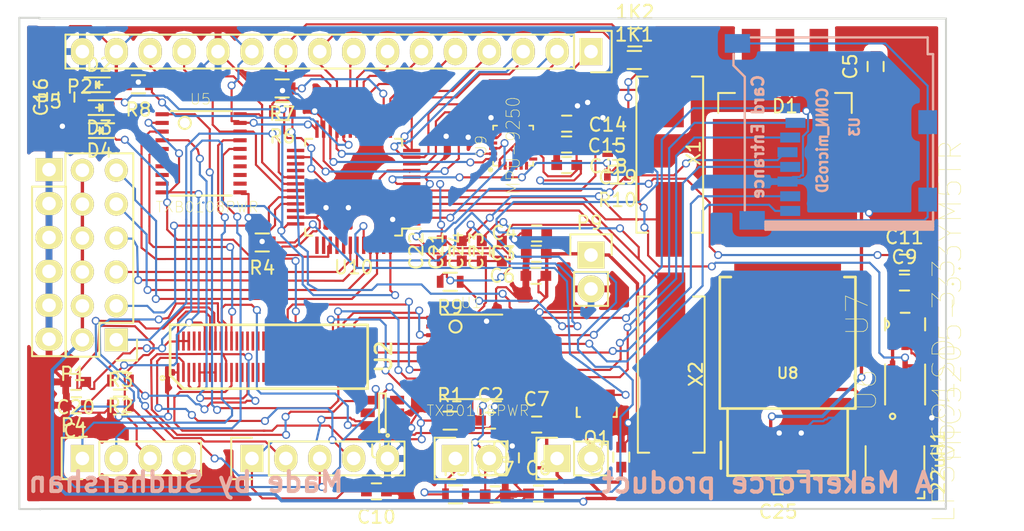
<source format=kicad_pcb>
(kicad_pcb (version 4) (host pcbnew 4.0.0-rc2-stable)
  (layers (0 F.Cu signal) (31 B.Cu signal) (34 B.Paste user) (35 F.Paste user) (36 B.SilkS user) (37 F.SilkS user) (38 B.Mask user) (39 F.Mask user) (44 Edge.Cuts user))
  (net 0 "")
  (net 1 GND)
  (net 2 VBAT)
  (net 3 SCL)
  (net 4 3.3V)
  (net 5 SDA)
  (net 6 5V)
  (net 7 "Net-(22uH1-Pad2)")
  (net 8 1.8V)
  (net 9 "Net-(C5-Pad1)")
  (net 10 "Net-(C5-Pad2)")
  (net 11 3.3V_SEN)
  (net 12 "Net-(C14-Pad1)")
  (net 13 NRST)
  (net 14 OSC_IN)
  (net 15 OSC_OUT)
  (net 16 OSC32_IN)
  (net 17 OSC32_OUT)
  (net 18 LED0)
  (net 19 LED1)
  (net 20 PWM1)
  (net 21 PWM2)
  (net 22 PWM3)
  (net 23 PWM4)
  (net 24 PWM5)
  (net 25 PWN6)
  (net 26 RC_CH1)
  (net 27 RC_CH2)
  (net 28 RC_CH3)
  (net 29 RC_CH4)
  (net 30 RC_CH5)
  (net 31 RC_CH6)
  (net 32 RC_CH7)
  (net 33 RC_CH8)
  (net 34 TXD)
  (net 35 RXD)
  (net 36 V_BUS)
  (net 37 USB_DN)
  (net 38 USB_DP)
  (net 39 USB_ID)
  (net 40 TX2)
  (net 41 RX2)
  (net 42 "Net-(P7-Pad2)")
  (net 43 BOOT0)
  (net 44 "Net-(Q1-Pad1)")
  (net 45 PSW)
  (net 46 FAULT)
  (net 47 "Net-(R3-Pad2)")
  (net 48 BEEP)
  (net 49 POWER_ADC)
  (net 50 BOOT1)
  (net 51 SD_0_DA3)
  (net 52 "Net-(U1-Pad10)")
  (net 53 SD_0_DAT2)
  (net 54 SD_0_DAT1)
  (net 55 SD_0_DAT0)
  (net 56 SD_0_CLK)
  (net 57 SD_CLK_FB)
  (net 58 SD_0_CMD)
  (net 59 "Net-(U1-Pad13)")
  (net 60 "Net-(U1-Pad14)")
  (net 61 "Net-(U1-Pad16)")
  (net 62 "Net-(U1-Pad17)")
  (net 63 "Net-(U1-Pad18)")
  (net 64 "Net-(U1-Pad19)")
  (net 65 "Net-(U1-Pad20)")
  (net 66 SD_0_CD#)
  (net 67 "Net-(U1-Pad12)")
  (net 68 "Net-(U2-Pad7)")
  (net 69 "Net-(U2-Pad17)")
  (net 70 "Net-(U2-Pad23)")
  (net 71 GPIO2)
  (net 72 EDI_TX2)
  (net 73 "Net-(U2-Pad31)")
  (net 74 EDI_PWM1)
  (net 75 EDI_PWM0)
  (net 76 EDI_PWM2)
  (net 77 EDI_PWM3)
  (net 78 EDI_SCL1)
  (net 79 EDI_SDA1)
  (net 80 EDI_SCL2)
  (net 81 EDI_SDA2)
  (net 82 GPIO14)
  (net 83 GPIO13)
  (net 84 GPIO12)
  (net 85 GPIO11)
  (net 86 GPIO10)
  (net 87 EDI_RX)
  (net 88 EDI_RTX)
  (net 89 EDI_CTS)
  (net 90 "Net-(U2-Pad67)")
  (net 91 "Net-(U2-Pad69)")
  (net 92 "Net-(U2-Pad8)")
  (net 93 "Net-(U2-Pad10)")
  (net 94 EDI_RX2)
  (net 95 GPIO0)
  (net 96 GPIO3)
  (net 97 GPIO4)
  (net 98 GPIO5)
  (net 99 GPIO6)
  (net 100 GPIO7)
  (net 101 "Net-(U2-Pad36)")
  (net 102 GPIO8)
  (net 103 EDI_TX)
  (net 104 GPIO9)
  (net 105 I2S_RXD)
  (net 106 I2S_CLK)
  (net 107 I2S_FS)
  (net 108 I2S_TXD)
  (net 109 "Net-(U3-Pad9)")
  (net 110 "Net-(U5-Pad6)")
  (net 111 "Net-(U5-Pad7)")
  (net 112 "Net-(U5-Pad8)")
  (net 113 "Net-(U5-Pad13)")
  (net 114 "Net-(U5-Pad14)")
  (net 115 "Net-(U5-Pad15)")
  (net 116 "Net-(U5-Pad9)")
  (net 117 "Net-(U5-Pad12)")
  (net 118 "Net-(U6-Pad3)")
  (net 119 "Net-(U6-Pad7)")
  (net 120 "Net-(U7-Pad4)")
  (net 121 "Net-(U8-Pad5)")
  (net 122 "Net-(U8-Pad7)")
  (net 123 "Net-(U9-Pad7)")
  (net 124 "Net-(U9-Pad9)")
  (net 125 "Net-(U9-Pad11)")
  (net 126 MPU_INT)
  (net 127 "Net-(U9-Pad21)")
  (net 128 VCC)
  (net 129 PRE_XCLR)
  (net 130 ACC_INT2)
  (net 131 MAD_DRDY)
  (net 132 "Net-(U10-Pad27)")
  (net 133 "Net-(U10-Pad28)")
  (net 134 SWDIO)
  (net 135 SWDCLK)
  (net 136 "Net-(U10-Pad38)")
  (net 137 "Net-(U10-Pad41)")
  (module Resistors_SMD:R_0603 (layer F.Cu) (at 157.29 83.56)
    (fp_text reference 1K1 (at 0 -1.9) (layer F.SilkS))
    (fp_text value R)
    (pad 1 smd rect (at -0.75 0) (size 0.5 0.9) (layers F.Cu F.Paste F.Mask) (net 3 SCL))
    (pad 2 smd rect (at 0.75 0) (size 0.5 0.9) (layers F.Cu F.Paste F.Mask) (net 4 3.3V))
  )
  (module Resistors_SMD:R_0603 (layer F.Cu) (at 157.34 81.87)
    (fp_text reference 1K2 (at 0 -1.9) (layer F.SilkS))
    (fp_text value R)
    (pad 1 smd rect (at -0.75 0) (size 0.5 0.9) (layers F.Cu F.Paste F.Mask) (net 5 SDA))
    (pad 2 smd rect (at 0.75 0) (size 0.5 0.9) (layers F.Cu F.Paste F.Mask) (net 4 3.3V))
  )
  (module Inductors:NR4018 (layer F.Cu) (at 176.82 113.69 90)
    (fp_text reference 22uH1 (at 0 3.25 90) (layer F.SilkS))
    (fp_text value INDUCTOR)
    (pad 1 smd rect (at -1.6 0 90) (size 1.6 3.7) (layers F.Cu F.Paste F.Mask) (net 6 5V))
    (pad 2 smd rect (at 1.6 0 90) (size 1.6 3.7) (layers F.Cu F.Paste F.Mask) (net 7 "Net-(22uH1-Pad2)"))
  )
  (module Capacitors_SMD:C_0603 (layer F.Cu) (at 115.5 109.425 180)
    (fp_text reference C1 (at 0 -1.9 180) (layer F.SilkS))
    (fp_text value 0.1uF)
    (pad 1 smd rect (at -0.75 0 180) (size 0.8 0.75) (layers F.Cu F.Paste F.Mask) (net 8 1.8V))
    (pad 2 smd rect (at 0.75 0 180) (size 0.8 0.75) (layers F.Cu F.Paste F.Mask) (net 1 GND))
  )
  (module Capacitors_SMD:C_0603 (layer F.Cu) (at 146.525 110.575)
    (fp_text reference C2 (at 0 -1.9) (layer F.SilkS))
    (fp_text value 0.1uF)
    (pad 1 smd rect (at -0.75 0) (size 0.8 0.75) (layers F.Cu F.Paste F.Mask) (net 4 3.3V))
    (pad 2 smd rect (at 0.75 0) (size 0.8 0.75) (layers F.Cu F.Paste F.Mask) (net 1 GND))
  )
  (module Capacitors_SMD:C_0603 (layer F.Cu) (at 149.95 98.08 180)
    (fp_text reference C3 (at 2.51 0.03 180) (layer F.SilkS))
    (fp_text value 15uF)
    (pad 1 smd rect (at -0.75 0 180) (size 0.8 0.75) (layers F.Cu F.Paste F.Mask) (net 2 VBAT))
    (pad 2 smd rect (at 0.75 0 180) (size 0.8 0.75) (layers F.Cu F.Paste F.Mask) (net 1 GND))
  )
  (module Capacitors_SMD:C_0603 (layer F.Cu) (at 149.98 96.55 180)
    (fp_text reference C4 (at 2.43 0.03 180) (layer F.SilkS))
    (fp_text value 15uF)
    (pad 1 smd rect (at -0.75 0 180) (size 0.8 0.75) (layers F.Cu F.Paste F.Mask) (net 2 VBAT))
    (pad 2 smd rect (at 0.75 0 180) (size 0.8 0.75) (layers F.Cu F.Paste F.Mask) (net 1 GND))
  )
  (module Capacitors_SMD:C_0603 (layer F.Cu) (at 175.37 84.05 90)
    (fp_text reference C5 (at 0 -1.9 90) (layer F.SilkS))
    (fp_text value 0.01uF)
    (pad 1 smd rect (at -0.75 0 90) (size 0.8 0.75) (layers F.Cu F.Paste F.Mask) (net 9 "Net-(C5-Pad1)"))
    (pad 2 smd rect (at 0.75 0 90) (size 0.8 0.75) (layers F.Cu F.Paste F.Mask) (net 10 "Net-(C5-Pad2)"))
  )
  (module Capacitors_SMD:C_0603 (layer F.Cu) (at 149.92 99.73 180)
    (fp_text reference C6 (at 2.51 0 180) (layer F.SilkS))
    (fp_text value 15uF)
    (pad 1 smd rect (at -0.75 0 180) (size 0.8 0.75) (layers F.Cu F.Paste F.Mask) (net 2 VBAT))
    (pad 2 smd rect (at 0.75 0 180) (size 0.8 0.75) (layers F.Cu F.Paste F.Mask) (net 1 GND))
  )
  (module Capacitors_SMD:C_0603 (layer F.Cu) (at 149.98 110.87)
    (fp_text reference C7 (at 0 -1.9) (layer F.SilkS))
    (fp_text value 1uF)
    (pad 1 smd rect (at -0.75 0) (size 0.8 0.75) (layers F.Cu F.Paste F.Mask) (net 1 GND))
    (pad 2 smd rect (at 0.75 0) (size 0.8 0.75) (layers F.Cu F.Paste F.Mask) (net 6 5V))
  )
  (module Capacitors_SMD:C_0603 (layer F.Cu) (at 150.12 116.04)
    (fp_text reference C8 (at 0 -1.9) (layer F.SilkS))
    (fp_text value 0.1uF)
    (pad 1 smd rect (at -0.75 0) (size 0.8 0.75) (layers F.Cu F.Paste F.Mask) (net 1 GND))
    (pad 2 smd rect (at 0.75 0) (size 0.8 0.75) (layers F.Cu F.Paste F.Mask) (net 6 5V))
  )
  (module Capacitors_SMD:C_0603 (layer F.Cu) (at 177.53 100.23)
    (fp_text reference C9 (at 0 -1.9) (layer F.SilkS))
    (fp_text value 10uF)
    (pad 1 smd rect (at -0.75 0) (size 0.8 0.75) (layers F.Cu F.Paste F.Mask) (net 11 3.3V_SEN))
    (pad 2 smd rect (at 0.75 0) (size 0.8 0.75) (layers F.Cu F.Paste F.Mask) (net 1 GND))
  )
  (module Capacitors_SMD:C_0603 (layer F.Cu) (at 137.975 115.875 180)
    (fp_text reference C10 (at 0 -1.9 180) (layer F.SilkS))
    (fp_text value 2.2uF)
    (pad 1 smd rect (at -0.75 0 180) (size 0.8 0.75) (layers F.Cu F.Paste F.Mask) (net 1 GND))
    (pad 2 smd rect (at 0.75 0 180) (size 0.8 0.75) (layers F.Cu F.Paste F.Mask) (net 36 V_BUS))
  )
  (module Capacitors_SMD:C_0603 (layer F.Cu) (at 177.53 98.74)
    (fp_text reference C11 (at 0 -1.9) (layer F.SilkS))
    (fp_text value 0.1uF)
    (pad 1 smd rect (at -0.75 0) (size 0.8 0.75) (layers F.Cu F.Paste F.Mask) (net 11 3.3V_SEN))
    (pad 2 smd rect (at 0.75 0) (size 0.8 0.75) (layers F.Cu F.Paste F.Mask) (net 1 GND))
  )
  (module Capacitors_SMD:C_0603 (layer F.Cu) (at 149.25 113.36 90)
    (fp_text reference C12 (at 0 -1.9 90) (layer F.SilkS))
    (fp_text value 180uF)
    (pad 1 smd rect (at -0.75 0 90) (size 0.8 0.75) (layers F.Cu F.Paste F.Mask) (net 6 5V))
    (pad 2 smd rect (at 0.75 0 90) (size 0.8 0.75) (layers F.Cu F.Paste F.Mask) (net 1 GND))
  )
  (module Capacitors_SMD:C_0603 (layer F.Cu) (at 156.32 113.31 90)
    (fp_text reference C13 (at 0 -1.9 90) (layer F.SilkS))
    (fp_text value 180uF)
    (pad 1 smd rect (at -0.75 0 90) (size 0.8 0.75) (layers F.Cu F.Paste F.Mask) (net 6 5V))
    (pad 2 smd rect (at 0.75 0 90) (size 0.8 0.75) (layers F.Cu F.Paste F.Mask) (net 1 GND))
  )
  (module Capacitors_SMD:C_0603 (layer F.Cu) (at 152.23 88.33 180)
    (fp_text reference C14 (at -3.08 -0.08 180) (layer F.SilkS))
    (fp_text value 0.1uF)
    (pad 1 smd rect (at -0.75 0 180) (size 0.8 0.75) (layers F.Cu F.Paste F.Mask) (net 12 "Net-(C14-Pad1)"))
    (pad 2 smd rect (at 0.75 0 180) (size 0.8 0.75) (layers F.Cu F.Paste F.Mask) (net 1 GND))
  )
  (module Capacitors_SMD:C_0603 (layer F.Cu) (at 152.22 89.89 180)
    (fp_text reference C15 (at -3.03 -0.09 180) (layer F.SilkS))
    (fp_text value 0.1uF)
    (pad 1 smd rect (at -0.75 0 180) (size 0.8 0.75) (layers F.Cu F.Paste F.Mask) (net 11 3.3V_SEN))
    (pad 2 smd rect (at 0.75 0 180) (size 0.8 0.75) (layers F.Cu F.Paste F.Mask) (net 1 GND))
  )
  (module Capacitors_SMD:C_0603 (layer F.Cu) (at 114.75 86.34 90)
    (fp_text reference C16 (at 0 -1.9 90) (layer F.SilkS))
    (fp_text value 0.1uF)
    (pad 1 smd rect (at -0.75 0 90) (size 0.8 0.75) (layers F.Cu F.Paste F.Mask) (net 4 3.3V))
    (pad 2 smd rect (at 0.75 0 90) (size 0.8 0.75) (layers F.Cu F.Paste F.Mask) (net 1 GND))
  )
  (module Capacitors_SMD:C_0603 (layer F.Cu) (at 146.875 116.1)
    (fp_text reference C17 (at 0 -1.9) (layer F.SilkS))
    (fp_text value 10nF)
    (pad 1 smd rect (at -0.75 0) (size 0.8 0.75) (layers F.Cu F.Paste F.Mask) (net 4 3.3V))
    (pad 2 smd rect (at 0.75 0) (size 0.8 0.75) (layers F.Cu F.Paste F.Mask) (net 1 GND))
  )
  (module Capacitors_SMD:C_0603 (layer F.Cu) (at 152.23 91.43)
    (fp_text reference C18 (at 3.11 0.09) (layer F.SilkS))
    (fp_text value 10nF)
    (pad 1 smd rect (at -0.75 0) (size 0.8 0.75) (layers F.Cu F.Paste F.Mask) (net 1 GND))
    (pad 2 smd rect (at 0.75 0) (size 0.8 0.75) (layers F.Cu F.Paste F.Mask) (net 11 3.3V_SEN))
  )
  (module Capacitors_SMD:C_0603 (layer F.Cu) (at 156.05 90.45 180)
    (fp_text reference C19 (at 0 -1.9 180) (layer F.SilkS))
    (fp_text value 0.1uF)
    (pad 1 smd rect (at -0.75 0 180) (size 0.8 0.75) (layers F.Cu F.Paste F.Mask) (net 13 NRST))
    (pad 2 smd rect (at 0.75 0 180) (size 0.8 0.75) (layers F.Cu F.Paste F.Mask) (net 1 GND))
  )
  (module Capacitors_SMD:C_0603 (layer F.Cu) (at 115.45 107.675 180)
    (fp_text reference C20 (at 0 -1.9 180) (layer F.SilkS))
    (fp_text value 0.1uF)
    (pad 1 smd rect (at -0.75 0 180) (size 0.8 0.75) (layers F.Cu F.Paste F.Mask) (net 4 3.3V))
    (pad 2 smd rect (at 0.75 0 180) (size 0.8 0.75) (layers F.Cu F.Paste F.Mask) (net 1 GND))
  )
  (module Capacitors_SMD:C_0603 (layer F.Cu) (at 144.37 97.85 90)
    (fp_text reference C21 (at 0 -1.9 90) (layer F.SilkS))
    (fp_text value 27pF)
    (pad 1 smd rect (at -0.75 0 90) (size 0.8 0.75) (layers F.Cu F.Paste F.Mask) (net 4 3.3V))
    (pad 2 smd rect (at 0.75 0 90) (size 0.8 0.75) (layers F.Cu F.Paste F.Mask) (net 14 OSC_IN))
  )
  (module Capacitors_SMD:C_0603 (layer F.Cu) (at 142.87 97.85 90)
    (fp_text reference C22 (at 0 -1.9 90) (layer F.SilkS))
    (fp_text value 27pF)
    (pad 1 smd rect (at -0.75 0 90) (size 0.8 0.75) (layers F.Cu F.Paste F.Mask) (net 4 3.3V))
    (pad 2 smd rect (at 0.75 0 90) (size 0.8 0.75) (layers F.Cu F.Paste F.Mask) (net 15 OSC_OUT))
  )
  (module Capacitors_SMD:C_0603 (layer F.Cu) (at 147.37 97.87 90)
    (fp_text reference C23 (at 0 -1.9 90) (layer F.SilkS))
    (fp_text value 10pF)
    (pad 1 smd rect (at -0.75 0 90) (size 0.8 0.75) (layers F.Cu F.Paste F.Mask) (net 4 3.3V))
    (pad 2 smd rect (at 0.75 0 90) (size 0.8 0.75) (layers F.Cu F.Paste F.Mask) (net 16 OSC32_IN))
  )
  (module Capacitors_SMD:C_0603 (layer F.Cu) (at 145.87 97.86 90)
    (fp_text reference C24 (at 0 -1.9 90) (layer F.SilkS))
    (fp_text value 10pF)
    (pad 1 smd rect (at -0.75 0 90) (size 0.8 0.75) (layers F.Cu F.Paste F.Mask) (net 4 3.3V))
    (pad 2 smd rect (at 0.75 0 90) (size 0.8 0.75) (layers F.Cu F.Paste F.Mask) (net 17 OSC32_OUT))
  )
  (module TO_SOT_Packages_SMD:TO-263-3Lead (layer F.Cu) (at 168.58 83.53 270)
    (fp_text reference D1 (at 3.5 0 360) (layer F.SilkS))
    (fp_text value 6TQ045S)
    (pad 2 smd rect (at 0 0 270) (size 4.6 1.39) (layers F.Cu F.Paste F.Mask) (net 1 GND))
    (pad 4 smd rect (at 9.15 0 270) (size 9.4 10.8) (layers F.Cu F.Paste F.Mask))
    (pad 3 smd rect (at 0 2.54 270) (size 4.6 1.39) (layers F.Cu F.Paste F.Mask))
    (pad 1 smd rect (at 0 -2.54 270) (size 4.6 1.39) (layers F.Cu F.Paste F.Mask) (net 10 "Net-(C5-Pad2)"))
  )
  (module LEDs:LED_0603 (layer F.Cu) (at 117.21 85.42)
    (fp_text reference D2 (at 0 -1.5) (layer F.SilkS))
    (fp_text value RED)
    (pad 2 smd rect (at 0.7493 0 180) (size 0.79756 0.79756) (layers F.Cu F.Paste F.Mask) (net 4 3.3V))
    (pad 1 smd rect (at -0.7493 0 180) (size 0.79756 0.79756) (layers F.Cu F.Paste F.Mask) (net 1 GND))
  )
  (module LEDs:LED_0603 (layer F.Cu) (at 117.21 87.13 180)
    (fp_text reference D3 (at 0 -1.5 180) (layer F.SilkS))
    (fp_text value GREEN)
    (pad 2 smd rect (at 0.7493 0) (size 0.79756 0.79756) (layers F.Cu F.Paste F.Mask) (net 4 3.3V))
    (pad 1 smd rect (at -0.7493 0) (size 0.79756 0.79756) (layers F.Cu F.Paste F.Mask) (net 18 LED0))
  )
  (module LEDs:LED_0603 (layer F.Cu) (at 117.23 88.85 180)
    (fp_text reference D4 (at 0 -1.5 180) (layer F.SilkS))
    (fp_text value YELLOW)
    (pad 2 smd rect (at 0.7493 0) (size 0.79756 0.79756) (layers F.Cu F.Paste F.Mask) (net 4 3.3V))
    (pad 1 smd rect (at -0.7493 0) (size 0.79756 0.79756) (layers F.Cu F.Paste F.Mask) (net 19 LED1))
  )
  (module Pin_Headers:Pin_Header_Straight_2x06 (layer F.Cu) (at 118.49 104.52 180)
    (fp_text reference P1 (at 3.24 -2.56 180) (layer F.SilkS))
    (fp_text value "PWM out")
    (pad 1 thru_hole rect (at 0 0 180) (size 1.7272 1.7272) (drill 1.016) (layers *.Cu *.Mask F.SilkS) (net 20 PWM1))
    (pad 2 thru_hole oval (at 2.54 0 180) (size 1.7272 1.7272) (drill 1.016) (layers *.Cu *.Mask F.SilkS) (net 6 5V))
    (pad 3 thru_hole oval (at 0 2.54 180) (size 1.7272 1.7272) (drill 1.016) (layers *.Cu *.Mask F.SilkS) (net 21 PWM2))
    (pad 4 thru_hole oval (at 2.54 2.54 180) (size 1.7272 1.7272) (drill 1.016) (layers *.Cu *.Mask F.SilkS) (net 6 5V))
    (pad 5 thru_hole oval (at 0 5.08 180) (size 1.7272 1.7272) (drill 1.016) (layers *.Cu *.Mask F.SilkS) (net 22 PWM3))
    (pad 6 thru_hole oval (at 2.54 5.08 180) (size 1.7272 1.7272) (drill 1.016) (layers *.Cu *.Mask F.SilkS) (net 6 5V))
    (pad 7 thru_hole oval (at 0 7.62 180) (size 1.7272 1.7272) (drill 1.016) (layers *.Cu *.Mask F.SilkS) (net 23 PWM4))
    (pad 8 thru_hole oval (at 2.54 7.62 180) (size 1.7272 1.7272) (drill 1.016) (layers *.Cu *.Mask F.SilkS) (net 6 5V))
    (pad 9 thru_hole oval (at 0 10.16 180) (size 1.7272 1.7272) (drill 1.016) (layers *.Cu *.Mask F.SilkS) (net 24 PWM5))
    (pad 10 thru_hole oval (at 2.54 10.16 180) (size 1.7272 1.7272) (drill 1.016) (layers *.Cu *.Mask F.SilkS) (net 6 5V))
    (pad 11 thru_hole oval (at 0 12.7 180) (size 1.7272 1.7272) (drill 1.016) (layers *.Cu *.Mask F.SilkS) (net 25 PWN6))
    (pad 12 thru_hole oval (at 2.54 12.7 180) (size 1.7272 1.7272) (drill 1.016) (layers *.Cu *.Mask F.SilkS) (net 6 5V))
  )
  (module Pin_Headers:Pin_Header_Straight_1x16 (layer F.Cu) (at 154.05 82.93 270)
    (fp_text reference P2 (at 2.63 38.3 360) (layer F.SilkS))
    (fp_text value "MCU GPIO")
    (pad 1 thru_hole rect (at 0 0 270) (size 2.032 1.7272) (drill 1.016) (layers *.Cu *.Mask F.SilkS) (net 26 RC_CH1))
    (pad 2 thru_hole oval (at 0 2.54 270) (size 2.032 1.7272) (drill 1.016) (layers *.Cu *.Mask F.SilkS) (net 27 RC_CH2))
    (pad 3 thru_hole oval (at 0 5.08 270) (size 2.032 1.7272) (drill 1.016) (layers *.Cu *.Mask F.SilkS) (net 28 RC_CH3))
    (pad 4 thru_hole oval (at 0 7.62 270) (size 2.032 1.7272) (drill 1.016) (layers *.Cu *.Mask F.SilkS) (net 29 RC_CH4))
    (pad 5 thru_hole oval (at 0 10.16 270) (size 2.032 1.7272) (drill 1.016) (layers *.Cu *.Mask F.SilkS) (net 30 RC_CH5))
    (pad 6 thru_hole oval (at 0 12.7 270) (size 2.032 1.7272) (drill 1.016) (layers *.Cu *.Mask F.SilkS) (net 31 RC_CH6))
    (pad 7 thru_hole oval (at 0 15.24 270) (size 2.032 1.7272) (drill 1.016) (layers *.Cu *.Mask F.SilkS) (net 32 RC_CH7))
    (pad 8 thru_hole oval (at 0 17.78 270) (size 2.032 1.7272) (drill 1.016) (layers *.Cu *.Mask F.SilkS) (net 33 RC_CH8))
    (pad 9 thru_hole oval (at 0 20.32 270) (size 2.032 1.7272) (drill 1.016) (layers *.Cu *.Mask F.SilkS) (net 3 SCL))
    (pad 10 thru_hole oval (at 0 22.86 270) (size 2.032 1.7272) (drill 1.016) (layers *.Cu *.Mask F.SilkS) (net 5 SDA))
    (pad 11 thru_hole oval (at 0 25.4 270) (size 2.032 1.7272) (drill 1.016) (layers *.Cu *.Mask F.SilkS) (net 4 3.3V))
    (pad 12 thru_hole oval (at 0 27.94 270) (size 2.032 1.7272) (drill 1.016) (layers *.Cu *.Mask F.SilkS) (net 1 GND))
    (pad 13 thru_hole oval (at 0 30.48 270) (size 2.032 1.7272) (drill 1.016) (layers *.Cu *.Mask F.SilkS) (net 34 TXD))
    (pad 14 thru_hole oval (at 0 33.02 270) (size 2.032 1.7272) (drill 1.016) (layers *.Cu *.Mask F.SilkS) (net 35 RXD))
    (pad 15 thru_hole oval (at 0 35.56 270) (size 2.032 1.7272) (drill 1.016) (layers *.Cu *.Mask F.SilkS) (net 4 3.3V))
    (pad 16 thru_hole oval (at 0 38.1 270) (size 2.032 1.7272) (drill 1.016) (layers *.Cu *.Mask F.SilkS) (net 1 GND))
  )
  (module Pin_Headers:Pin_Header_Straight_1x05 (layer F.Cu) (at 128.65 113.41 90)
    (fp_text reference P3 (at 0 -5.1 90) (layer F.SilkS))
    (fp_text value "USB OTG")
    (pad 1 thru_hole rect (at 0 0 90) (size 2.032 1.7272) (drill 1.016) (layers *.Cu *.Mask F.SilkS) (net 36 V_BUS))
    (pad 2 thru_hole oval (at 0 2.54 90) (size 2.032 1.7272) (drill 1.016) (layers *.Cu *.Mask F.SilkS) (net 37 USB_DN))
    (pad 3 thru_hole oval (at 0 5.08 90) (size 2.032 1.7272) (drill 1.016) (layers *.Cu *.Mask F.SilkS) (net 38 USB_DP))
    (pad 4 thru_hole oval (at 0 7.62 90) (size 2.032 1.7272) (drill 1.016) (layers *.Cu *.Mask F.SilkS) (net 39 USB_ID))
    (pad 5 thru_hole oval (at 0 10.16 90) (size 2.032 1.7272) (drill 1.016) (layers *.Cu *.Mask F.SilkS) (net 1 GND))
  )
  (module Pin_Headers:Pin_Header_Straight_1x04 (layer F.Cu) (at 115.95 113.41 90)
    (fp_text reference P4 (at 2.48 -0.65 180) (layer F.SilkS))
    (fp_text value "UART EDISON")
    (pad 1 thru_hole rect (at 0 0 90) (size 2.032 1.7272) (drill 1.016) (layers *.Cu *.Mask F.SilkS) (net 40 TX2))
    (pad 2 thru_hole oval (at 0 2.54 90) (size 2.032 1.7272) (drill 1.016) (layers *.Cu *.Mask F.SilkS) (net 41 RX2))
    (pad 3 thru_hole oval (at 0 5.08 90) (size 2.032 1.7272) (drill 1.016) (layers *.Cu *.Mask F.SilkS) (net 4 3.3V))
    (pad 4 thru_hole oval (at 0 7.62 90) (size 2.032 1.7272) (drill 1.016) (layers *.Cu *.Mask F.SilkS) (net 1 GND))
  )
  (module Pin_Headers:Pin_Header_Straight_1x02 (layer F.Cu) (at 151.51 113.41 90)
    (fp_text reference P7 (at 0 -5.1 90) (layer F.SilkS))
    (fp_text value BUZZER)
    (pad 1 thru_hole rect (at 0 0 90) (size 2.032 2.032) (drill 1.016) (layers *.Cu *.Mask F.SilkS) (net 6 5V))
    (pad 2 thru_hole oval (at 0 2.54 90) (size 2.032 2.032) (drill 1.016) (layers *.Cu *.Mask F.SilkS) (net 42 "Net-(P7-Pad2)"))
  )
  (module Pin_Headers:Pin_Header_Straight_1x02 (layer F.Cu) (at 143.89 113.41 90)
    (fp_text reference P8 (at 0 -5.1 90) (layer F.SilkS))
    (fp_text value CONN_01X02)
    (pad 1 thru_hole rect (at 0 0 90) (size 2.032 2.032) (drill 1.016) (layers *.Cu *.Mask F.SilkS) (net 43 BOOT0))
    (pad 2 thru_hole oval (at 0 2.54 90) (size 2.032 2.032) (drill 1.016) (layers *.Cu *.Mask F.SilkS) (net 4 3.3V))
  )
  (module Pin_Headers:Pin_Header_Straight_1x02 (layer F.Cu) (at 154.05 98.17)
    (fp_text reference P9 (at -0.11 -2.41) (layer F.SilkS))
    (fp_text value BATT)
    (pad 1 thru_hole rect (at 0 0) (size 2.032 2.032) (drill 1.016) (layers *.Cu *.Mask F.SilkS) (net 2 VBAT))
    (pad 2 thru_hole oval (at 0 2.54) (size 2.032 2.032) (drill 1.016) (layers *.Cu *.Mask F.SilkS) (net 1 GND))
  )
  (module TO_SOT_Packages_SMD:SOT-23 (layer F.Cu) (at 154.48 109.65 180)
    (fp_text reference Q1 (at 0 -2.25 180) (layer F.SilkS))
    (fp_text value MMBT3906)
    (pad 1 smd rect (at -0.95 1.00076 180) (size 0.8001 0.8001) (layers F.Cu F.Paste F.Mask) (net 44 "Net-(Q1-Pad1)"))
    (pad 2 smd rect (at 0.95 1.00076 180) (size 0.8001 0.8001) (layers F.Cu F.Paste F.Mask) (net 42 "Net-(P7-Pad2)"))
    (pad 3 smd rect (at 0 -0.99822 180) (size 0.8001 0.8001) (layers F.Cu F.Paste F.Mask) (net 1 GND))
  )
  (module Resistors_SMD:R_0603 (layer F.Cu) (at 143.5 110.575)
    (fp_text reference R1 (at 0 -1.9) (layer F.SilkS))
    (fp_text value 100K)
    (pad 1 smd rect (at -0.75 0) (size 0.5 0.9) (layers F.Cu F.Paste F.Mask) (net 45 PSW))
    (pad 2 smd rect (at 0.75 0) (size 0.5 0.9) (layers F.Cu F.Paste F.Mask) (net 1 GND))
  )
  (module Resistors_SMD:R_0603 (layer F.Cu) (at 118.8 107.575 180)
    (fp_text reference R2 (at 0 -1.9 180) (layer F.SilkS))
    (fp_text value 10K)
    (pad 1 smd rect (at -0.75 0 180) (size 0.5 0.9) (layers F.Cu F.Paste F.Mask) (net 46 FAULT))
    (pad 2 smd rect (at 0.75 0 180) (size 0.5 0.9) (layers F.Cu F.Paste F.Mask) (net 8 1.8V))
  )
  (module Resistors_SMD:R_0603 (layer F.Cu) (at 118.8 109.45)
    (fp_text reference R3 (at 0 -1.9) (layer F.SilkS))
    (fp_text value 536)
    (pad 1 smd rect (at -0.75 0) (size 0.5 0.9) (layers F.Cu F.Paste F.Mask) (net 1 GND))
    (pad 2 smd rect (at 0.75 0) (size 0.5 0.9) (layers F.Cu F.Paste F.Mask) (net 47 "Net-(R3-Pad2)"))
  )
  (module Resistors_SMD:R_0603 (layer F.Cu) (at 129.42 97.23 180)
    (fp_text reference R4 (at 0 -1.9 180) (layer F.SilkS))
    (fp_text value 100R)
    (pad 1 smd rect (at -0.75 0 180) (size 0.5 0.9) (layers F.Cu F.Paste F.Mask) (net 44 "Net-(Q1-Pad1)"))
    (pad 2 smd rect (at 0.75 0 180) (size 0.5 0.9) (layers F.Cu F.Paste F.Mask) (net 48 BEEP))
  )
  (module Resistors_SMD:R_0603 (layer F.Cu) (at 143.9 116.1)
    (fp_text reference R5 (at 0 -1.9) (layer F.SilkS))
    (fp_text value 1K)
    (pad 1 smd rect (at -0.75 0) (size 0.5 0.9) (layers F.Cu F.Paste F.Mask) (net 43 BOOT0))
    (pad 2 smd rect (at 0.75 0) (size 0.5 0.9) (layers F.Cu F.Paste F.Mask) (net 1 GND))
  )
  (module Resistors_SMD:R_0603 (layer F.Cu) (at 130.93 87.39 180)
    (fp_text reference R6 (at 0 -1.9 180) (layer F.SilkS))
    (fp_text value 10k)
    (pad 1 smd rect (at -0.75 0 180) (size 0.5 0.9) (layers F.Cu F.Paste F.Mask) (net 2 VBAT))
    (pad 2 smd rect (at 0.75 0 180) (size 0.5 0.9) (layers F.Cu F.Paste F.Mask) (net 49 POWER_ADC))
  )
  (module Resistors_SMD:R_0603 (layer F.Cu) (at 130.91 85.69 180)
    (fp_text reference R7 (at 0 -1.9 180) (layer F.SilkS))
    (fp_text value 1K)
    (pad 1 smd rect (at -0.75 0 180) (size 0.5 0.9) (layers F.Cu F.Paste F.Mask) (net 49 POWER_ADC))
    (pad 2 smd rect (at 0.75 0 180) (size 0.5 0.9) (layers F.Cu F.Paste F.Mask) (net 1 GND))
  )
  (module Resistors_SMD:R_0603 (layer F.Cu) (at 120.15 85.375 180)
    (fp_text reference R8 (at 0 -1.9 180) (layer F.SilkS))
    (fp_text value 1K)
    (pad 1 smd rect (at -0.75 0 180) (size 0.5 0.9) (layers F.Cu F.Paste F.Mask) (net 50 BOOT1))
    (pad 2 smd rect (at 0.75 0 180) (size 0.5 0.9) (layers F.Cu F.Paste F.Mask) (net 1 GND))
  )
  (module Resistors_SMD:R_0603 (layer F.Cu) (at 143.5 100.175 180)
    (fp_text reference R9 (at 0 -1.9 180) (layer F.SilkS))
    (fp_text value 1M)
    (pad 1 smd rect (at -0.75 0 180) (size 0.5 0.9) (layers F.Cu F.Paste F.Mask) (net 14 OSC_IN))
    (pad 2 smd rect (at 0.75 0 180) (size 0.5 0.9) (layers F.Cu F.Paste F.Mask) (net 15 OSC_OUT))
  )
  (module Resistors_SMD:R_0603 (layer F.Cu) (at 156.025 92.15 180)
    (fp_text reference R10 (at 0 -1.9 180) (layer F.SilkS))
    (fp_text value 10K)
    (pad 1 smd rect (at -0.75 0 180) (size 0.5 0.9) (layers F.Cu F.Paste F.Mask) (net 4 3.3V))
    (pad 2 smd rect (at 0.75 0 180) (size 0.5 0.9) (layers F.Cu F.Paste F.Mask) (net 13 NRST))
  )
  (module TXB0108PWR:TSSOP20 (layer F.Cu) (at 145.12 105.8 270)
    (fp_text reference U1 (at -4.0536 0.0508 360) (layer F.SilkS) (effects (font (size 0.8 0.8) (thickness 0.05))))
    (fp_text value TXB0108PWR (at 4.0282 -0.4572 360) (layer F.SilkS) (effects (font (size 0.8 0.8) (thickness 0.05))))
    (pad 1 smd rect (at -2.925 2.9178 270) (size 0.3048 0.9906) (layers F.Cu F.Paste F.Mask) (net 51 SD_0_DA3))
    (pad 2 smd rect (at -2.275 2.9178 270) (size 0.3048 0.9906) (layers F.Cu F.Paste F.Mask) (net 52 "Net-(U1-Pad10)"))
    (pad 3 smd rect (at -1.625 2.9178 270) (size 0.3048 0.9906) (layers F.Cu F.Paste F.Mask) (net 53 SD_0_DAT2))
    (pad 4 smd rect (at -0.975 2.9178 270) (size 0.3048 0.9906) (layers F.Cu F.Paste F.Mask) (net 54 SD_0_DAT1))
    (pad 5 smd rect (at -0.325 2.9178 270) (size 0.3048 0.9906) (layers F.Cu F.Paste F.Mask) (net 55 SD_0_DAT0))
    (pad 6 smd rect (at 0.325 2.9178 270) (size 0.3048 0.9906) (layers F.Cu F.Paste F.Mask) (net 56 SD_0_CLK))
    (pad 7 smd rect (at 0.975 2.9178 270) (size 0.3048 0.9906) (layers F.Cu F.Paste F.Mask) (net 57 SD_CLK_FB))
    (pad 8 smd rect (at 1.625 2.9178 270) (size 0.3048 0.9906) (layers F.Cu F.Paste F.Mask) (net 58 SD_0_CMD))
    (pad 13 smd rect (at 1.625 -2.9178 270) (size 0.3048 0.9906) (layers F.Cu F.Paste F.Mask) (net 59 "Net-(U1-Pad13)"))
    (pad 14 smd rect (at 0.975 -2.9178 270) (size 0.3048 0.9906) (layers F.Cu F.Paste F.Mask) (net 60 "Net-(U1-Pad14)"))
    (pad 15 smd rect (at 0.325 -2.9178 270) (size 0.3048 0.9906) (layers F.Cu F.Paste F.Mask) (net 60 "Net-(U1-Pad14)"))
    (pad 16 smd rect (at -0.325 -2.9178 270) (size 0.3048 0.9906) (layers F.Cu F.Paste F.Mask) (net 61 "Net-(U1-Pad16)"))
    (pad 17 smd rect (at -0.975 -2.9178 270) (size 0.3048 0.9906) (layers F.Cu F.Paste F.Mask) (net 62 "Net-(U1-Pad17)"))
    (pad 18 smd rect (at -1.625 -2.9178 270) (size 0.3048 0.9906) (layers F.Cu F.Paste F.Mask) (net 63 "Net-(U1-Pad18)"))
    (pad 19 smd rect (at -2.275 -2.9178 270) (size 0.3048 0.9906) (layers F.Cu F.Paste F.Mask) (net 64 "Net-(U1-Pad19)"))
    (pad 20 smd rect (at -2.925 -2.9178 270) (size 0.3048 0.9906) (layers F.Cu F.Paste F.Mask) (net 65 "Net-(U1-Pad20)"))
    (pad 9 smd rect (at 2.275 2.9178 270) (size 0.3048 0.9906) (layers F.Cu F.Paste F.Mask) (net 66 SD_0_CD#))
    (pad 10 smd rect (at 2.925 2.9178 270) (size 0.3048 0.9906) (layers F.Cu F.Paste F.Mask) (net 52 "Net-(U1-Pad10)"))
    (pad 12 smd rect (at 2.275 -2.9178 270) (size 0.3048 0.9906) (layers F.Cu F.Paste F.Mask) (net 67 "Net-(U1-Pad12)"))
    (pad 11 smd rect (at 2.925 -2.9178 270) (size 0.3048 0.9906) (layers F.Cu F.Paste F.Mask) (net 1 GND))
  )
  (module "mogar_kicad:DF40HC(3.0)-70DS" (layer F.Cu) (at 129.92 105.79 90)
    (fp_text reference U2 (at 0 8.6 90) (layer F.SilkS) (effects (font (size 1.2 1.2) (thickness 0.2))))
    (fp_text value EdisonConnector hide)
    (pad 1 smd rect (at -1.175 -6.8 90) (size 1.43 0.2) (layers F.Cu F.Paste F.Mask) (net 1 GND))
    (pad 3 smd rect (at -1.175 -6.4 90) (size 1.43 0.2) (layers F.Cu F.Paste F.Mask) (net 39 USB_ID))
    (pad 5 smd rect (at -1.175 -6 90) (size 1.43 0.2) (layers F.Cu F.Paste F.Mask) (net 1 GND))
    (pad 7 smd rect (at -1.175 -5.6 90) (size 1.43 0.2) (layers F.Cu F.Paste F.Mask) (net 68 "Net-(U2-Pad7)"))
    (pad 9 smd rect (at -1.175 -5.2 90) (size 1.43 0.2) (layers F.Cu F.Paste F.Mask) (net 1 GND))
    (pad 11 smd rect (at -1.175 -4.8 90) (size 1.43 0.2) (layers F.Cu F.Paste F.Mask) (net 1 GND))
    (pad 13 smd rect (at -1.175 -4.4 90) (size 1.43 0.2) (layers F.Cu F.Paste F.Mask) (net 1 GND))
    (pad 15 smd rect (at -1.175 -4 90) (size 1.43 0.2) (layers F.Cu F.Paste F.Mask) (net 1 GND))
    (pad 17 smd rect (at -1.175 -3.6 90) (size 1.43 0.2) (layers F.Cu F.Paste F.Mask) (net 69 "Net-(U2-Pad17)"))
    (pad 19 smd rect (at -1.175 -3.2 90) (size 1.43 0.2) (layers F.Cu F.Paste F.Mask) (net 46 FAULT))
    (pad 21 smd rect (at -1.175 -2.8 90) (size 1.43 0.2) (layers F.Cu F.Paste F.Mask) (net 45 PSW))
    (pad 23 smd rect (at -1.175 -2.4 90) (size 1.43 0.2) (layers F.Cu F.Paste F.Mask) (net 70 "Net-(U2-Pad23)"))
    (pad 25 smd rect (at -1.175 -2 90) (size 1.43 0.2) (layers F.Cu F.Paste F.Mask) (net 71 GPIO2))
    (pad 27 smd rect (at -1.175 -1.6 90) (size 1.43 0.2) (layers F.Cu F.Paste F.Mask) (net 72 EDI_TX2))
    (pad 29 smd rect (at -1.175 -1.2 90) (size 1.43 0.2) (layers F.Cu F.Paste F.Mask))
    (pad 31 smd rect (at -1.175 -0.8 90) (size 1.43 0.2) (layers F.Cu F.Paste F.Mask) (net 73 "Net-(U2-Pad31)"))
    (pad 33 smd rect (at -1.175 -0.4 90) (size 1.43 0.2) (layers F.Cu F.Paste F.Mask) (net 74 EDI_PWM1))
    (pad 35 smd rect (at -1.175 0 90) (size 1.43 0.2) (layers F.Cu F.Paste F.Mask) (net 75 EDI_PWM0))
    (pad 37 smd rect (at -1.175 0.4 90) (size 1.43 0.2) (layers F.Cu F.Paste F.Mask) (net 76 EDI_PWM2))
    (pad 39 smd rect (at -1.175 0.8 90) (size 1.43 0.2) (layers F.Cu F.Paste F.Mask) (net 77 EDI_PWM3))
    (pad 41 smd rect (at -1.175 1.2 90) (size 1.43 0.2) (layers F.Cu F.Paste F.Mask) (net 78 EDI_SCL1))
    (pad 43 smd rect (at -1.175 1.6 90) (size 1.43 0.2) (layers F.Cu F.Paste F.Mask) (net 79 EDI_SDA1))
    (pad 45 smd rect (at -1.175 2 90) (size 1.43 0.2) (layers F.Cu F.Paste F.Mask) (net 80 EDI_SCL2))
    (pad 47 smd rect (at -1.175 2.4 90) (size 1.43 0.2) (layers F.Cu F.Paste F.Mask) (net 81 EDI_SDA2))
    (pad 49 smd rect (at -1.175 2.8 90) (size 1.43 0.2) (layers F.Cu F.Paste F.Mask))
    (pad 51 smd rect (at -1.175 3.2 90) (size 1.43 0.2) (layers F.Cu F.Paste F.Mask) (net 82 GPIO14))
    (pad 53 smd rect (at -1.175 3.6 90) (size 1.43 0.2) (layers F.Cu F.Paste F.Mask) (net 83 GPIO13))
    (pad 55 smd rect (at -1.175 4 90) (size 1.43 0.2) (layers F.Cu F.Paste F.Mask) (net 84 GPIO12))
    (pad 57 smd rect (at -1.175 4.4 90) (size 1.43 0.2) (layers F.Cu F.Paste F.Mask) (net 85 GPIO11))
    (pad 59 smd rect (at -1.175 4.8 90) (size 1.43 0.2) (layers F.Cu F.Paste F.Mask) (net 86 GPIO10))
    (pad 61 smd rect (at -1.175 5.2 90) (size 1.43 0.2) (layers F.Cu F.Paste F.Mask) (net 87 EDI_RX))
    (pad 63 smd rect (at -1.175 5.6 90) (size 1.43 0.2) (layers F.Cu F.Paste F.Mask) (net 88 EDI_RTX))
    (pad 65 smd rect (at -1.175 6 90) (size 1.43 0.2) (layers F.Cu F.Paste F.Mask) (net 89 EDI_CTS))
    (pad 67 smd rect (at -1.175 6.4 90) (size 1.43 0.2) (layers F.Cu F.Paste F.Mask) (net 90 "Net-(U2-Pad67)"))
    (pad 69 smd rect (at -1.175 6.8 90) (size 1.43 0.2) (layers F.Cu F.Paste F.Mask) (net 91 "Net-(U2-Pad69)"))
    (pad 2 smd rect (at 1.175 -6.8 90) (size 1.43 0.2) (layers F.Cu F.Paste F.Mask) (net 4 3.3V))
    (pad 4 smd rect (at 1.175 -6.4 90) (size 1.43 0.2) (layers F.Cu F.Paste F.Mask) (net 4 3.3V))
    (pad 6 smd rect (at 1.175 -6 90) (size 1.43 0.2) (layers F.Cu F.Paste F.Mask) (net 4 3.3V))
    (pad 8 smd rect (at 1.175 -5.6 90) (size 1.43 0.2) (layers F.Cu F.Paste F.Mask) (net 92 "Net-(U2-Pad8)"))
    (pad 10 smd rect (at 1.175 -5.2 90) (size 1.43 0.2) (layers F.Cu F.Paste F.Mask) (net 93 "Net-(U2-Pad10)"))
    (pad 12 smd rect (at 1.175 -4.8 90) (size 1.43 0.2) (layers F.Cu F.Paste F.Mask) (net 8 1.8V))
    (pad 14 smd rect (at 1.175 -4.4 90) (size 1.43 0.2) (layers F.Cu F.Paste F.Mask) (net 4 3.3V))
    (pad 16 smd rect (at 1.175 -4 90) (size 1.43 0.2) (layers F.Cu F.Paste F.Mask) (net 38 USB_DP))
    (pad 18 smd rect (at 1.175 -3.6 90) (size 1.43 0.2) (layers F.Cu F.Paste F.Mask) (net 37 USB_DN))
    (pad 20 smd rect (at 1.175 -3.2 90) (size 1.43 0.2) (layers F.Cu F.Paste F.Mask) (net 36 V_BUS))
    (pad 22 smd rect (at 1.175 -2.8 90) (size 1.43 0.2) (layers F.Cu F.Paste F.Mask) (net 94 EDI_RX2))
    (pad 24 smd rect (at 1.175 -2.4 90) (size 1.43 0.2) (layers F.Cu F.Paste F.Mask) (net 95 GPIO0))
    (pad 26 smd rect (at 1.175 -2 90) (size 1.43 0.2) (layers F.Cu F.Paste F.Mask) (net 96 GPIO3))
    (pad 28 smd rect (at 1.175 -1.6 90) (size 1.43 0.2) (layers F.Cu F.Paste F.Mask) (net 97 GPIO4))
    (pad 30 smd rect (at 1.175 -1.2 90) (size 1.43 0.2) (layers F.Cu F.Paste F.Mask) (net 98 GPIO5))
    (pad 32 smd rect (at 1.175 -0.8 90) (size 1.43 0.2) (layers F.Cu F.Paste F.Mask) (net 99 GPIO6))
    (pad 34 smd rect (at 1.175 -0.4 90) (size 1.43 0.2) (layers F.Cu F.Paste F.Mask) (net 100 GPIO7))
    (pad 36 smd rect (at 1.175 0 90) (size 1.43 0.2) (layers F.Cu F.Paste F.Mask) (net 101 "Net-(U2-Pad36)"))
    (pad 38 smd rect (at 1.175 0.4 90) (size 1.43 0.2) (layers F.Cu F.Paste F.Mask))
    (pad 40 smd rect (at 1.175 0.8 90) (size 1.43 0.2) (layers F.Cu F.Paste F.Mask))
    (pad 42 smd rect (at 1.175 1.2 90) (size 1.43 0.2) (layers F.Cu F.Paste F.Mask) (net 102 GPIO8))
    (pad 44 smd rect (at 1.175 1.6 90) (size 1.43 0.2) (layers F.Cu F.Paste F.Mask) (net 57 SD_CLK_FB))
    (pad 46 smd rect (at 1.175 2 90) (size 1.43 0.2) (layers F.Cu F.Paste F.Mask) (net 103 EDI_TX))
    (pad 48 smd rect (at 1.175 2.4 90) (size 1.43 0.2) (layers F.Cu F.Paste F.Mask) (net 104 GPIO9))
    (pad 50 smd rect (at 1.175 2.8 90) (size 1.43 0.2) (layers F.Cu F.Paste F.Mask) (net 105 I2S_RXD))
    (pad 52 smd rect (at 1.175 3.2 90) (size 1.43 0.2) (layers F.Cu F.Paste F.Mask) (net 106 I2S_CLK))
    (pad 54 smd rect (at 1.175 3.6 90) (size 1.43 0.2) (layers F.Cu F.Paste F.Mask) (net 107 I2S_FS))
    (pad 56 smd rect (at 1.175 4 90) (size 1.43 0.2) (layers F.Cu F.Paste F.Mask) (net 108 I2S_TXD))
    (pad 58 smd rect (at 1.175 4.4 90) (size 1.43 0.2) (layers F.Cu F.Paste F.Mask) (net 56 SD_0_CLK))
    (pad 60 smd rect (at 1.175 4.8 90) (size 1.43 0.2) (layers F.Cu F.Paste F.Mask) (net 66 SD_0_CD#))
    (pad 62 smd rect (at 1.175 5.2 90) (size 1.43 0.2) (layers F.Cu F.Paste F.Mask) (net 58 SD_0_CMD))
    (pad 64 smd rect (at 1.175 5.6 90) (size 1.43 0.2) (layers F.Cu F.Paste F.Mask) (net 53 SD_0_DAT2))
    (pad 66 smd rect (at 1.175 6 90) (size 1.43 0.2) (layers F.Cu F.Paste F.Mask) (net 55 SD_0_DAT0))
    (pad 68 smd rect (at 1.175 6.4 90) (size 1.43 0.2) (layers F.Cu F.Paste F.Mask) (net 51 SD_0_DA3))
    (pad 70 smd rect (at 1.175 6.8 90) (size 1.43 0.2) (layers F.Cu F.Paste F.Mask) (net 54 SD_0_DAT1))
  )
  (module opendous:Memory_Card_microSD_3M_290805 (layer B.Cu) (at 168.97 87.17 270)
    (fp_text reference U3 (at 1.397 -4.826 270) (layer B.SilkS) (effects (font (size 0.7112 0.7112) (thickness 0.1778)) (justify mirror)))
    (fp_text value CONN_microSD (at 2.413 -2.413 270) (layer B.SilkS) (effects (font (size 0.8128 0.7112) (thickness 0.1778)) (justify mirror)))
    (fp_text user "Card Entrance" (at 2.159 2.413 270) (layer B.SilkS) (effects (font (size 0.8636 0.8636) (thickness 0.2032)) (justify mirror)))
    (pad 7 smd rect (at 6.59892 0 270) (size 0.7493 1.50114) (layers B.Cu B.Paste B.Mask) (net 61 "Net-(U1-Pad16)"))
    (pad 8 smd rect (at 7.69874 0 270) (size 0.7493 1.50114) (layers B.Cu B.Paste B.Mask) (net 62 "Net-(U1-Pad17)"))
    (pad 6 smd rect (at 5.4991 0.20066 270) (size 0.7493 1.50114) (layers B.Cu B.Paste B.Mask) (net 1 GND))
    (pad 5 smd rect (at 4.39928 0 270) (size 0.7493 1.50114) (layers B.Cu B.Paste B.Mask) (net 60 "Net-(U1-Pad14)"))
    (pad 1 smd rect (at 0 0 270) (size 0.7493 1.50114) (layers B.Cu B.Paste B.Mask) (net 63 "Net-(U1-Pad18)"))
    (pad 2 smd rect (at 1.09982 -0.39878 270) (size 0.7493 1.50114) (layers B.Cu B.Paste B.Mask) (net 65 "Net-(U1-Pad20)"))
    (pad 3 smd rect (at 2.19964 0 270) (size 0.7493 1.50114) (layers B.Cu B.Paste B.Mask) (net 59 "Net-(U1-Pad13)"))
    (pad 4 smd rect (at 3.29946 0.20066 270) (size 0.7493 1.50114) (layers B.Cu B.Paste B.Mask) (net 4 3.3V))
    (pad 9 smd rect (at 8.39978 2.84988 270) (size 1.39954 1.89992) (layers B.Cu B.Paste B.Mask) (net 109 "Net-(U3-Pad9)"))
    (pad 9 smd rect (at -4.84886 3.9497 270) (size 1.39954 1.89992) (layers B.Cu B.Paste B.Mask) (net 109 "Net-(U3-Pad9)"))
    (pad 9 smd rect (at 6.85038 -10.2997 270) (size 1.80086 1.39954) (layers B.Cu B.Paste B.Mask) (net 109 "Net-(U3-Pad9)"))
    (pad 9 smd rect (at 1.04902 -10.2997 270) (size 1.80086 1.39954) (layers B.Cu B.Paste B.Mask) (net 109 "Net-(U3-Pad9)"))
  )
  (module TO_SOT_Packages_SMD:SOT-23-6 (layer F.Cu) (at 138.42 109.99 180)
    (fp_text reference U4 (at 0 -2.9 180) (layer F.SilkS))
    (fp_text value MIC2039)
    (pad 1 smd rect (at -1.1 -0.95 180) (size 1.06 0.65) (layers F.Cu F.Paste F.Mask) (net 6 5V))
    (pad 2 smd rect (at -1.1 0 180) (size 1.06 0.65) (layers F.Cu F.Paste F.Mask) (net 1 GND))
    (pad 3 smd rect (at -1.1 0.95 180) (size 1.06 0.65) (layers F.Cu F.Paste F.Mask) (net 45 PSW))
    (pad 4 smd rect (at 1.1 0.95 180) (size 1.06 0.65) (layers F.Cu F.Paste F.Mask) (net 46 FAULT))
    (pad 6 smd rect (at 1.1 -0.95 180) (size 1.06 0.65) (layers F.Cu F.Paste F.Mask) (net 36 V_BUS))
    (pad 5 smd rect (at 1.1 0 180) (size 1.06 0.65) (layers F.Cu F.Paste F.Mask) (net 47 "Net-(R3-Pad2)"))
  )
  (module TXB0108PWR:TSSOP20 (layer F.Cu) (at 124.84 90.55 270)
    (fp_text reference U5 (at -4.0536 0.0508 360) (layer F.SilkS) (effects (font (size 0.8 0.8) (thickness 0.05))))
    (fp_text value TXB0108PWR (at 4.0282 -0.4572 360) (layer F.SilkS) (effects (font (size 0.8 0.8) (thickness 0.05))))
    (pad 1 smd rect (at -2.925 2.9178 270) (size 0.3048 0.9906) (layers F.Cu F.Paste F.Mask) (net 87 EDI_RX))
    (pad 2 smd rect (at -2.275 2.9178 270) (size 0.3048 0.9906) (layers F.Cu F.Paste F.Mask) (net 8 1.8V))
    (pad 3 smd rect (at -1.625 2.9178 270) (size 0.3048 0.9906) (layers F.Cu F.Paste F.Mask) (net 103 EDI_TX))
    (pad 4 smd rect (at -0.975 2.9178 270) (size 0.3048 0.9906) (layers F.Cu F.Paste F.Mask) (net 72 EDI_TX2))
    (pad 5 smd rect (at -0.325 2.9178 270) (size 0.3048 0.9906) (layers F.Cu F.Paste F.Mask) (net 94 EDI_RX2))
    (pad 6 smd rect (at 0.325 2.9178 270) (size 0.3048 0.9906) (layers F.Cu F.Paste F.Mask) (net 110 "Net-(U5-Pad6)"))
    (pad 7 smd rect (at 0.975 2.9178 270) (size 0.3048 0.9906) (layers F.Cu F.Paste F.Mask) (net 111 "Net-(U5-Pad7)"))
    (pad 8 smd rect (at 1.625 2.9178 270) (size 0.3048 0.9906) (layers F.Cu F.Paste F.Mask) (net 112 "Net-(U5-Pad8)"))
    (pad 13 smd rect (at 1.625 -2.9178 270) (size 0.3048 0.9906) (layers F.Cu F.Paste F.Mask) (net 113 "Net-(U5-Pad13)"))
    (pad 14 smd rect (at 0.975 -2.9178 270) (size 0.3048 0.9906) (layers F.Cu F.Paste F.Mask) (net 114 "Net-(U5-Pad14)"))
    (pad 15 smd rect (at 0.325 -2.9178 270) (size 0.3048 0.9906) (layers F.Cu F.Paste F.Mask) (net 115 "Net-(U5-Pad15)"))
    (pad 16 smd rect (at -0.325 -2.9178 270) (size 0.3048 0.9906) (layers F.Cu F.Paste F.Mask) (net 41 RX2))
    (pad 17 smd rect (at -0.975 -2.9178 270) (size 0.3048 0.9906) (layers F.Cu F.Paste F.Mask) (net 40 TX2))
    (pad 18 smd rect (at -1.625 -2.9178 270) (size 0.3048 0.9906) (layers F.Cu F.Paste F.Mask) (net 35 RXD))
    (pad 19 smd rect (at -2.275 -2.9178 270) (size 0.3048 0.9906) (layers F.Cu F.Paste F.Mask) (net 4 3.3V))
    (pad 20 smd rect (at -2.925 -2.9178 270) (size 0.3048 0.9906) (layers F.Cu F.Paste F.Mask) (net 34 TXD))
    (pad 9 smd rect (at 2.275 2.9178 270) (size 0.3048 0.9906) (layers F.Cu F.Paste F.Mask) (net 116 "Net-(U5-Pad9)"))
    (pad 10 smd rect (at 2.925 2.9178 270) (size 0.3048 0.9906) (layers F.Cu F.Paste F.Mask) (net 8 1.8V))
    (pad 12 smd rect (at 2.275 -2.9178 270) (size 0.3048 0.9906) (layers F.Cu F.Paste F.Mask) (net 117 "Net-(U5-Pad12)"))
    (pad 11 smd rect (at 2.925 -2.9178 270) (size 0.3048 0.9906) (layers F.Cu F.Paste F.Mask) (net 1 GND))
  )
  (module LP38691SD-3.3:DFN300X300X80-7N (layer F.Cu) (at 177.58 107.87 90)
    (fp_text reference U6 (at -0.4318 -2.9718 90) (layer F.SilkS) (effects (font (size 1.64 1.64) (thickness 0.05))))
    (fp_text value LP38691SD-3.3 (at -0.4826 2.8956 90) (layer F.SilkS) (effects (font (size 1.64 1.64) (thickness 0.05))))
    (pad 1 smd rect (at -1.397 -0.9398 90) (size 0.8128 0.4064) (layers F.Cu F.Paste F.Mask) (net 6 5V))
    (pad 2 smd rect (at -1.397 0 90) (size 0.8128 0.4064) (layers F.Cu F.Paste F.Mask) (net 1 GND))
    (pad 3 smd rect (at -1.397 0.9398 90) (size 0.8128 0.4064) (layers F.Cu F.Paste F.Mask) (net 118 "Net-(U6-Pad3)"))
    (pad 4 smd rect (at 1.397 0.9398 270) (size 0.8128 0.4064) (layers F.Cu F.Paste F.Mask) (net 4 3.3V))
    (pad 5 smd rect (at 1.397 0 270) (size 0.8128 0.4064) (layers F.Cu F.Paste F.Mask) (net 4 3.3V))
    (pad 6 smd rect (at 1.397 -0.9398 270) (size 0.8128 0.4064) (layers F.Cu F.Paste F.Mask) (net 6 5V))
    (pad 7 smd rect (at -0.0254 0.0254 90) (size 1.4986 2.0066) (layers F.Cu F.Paste F.Mask) (net 119 "Net-(U6-Pad7)"))
  )
  (module MIC5205-3.3YM5TR:SOT95P280X130-5N (layer F.Cu) (at 177.58 103.36 90)
    (fp_text reference U7 (at 0.7112 -3.5814 90) (layer F.SilkS) (effects (font (size 1.64 1.64) (thickness 0.05))))
    (fp_text value MIC5205-3.3YM5TR (at 1.7526 3.4036 90) (layer F.SilkS) (effects (font (size 1.64 1.64) (thickness 0.05))))
    (pad 1 smd rect (at -1.27 -0.9398 90) (size 1.3208 0.5588) (layers F.Cu F.Paste F.Mask) (net 6 5V))
    (pad 2 smd rect (at -1.27 0 90) (size 1.3208 0.5588) (layers F.Cu F.Paste F.Mask) (net 1 GND))
    (pad 3 smd rect (at -1.27 0.9398 90) (size 1.3208 0.5588) (layers F.Cu F.Paste F.Mask) (net 6 5V))
    (pad 4 smd rect (at 1.27 0.9398 90) (size 1.3208 0.5588) (layers F.Cu F.Paste F.Mask) (net 120 "Net-(U7-Pad4)"))
    (pad 5 smd rect (at 1.27 -0.9398 90) (size 1.3208 0.5588) (layers F.Cu F.Paste F.Mask) (net 11 3.3V_SEN))
  )
  (module MPU-9250:QFN-24%2f3MM (layer F.Cu) (at 148.22 89.98 90)
    (fp_text reference U9 (at 0 -2.408 90) (layer F.SilkS) (effects (font (size 0.8 0.8) (thickness 0.05))))
    (fp_text value MPU-9250 (at 0 0 90) (layer F.SilkS) (effects (font (size 1 0.9) (thickness 0.05))))
    (pad 1 smd rect (at -1.5 -1 90) (size 0.6 0.23) (layers F.Cu F.Paste F.Mask) (net 11 3.3V_SEN))
    (pad 2 smd rect (at -1.5 -0.6 90) (size 0.6 0.23) (layers F.Cu F.Paste F.Mask))
    (pad 3 smd rect (at -1.5 -0.2 90) (size 0.6 0.23) (layers F.Cu F.Paste F.Mask))
    (pad 4 smd rect (at -1.5 0.2 90) (size 0.6 0.23) (layers F.Cu F.Paste F.Mask))
    (pad 5 smd rect (at -1.5 0.6 90) (size 0.6 0.23) (layers F.Cu F.Paste F.Mask))
    (pad 6 smd rect (at -1.5 1 90) (size 0.6 0.23) (layers F.Cu F.Paste F.Mask))
    (pad 7 smd rect (at -1 1.5 180) (size 0.6 0.23) (layers F.Cu F.Paste F.Mask) (net 123 "Net-(U9-Pad7)"))
    (pad 8 smd rect (at -0.6 1.5 180) (size 0.6 0.23) (layers F.Cu F.Paste F.Mask) (net 11 3.3V_SEN))
    (pad 9 smd rect (at -0.2 1.5 180) (size 0.6 0.23) (layers F.Cu F.Paste F.Mask) (net 124 "Net-(U9-Pad9)"))
    (pad 10 smd rect (at 0.2 1.5 180) (size 0.6 0.23) (layers F.Cu F.Paste F.Mask) (net 12 "Net-(C14-Pad1)"))
    (pad 11 smd rect (at 0.6 1.5 180) (size 0.6 0.23) (layers F.Cu F.Paste F.Mask) (net 125 "Net-(U9-Pad11)"))
    (pad 12 smd rect (at 1 1.5 180) (size 0.6 0.23) (layers F.Cu F.Paste F.Mask) (net 126 MPU_INT))
    (pad 13 smd rect (at 1.5 1 270) (size 0.6 0.23) (layers F.Cu F.Paste F.Mask) (net 11 3.3V_SEN))
    (pad 14 smd rect (at 1.5 0.6 270) (size 0.6 0.23) (layers F.Cu F.Paste F.Mask))
    (pad 15 smd rect (at 1.5 0.2 270) (size 0.6 0.23) (layers F.Cu F.Paste F.Mask))
    (pad 16 smd rect (at 1.5 -0.2 270) (size 0.6 0.23) (layers F.Cu F.Paste F.Mask))
    (pad 17 smd rect (at 1.5 -0.6 270) (size 0.6 0.23) (layers F.Cu F.Paste F.Mask))
    (pad 18 smd rect (at 1.5 -1 270) (size 0.6 0.23) (layers F.Cu F.Paste F.Mask) (net 1 GND))
    (pad 19 smd rect (at 1 -1.5) (size 0.6 0.23) (layers F.Cu F.Paste F.Mask))
    (pad 20 smd rect (at 0.6 -1.5) (size 0.6 0.23) (layers F.Cu F.Paste F.Mask) (net 1 GND))
    (pad 21 smd rect (at 0.2 -1.5) (size 0.6 0.23) (layers F.Cu F.Paste F.Mask) (net 127 "Net-(U9-Pad21)"))
    (pad 22 smd rect (at -0.2 -1.5) (size 0.6 0.23) (layers F.Cu F.Paste F.Mask) (net 128 VCC))
    (pad 23 smd rect (at -0.6 -1.5) (size 0.6 0.23) (layers F.Cu F.Paste F.Mask) (net 3 SCL))
    (pad 24 smd rect (at -1 -1.5) (size 0.6 0.23) (layers F.Cu F.Paste F.Mask) (net 5 SDA))
  )
  (module Housings_QFP:LQFP-48_7x7mm_Pitch0.5mm (layer F.Cu) (at 136.27 93.09 180)
    (fp_text reference U10 (at 0 -6 180) (layer F.SilkS))
    (fp_text value STM32F103CB)
    (pad 1 smd rect (at -4.35 -2.75 180) (size 1.3 0.25) (layers F.Cu F.Paste F.Mask) (net 128 VCC))
    (pad 2 smd rect (at -4.35 -2.25 180) (size 1.3 0.25) (layers F.Cu F.Paste F.Mask) (net 129 PRE_XCLR))
    (pad 3 smd rect (at -4.35 -1.75 180) (size 1.3 0.25) (layers F.Cu F.Paste F.Mask) (net 16 OSC32_IN))
    (pad 4 smd rect (at -4.35 -1.25 180) (size 1.3 0.25) (layers F.Cu F.Paste F.Mask) (net 17 OSC32_OUT))
    (pad 5 smd rect (at -4.35 -0.75 180) (size 1.3 0.25) (layers F.Cu F.Paste F.Mask) (net 14 OSC_IN))
    (pad 6 smd rect (at -4.35 -0.25 180) (size 1.3 0.25) (layers F.Cu F.Paste F.Mask) (net 15 OSC_OUT))
    (pad 7 smd rect (at -4.35 0.25 180) (size 1.3 0.25) (layers F.Cu F.Paste F.Mask) (net 13 NRST))
    (pad 8 smd rect (at -4.35 0.75 180) (size 1.3 0.25) (layers F.Cu F.Paste F.Mask) (net 1 GND))
    (pad 9 smd rect (at -4.35 1.25 180) (size 1.3 0.25) (layers F.Cu F.Paste F.Mask) (net 4 3.3V))
    (pad 10 smd rect (at -4.35 1.75 180) (size 1.3 0.25) (layers F.Cu F.Paste F.Mask) (net 26 RC_CH1))
    (pad 11 smd rect (at -4.35 2.25 180) (size 1.3 0.25) (layers F.Cu F.Paste F.Mask) (net 27 RC_CH2))
    (pad 12 smd rect (at -4.35 2.75 180) (size 1.3 0.25) (layers F.Cu F.Paste F.Mask) (net 28 RC_CH3))
    (pad 13 smd rect (at -2.75 4.35 270) (size 1.3 0.25) (layers F.Cu F.Paste F.Mask) (net 29 RC_CH4))
    (pad 14 smd rect (at -2.25 4.35 270) (size 1.3 0.25) (layers F.Cu F.Paste F.Mask) (net 49 POWER_ADC))
    (pad 15 smd rect (at -1.75 4.35 270) (size 1.3 0.25) (layers F.Cu F.Paste F.Mask) (net 130 ACC_INT2))
    (pad 16 smd rect (at -1.25 4.35 270) (size 1.3 0.25) (layers F.Cu F.Paste F.Mask) (net 30 RC_CH5))
    (pad 17 smd rect (at -0.75 4.35 270) (size 1.3 0.25) (layers F.Cu F.Paste F.Mask) (net 31 RC_CH6))
    (pad 18 smd rect (at -0.25 4.35 270) (size 1.3 0.25) (layers F.Cu F.Paste F.Mask) (net 32 RC_CH7))
    (pad 19 smd rect (at 0.25 4.35 270) (size 1.3 0.25) (layers F.Cu F.Paste F.Mask) (net 33 RC_CH8))
    (pad 20 smd rect (at 0.75 4.35 270) (size 1.3 0.25) (layers F.Cu F.Paste F.Mask) (net 50 BOOT1))
    (pad 21 smd rect (at 1.25 4.35 270) (size 1.3 0.25) (layers F.Cu F.Paste F.Mask) (net 3 SCL))
    (pad 22 smd rect (at 1.75 4.35 270) (size 1.3 0.25) (layers F.Cu F.Paste F.Mask) (net 5 SDA))
    (pad 23 smd rect (at 2.25 4.35 270) (size 1.3 0.25) (layers F.Cu F.Paste F.Mask) (net 1 GND))
    (pad 24 smd rect (at 2.75 4.35 270) (size 1.3 0.25) (layers F.Cu F.Paste F.Mask) (net 4 3.3V))
    (pad 25 smd rect (at 4.35 2.75 180) (size 1.3 0.25) (layers F.Cu F.Paste F.Mask) (net 131 MAD_DRDY))
    (pad 26 smd rect (at 4.35 2.25 180) (size 1.3 0.25) (layers F.Cu F.Paste F.Mask) (net 126 MPU_INT))
    (pad 27 smd rect (at 4.35 1.75 180) (size 1.3 0.25) (layers F.Cu F.Paste F.Mask) (net 132 "Net-(U10-Pad27)"))
    (pad 28 smd rect (at 4.35 1.25 180) (size 1.3 0.25) (layers F.Cu F.Paste F.Mask) (net 133 "Net-(U10-Pad28)"))
    (pad 29 smd rect (at 4.35 0.75 180) (size 1.3 0.25) (layers F.Cu F.Paste F.Mask) (net 20 PWM1))
    (pad 30 smd rect (at 4.35 0.25 180) (size 1.3 0.25) (layers F.Cu F.Paste F.Mask) (net 34 TXD))
    (pad 31 smd rect (at 4.35 -0.25 180) (size 1.3 0.25) (layers F.Cu F.Paste F.Mask) (net 35 RXD))
    (pad 32 smd rect (at 4.35 -0.75 180) (size 1.3 0.25) (layers F.Cu F.Paste F.Mask) (net 21 PWM2))
    (pad 33 smd rect (at 4.35 -1.25 180) (size 1.3 0.25) (layers F.Cu F.Paste F.Mask) (net 48 BEEP))
    (pad 34 smd rect (at 4.35 -1.75 180) (size 1.3 0.25) (layers F.Cu F.Paste F.Mask) (net 134 SWDIO))
    (pad 35 smd rect (at 4.35 -2.25 180) (size 1.3 0.25) (layers F.Cu F.Paste F.Mask) (net 1 GND))
    (pad 36 smd rect (at 4.35 -2.75 180) (size 1.3 0.25) (layers F.Cu F.Paste F.Mask) (net 4 3.3V))
    (pad 37 smd rect (at 2.75 -4.35 270) (size 1.3 0.25) (layers F.Cu F.Paste F.Mask) (net 135 SWDCLK))
    (pad 38 smd rect (at 2.25 -4.35 270) (size 1.3 0.25) (layers F.Cu F.Paste F.Mask) (net 136 "Net-(U10-Pad38)"))
    (pad 39 smd rect (at 1.75 -4.35 270) (size 1.3 0.25) (layers F.Cu F.Paste F.Mask) (net 19 LED1))
    (pad 40 smd rect (at 1.25 -4.35 270) (size 1.3 0.25) (layers F.Cu F.Paste F.Mask) (net 18 LED0))
    (pad 41 smd rect (at 0.75 -4.35 270) (size 1.3 0.25) (layers F.Cu F.Paste F.Mask) (net 137 "Net-(U10-Pad41)"))
    (pad 42 smd rect (at 0.25 -4.35 270) (size 1.3 0.25) (layers F.Cu F.Paste F.Mask) (net 22 PWM3))
    (pad 43 smd rect (at -0.25 -4.35 270) (size 1.3 0.25) (layers F.Cu F.Paste F.Mask) (net 23 PWM4))
    (pad 44 smd rect (at -0.75 -4.35 270) (size 1.3 0.25) (layers F.Cu F.Paste F.Mask) (net 43 BOOT0))
    (pad 45 smd rect (at -1.25 -4.35 270) (size 1.3 0.25) (layers F.Cu F.Paste F.Mask) (net 24 PWM5))
    (pad 46 smd rect (at -1.75 -4.35 270) (size 1.3 0.25) (layers F.Cu F.Paste F.Mask) (net 25 PWN6))
    (pad 47 smd rect (at -2.25 -4.35 270) (size 1.3 0.25) (layers F.Cu F.Paste F.Mask) (net 1 GND))
    (pad 48 smd rect (at -2.75 -4.35 270) (size 1.3 0.25) (layers F.Cu F.Paste F.Mask) (net 4 3.3V))
  )
  (module Crystals:Crystal_HC49-SD_SMD (layer F.Cu) (at 159.95 90.65 270)
    (fp_text reference X1 (at -0.12 -1.79 270) (layer F.SilkS))
    (fp_text value 8.000MHz/20p)
    (pad 1 smd rect (at -4.84886 0 270) (size 5.6007 2.10058) (layers F.Cu F.Paste F.Mask) (net 15 OSC_OUT))
    (pad 2 smd rect (at 4.84886 0 270) (size 5.6007 2.10058) (layers F.Cu F.Paste F.Mask) (net 14 OSC_IN))
  )
  (module Crystals:Crystal_HC49-SD_SMD (layer F.Cu) (at 160.06 107.13 270)
    (fp_text reference X2 (at -0.05 -1.85 270) (layer F.SilkS))
    (fp_text value 32768Hz/6pF)
    (pad 1 smd rect (at -4.84886 0 270) (size 5.6007 2.10058) (layers F.Cu F.Paste F.Mask) (net 17 OSC32_OUT))
    (pad 2 smd rect (at 4.84886 0 270) (size 5.6007 2.10058) (layers F.Cu F.Paste F.Mask) (net 16 OSC32_IN))
  )
  (module manuf:TO-263-7-TEXAS (layer F.Cu) (at 168.78 107.02)
    (fp_text reference U8 (at 0 0) (layer F.SilkS) (effects (font (size 0.8 0.8))))
    (fp_text value LM2678T-5.0)
    (pad 8 smd rect (at 0 -3) (size 5.59 6.35) (layers F.Cu F.Paste F.Mask))
    (pad 1 smd rect (at -3.81 6.225) (size 0.91 2.41) (layers F.Cu F.Paste F.Mask) (net 7 "Net-(22uH1-Pad2)"))
    (pad 2 smd rect (at -2.54 6.225) (size 0.91 2.41) (layers F.Cu F.Paste F.Mask) (net 2 VBAT))
    (pad 3 smd rect (at -1.27 6.225) (size 0.91 2.41) (layers F.Cu F.Paste F.Mask) (net 9 "Net-(C5-Pad1)"))
    (pad 4 smd rect (at 0 6.225) (size 0.91 2.41) (layers F.Cu F.Paste F.Mask) (net 1 GND))
    (pad 5 smd rect (at 1.27 6.225) (size 0.91 2.41) (layers F.Cu F.Paste F.Mask) (net 121 "Net-(U8-Pad5)"))
    (pad 6 smd rect (at 2.54 6.225) (size 0.91 2.41) (layers F.Cu F.Paste F.Mask) (net 6 5V))
    (pad 7 smd rect (at 3.81 6.225) (size 0.91 2.41) (layers F.Cu F.Paste F.Mask) (net 122 "Net-(U8-Pad7)"))
    (pad 8 smd rect (at 0 -7) (size 8 2.41) (layers F.Cu F.Paste F.Mask))
  )
  (module Capacitors_SMD:C_0603 (layer F.Cu) (at 168.075 115.5 180)
    (fp_text reference C25 (at 0 -1.9 180) (layer F.SilkS))
    (fp_text value 0.47uF)
    (pad 1 smd rect (at -0.75 0 180) (size 0.8 0.75) (layers F.Cu F.Paste F.Mask) (net 1 GND))
    (pad 2 smd rect (at 0.75 0 180) (size 0.8 0.75) (layers F.Cu F.Paste F.Mask) (net 2 VBAT))
  )
  (module EdiCopter:Pin_Header_Straight_1x06 (layer F.Cu) (at 113.45 91.775)
    (fp_text reference P5 (at 0 -5.1) (layer F.SilkS))
    (fp_text value "GND PWM")
    (pad 1 thru_hole rect (at 0 0) (size 2.032 1.7272) (drill 1.016) (layers *.Cu *.Mask F.SilkS) (net 1 GND))
    (pad 2 thru_hole oval (at 0 2.54) (size 2.032 1.7272) (drill 1.016) (layers *.Cu *.Mask F.SilkS) (net 1 GND))
    (pad 3 thru_hole oval (at 0 5.08) (size 2.032 1.7272) (drill 1.016) (layers *.Cu *.Mask F.SilkS) (net 1 GND))
    (pad 4 thru_hole oval (at 0 7.62) (size 2.032 1.7272) (drill 1.016) (layers *.Cu *.Mask F.SilkS) (net 1 GND))
    (pad 5 thru_hole oval (at 0 10.16) (size 2.032 1.7272) (drill 1.016) (layers *.Cu *.Mask F.SilkS) (net 1 GND))
    (pad 6 thru_hole oval (at 0 12.7) (size 2.032 1.7272) (drill 1.016) (layers *.Cu *.Mask F.SilkS) (net 1 GND))
  )
  (gr_text "A MakerForce product\n" (at 167.25 115.225) (layer B.SilkS) (effects (font (size 1.5 1.5) (thickness 0.3)) (justify mirror)))
  (gr_text "Made by Sudharshan\n" (at 123.7 115.175) (layer B.SilkS) (effects (font (size 1.5 1.5) (thickness 0.3)) (justify mirror)))
  (gr_line (start 112.8 117.2) (end 112.8 117.225) (angle 90) (layer Edge.Cuts) (width 0.15))
  (gr_line (start 111.225 117.2) (end 112.8 117.2) (angle 90) (layer Edge.Cuts) (width 0.15))
  (gr_line (start 111.225 80.4) (end 111.225 117.2) (angle 90) (layer Edge.Cuts) (width 0.15))
  (gr_line (start 112.75 80.4) (end 111.225 80.4) (angle 90) (layer Edge.Cuts) (width 0.15))
  (gr_line (start 180.63 116.81) (end 180.61 116.81) (angle 90) (layer Edge.Cuts) (width 0.15))
  (gr_line (start 180.63 117.18) (end 180.63 116.81) (angle 90) (layer Edge.Cuts) (width 0.15))
  (gr_line (start 180.63 117.19) (end 112.73 117.19) (angle 90) (layer Edge.Cuts) (width 0.15))
  (gr_line (start 180.64 80.45) (end 180.64 116.99) (angle 90) (layer Edge.Cuts) (width 0.15))
  (gr_line (start 112.72 80.45) (end 180.64 80.45) (angle 90) (layer Edge.Cuts) (width 0.15))
  (segment (start 124.99 94.24) (end 125.03 94.24) (width 0.16) (layer B.Cu) (net 0))
  (segment (start 113.45 101.935) (end 113.45 99.395) (width 0.25) (layer F.Cu) (net 1))
  (segment (start 113.45 99.395) (end 113.45 96.855) (width 0.25) (layer F.Cu) (net 1))
  (segment (start 113.45 96.855) (end 113.45 94.315) (width 0.25) (layer F.Cu) (net 1))
  (segment (start 113.45 91.775) (end 113.45 94.315) (width 0.25) (layer F.Cu) (net 1))
  (segment (start 113.45 104.475) (end 113.45 106.425) (width 0.25) (layer F.Cu) (net 1))
  (segment (start 113.45 106.425) (end 114.7 107.675) (width 0.25) (layer F.Cu) (net 1))
  (segment (start 113.45 91.775) (end 113.45 89.525) (width 0.25) (layer F.Cu) (net 1))
  (segment (start 115.95 87.025) (end 115.95 82.93) (width 0.25) (layer B.Cu) (net 1))
  (segment (start 114.45 88.525) (end 115.95 87.025) (width 0.25) (layer B.Cu) (net 1))
  (via (at 114.45 88.525) (size 0.6) (drill 0.4) (layers F.Cu B.Cu) (net 1))
  (segment (start 113.45 89.525) (end 114.45 88.525) (width 0.25) (layer F.Cu) (net 1))
  (segment (start 113.45 91.775) (end 113.45 104.475) (width 0.25) (layer F.Cu) (net 1))
  (segment (start 168.825 115.5) (end 168.825 113.29) (width 0.16) (layer F.Cu) (net 1))
  (segment (start 168.825 113.29) (end 168.78 113.245) (width 0.16) (layer F.Cu) (net 1))
  (segment (start 138.725 115.875) (end 138.725 113.495) (width 0.16) (layer F.Cu) (net 1))
  (segment (start 138.725 113.495) (end 138.81 113.41) (width 0.16) (layer F.Cu) (net 1))
  (segment (start 149.23 96.55) (end 148.775 96.55) (width 0.16) (layer F.Cu) (net 1))
  (segment (start 159.025 91.969) (end 154.94 87.884) (width 0.16) (layer B.Cu) (net 1))
  (segment (start 159.025 92.85) (end 159.025 91.969) (width 0.16) (layer B.Cu) (net 1))
  (segment (start 158.35 93.525) (end 159.025 92.85) (width 0.16) (layer B.Cu) (net 1))
  (segment (start 157.675 94.2) (end 158.35 93.525) (width 0.16) (layer B.Cu) (net 1))
  (segment (start 148.25 94.2) (end 157.675 94.2) (width 0.16) (layer B.Cu) (net 1))
  (segment (start 146.975 95.475) (end 148.25 94.2) (width 0.16) (layer B.Cu) (net 1))
  (segment (start 146.975 96.275) (end 146.975 95.475) (width 0.16) (layer B.Cu) (net 1))
  (segment (start 147.175 96.475) (end 146.975 96.275) (width 0.16) (layer B.Cu) (net 1))
  (segment (start 147.8 96.475) (end 147.175 96.475) (width 0.16) (layer B.Cu) (net 1))
  (segment (start 148.325 97) (end 147.8 96.475) (width 0.16) (layer B.Cu) (net 1))
  (via (at 148.325 97) (size 0.6) (drill 0.4) (layers F.Cu B.Cu) (net 1))
  (segment (start 148.775 96.55) (end 148.325 97) (width 0.16) (layer F.Cu) (net 1))
  (segment (start 140.62 92.34) (end 141.585 92.34) (width 0.16) (layer F.Cu) (net 1))
  (segment (start 144.88 89.38) (end 146.72 89.38) (width 0.16) (layer F.Cu) (net 1))
  (segment (start 144.85 89.35) (end 144.88 89.38) (width 0.16) (layer F.Cu) (net 1))
  (via (at 144.85 89.35) (size 0.6) (drill 0.4) (layers F.Cu B.Cu) (net 1))
  (segment (start 143.275 89.35) (end 144.85 89.35) (width 0.16) (layer B.Cu) (net 1))
  (segment (start 143.2 89.275) (end 143.275 89.35) (width 0.16) (layer B.Cu) (net 1))
  (via (at 143.2 89.275) (size 0.6) (drill 0.4) (layers F.Cu B.Cu) (net 1))
  (segment (start 143.2 90.725) (end 143.2 89.275) (width 0.16) (layer F.Cu) (net 1))
  (segment (start 141.585 92.34) (end 143.2 90.725) (width 0.16) (layer F.Cu) (net 1))
  (segment (start 154.05 100.71) (end 154.05 101.775) (width 0.16) (layer F.Cu) (net 1))
  (segment (start 146.675 103.575) (end 146.95 103.575) (width 0.16) (layer F.Cu) (net 1))
  (segment (start 146.225 103.125) (end 146.675 103.575) (width 0.16) (layer F.Cu) (net 1))
  (via (at 146.225 103.125) (size 0.6) (drill 0.4) (layers F.Cu B.Cu) (net 1))
  (segment (start 149.525 103.125) (end 146.225 103.125) (width 0.16) (layer B.Cu) (net 1))
  (segment (start 150.2 102.45) (end 149.525 103.125) (width 0.16) (layer B.Cu) (net 1))
  (via (at 150.2 102.45) (size 0.6) (drill 0.4) (layers F.Cu B.Cu) (net 1))
  (segment (start 153.375 102.45) (end 150.2 102.45) (width 0.16) (layer F.Cu) (net 1))
  (segment (start 154.05 101.775) (end 153.375 102.45) (width 0.16) (layer F.Cu) (net 1))
  (segment (start 139.52 109.99) (end 138.935 109.99) (width 0.16) (layer F.Cu) (net 1))
  (segment (start 138.81 111.685) (end 138.81 113.41) (width 0.16) (layer B.Cu) (net 1))
  (segment (start 138.45 111.325) (end 138.81 111.685) (width 0.16) (layer B.Cu) (net 1))
  (via (at 138.45 111.325) (size 0.6) (drill 0.4) (layers F.Cu B.Cu) (net 1))
  (segment (start 138.45 110.475) (end 138.45 111.325) (width 0.16) (layer F.Cu) (net 1))
  (segment (start 138.935 109.99) (end 138.45 110.475) (width 0.16) (layer F.Cu) (net 1))
  (segment (start 136.15 94.275) (end 137.963 94.275) (width 0.16) (layer F.Cu) (net 1))
  (segment (start 137.963 94.275) (end 139.192 95.504) (width 0.16) (layer F.Cu) (net 1))
  (segment (start 131.92 95.34) (end 133.485 95.34) (width 0.16) (layer F.Cu) (net 1))
  (segment (start 134.02 91.12) (end 134.02 88.74) (width 0.16) (layer F.Cu) (net 1))
  (segment (start 136.15 93.25) (end 134.02 91.12) (width 0.16) (layer F.Cu) (net 1))
  (segment (start 136.15 94.35) (end 136.15 94.275) (width 0.16) (layer F.Cu) (net 1))
  (segment (start 136.15 94.275) (end 136.15 93.25) (width 0.16) (layer F.Cu) (net 1))
  (segment (start 135.875 94.625) (end 136.15 94.35) (width 0.16) (layer F.Cu) (net 1))
  (via (at 135.875 94.625) (size 0.6) (drill 0.4) (layers F.Cu B.Cu) (net 1))
  (segment (start 134.2 94.625) (end 135.875 94.625) (width 0.16) (layer B.Cu) (net 1))
  (via (at 134.2 94.625) (size 0.6) (drill 0.4) (layers F.Cu B.Cu) (net 1))
  (segment (start 133.485 95.34) (end 134.2 94.625) (width 0.16) (layer F.Cu) (net 1))
  (segment (start 114.75 109.425) (end 114.75 109.95) (width 0.16) (layer F.Cu) (net 1))
  (segment (start 123.57 114.83) (end 123.57 113.41) (width 0.16) (layer F.Cu) (net 1))
  (segment (start 123.25 115.15) (end 123.57 114.83) (width 0.16) (layer F.Cu) (net 1))
  (segment (start 114.425 115.15) (end 123.25 115.15) (width 0.16) (layer F.Cu) (net 1))
  (segment (start 114.15 114.875) (end 114.425 115.15) (width 0.16) (layer F.Cu) (net 1))
  (segment (start 114.15 110.55) (end 114.15 114.875) (width 0.16) (layer F.Cu) (net 1))
  (segment (start 114.75 109.95) (end 114.15 110.55) (width 0.16) (layer F.Cu) (net 1))
  (segment (start 123.12 106.965) (end 122.825 106.965) (width 0.16) (layer F.Cu) (net 1))
  (segment (start 118.675 110.275) (end 118.05 109.65) (width 0.16) (layer F.Cu) (net 1))
  (via (at 118.675 110.275) (size 0.6) (drill 0.4) (layers F.Cu B.Cu) (net 1))
  (segment (start 121.4 110.275) (end 118.675 110.275) (width 0.16) (layer B.Cu) (net 1))
  (segment (start 122.375 110.275) (end 121.4 110.275) (width 0.16) (layer B.Cu) (net 1))
  (via (at 122.375 110.275) (size 0.6) (drill 0.4) (layers F.Cu B.Cu) (net 1))
  (segment (start 122.350002 107.400217) (end 122.375 110.275) (width 0.16) (layer F.Cu) (net 1))
  (segment (start 122.825 106.965) (end 122.350002 107.400217) (width 0.16) (layer F.Cu) (net 1))
  (segment (start 118.05 109.65) (end 118.05 109.45) (width 0.16) (layer F.Cu) (net 1))
  (segment (start 178.28 100.23) (end 178.53 100.23) (width 0.16) (layer F.Cu) (net 1))
  (segment (start 178.53 100.23) (end 179.75 101.45) (width 0.16) (layer F.Cu) (net 1))
  (segment (start 178.975 106.9) (end 178.943 106.9) (width 0.16) (layer F.Cu) (net 1))
  (segment (start 178.975 106.3) (end 178.975 106.9) (width 0.16) (layer F.Cu) (net 1))
  (segment (start 179.75 105.525) (end 178.975 106.3) (width 0.16) (layer F.Cu) (net 1))
  (segment (start 179.75 101.45) (end 179.75 105.525) (width 0.16) (layer F.Cu) (net 1))
  (segment (start 147.275 110.575) (end 147.275 109.95) (width 0.16) (layer F.Cu) (net 1))
  (segment (start 148.285 112.61) (end 149.25 112.61) (width 0.16) (layer F.Cu) (net 1))
  (segment (start 148.15 112.475) (end 148.285 112.61) (width 0.16) (layer F.Cu) (net 1))
  (via (at 148.15 112.475) (size 0.6) (drill 0.4) (layers F.Cu B.Cu) (net 1))
  (segment (start 148.15 110.825) (end 148.15 112.475) (width 0.16) (layer B.Cu) (net 1))
  (segment (start 146.85 109.525) (end 148.15 110.825) (width 0.16) (layer B.Cu) (net 1))
  (via (at 146.85 109.525) (size 0.6) (drill 0.4) (layers F.Cu B.Cu) (net 1))
  (segment (start 147.275 109.95) (end 146.85 109.525) (width 0.16) (layer F.Cu) (net 1))
  (segment (start 147.828 109.65) (end 148.5 109.65) (width 0.16) (layer F.Cu) (net 1))
  (segment (start 154.48 108.155) (end 154.48 110.64822) (width 0.16) (layer F.Cu) (net 1))
  (segment (start 154.075 107.75) (end 154.48 108.155) (width 0.16) (layer F.Cu) (net 1))
  (segment (start 150.4 107.75) (end 154.075 107.75) (width 0.16) (layer F.Cu) (net 1))
  (segment (start 148.5 109.65) (end 150.4 107.75) (width 0.16) (layer F.Cu) (net 1))
  (segment (start 178.28 98.74) (end 178.308 98.679) (width 0.16) (layer F.Cu) (net 1))
  (segment (start 178.308 98.679) (end 174.879 95.25) (width 0.16) (layer F.Cu) (net 1))
  (segment (start 174.879 95.25) (end 174.879 94.996) (width 0.16) (layer F.Cu) (net 1))
  (via (at 174.879 94.996) (size 0.6) (layers F.Cu B.Cu) (net 1))
  (segment (start 174.879 94.996) (end 172.593 92.71) (width 0.16) (layer B.Cu) (net 1))
  (segment (start 172.593 92.71) (end 168.783 92.71) (width 0.16) (layer B.Cu) (net 1))
  (segment (start 168.783 92.71) (end 168.76934 92.6691) (width 0.16) (layer B.Cu) (net 1))
  (segment (start 168.78 113.245) (end 168.783 113.284) (width 0.16) (layer F.Cu) (net 1))
  (segment (start 168.783 113.284) (end 169.418 112.649) (width 0.16) (layer F.Cu) (net 1))
  (segment (start 169.418 112.649) (end 169.418 111.887) (width 0.16) (layer F.Cu) (net 1))
  (segment (start 169.418 111.887) (end 169.799 111.506) (width 0.16) (layer F.Cu) (net 1))
  (via (at 169.799 111.506) (size 0.6) (layers F.Cu B.Cu) (net 1))
  (segment (start 169.799 111.506) (end 170.688 110.617) (width 0.16) (layer B.Cu) (net 1))
  (segment (start 170.688 110.617) (end 171.45 110.617) (width 0.16) (layer B.Cu) (net 1))
  (segment (start 171.45 110.617) (end 171.577 110.49) (width 0.16) (layer B.Cu) (net 1))
  (segment (start 171.577 110.49) (end 171.704 110.49) (width 0.16) (layer B.Cu) (net 1))
  (segment (start 171.704 110.49) (end 171.831 110.363) (width 0.16) (layer B.Cu) (net 1))
  (segment (start 171.831 110.363) (end 179.578 110.363) (width 0.16) (layer B.Cu) (net 1))
  (via (at 179.578 110.363) (size 0.6) (layers F.Cu B.Cu) (net 1))
  (segment (start 179.578 110.363) (end 178.181 110.363) (width 0.16) (layer F.Cu) (net 1))
  (segment (start 178.181 110.363) (end 177.546 109.728) (width 0.16) (layer F.Cu) (net 1))
  (segment (start 177.546 109.728) (end 177.546 109.22) (width 0.16) (layer F.Cu) (net 1))
  (segment (start 177.546 109.22) (end 177.58 109.267) (width 0.16) (layer F.Cu) (net 1))
  (segment (start 134.02 88.74) (end 133.985 88.773) (width 0.16) (layer F.Cu) (net 1))
  (segment (start 133.985 88.773) (end 133.858 88.646) (width 0.16) (layer F.Cu) (net 1))
  (segment (start 133.858 88.646) (end 133.858 87.884) (width 0.16) (layer F.Cu) (net 1))
  (segment (start 133.858 87.884) (end 133.35 87.376) (width 0.16) (layer F.Cu) (net 1))
  (via (at 133.35 87.376) (size 0.6) (layers F.Cu B.Cu) (net 1))
  (segment (start 133.35 87.376) (end 132.08 86.106) (width 0.16) (layer B.Cu) (net 1))
  (segment (start 132.08 86.106) (end 131.953 86.106) (width 0.16) (layer B.Cu) (net 1))
  (segment (start 131.953 86.106) (end 131.699 85.852) (width 0.16) (layer B.Cu) (net 1))
  (segment (start 131.699 85.852) (end 130.937 85.852) (width 0.16) (layer B.Cu) (net 1))
  (via (at 130.937 85.852) (size 0.6) (layers F.Cu B.Cu) (net 1))
  (segment (start 130.937 85.852) (end 130.302 85.852) (width 0.16) (layer F.Cu) (net 1))
  (segment (start 130.302 85.852) (end 130.175 85.725) (width 0.16) (layer F.Cu) (net 1))
  (segment (start 130.175 85.725) (end 130.16 85.69) (width 0.16) (layer F.Cu) (net 1))
  (segment (start 126.11 82.93) (end 125.984 83.058) (width 0.16) (layer B.Cu) (net 1))
  (segment (start 125.984 83.058) (end 123.825 85.217) (width 0.16) (layer B.Cu) (net 1))
  (segment (start 123.825 85.217) (end 120.142 85.217) (width 0.16) (layer B.Cu) (net 1))
  (via (at 120.142 85.217) (size 0.6) (layers F.Cu B.Cu) (net 1))
  (segment (start 120.142 85.217) (end 119.888 84.963) (width 0.16) (layer F.Cu) (net 1))
  (segment (start 119.888 84.963) (end 119.888 84.709) (width 0.16) (layer F.Cu) (net 1))
  (segment (start 119.888 84.709) (end 119.634 84.709) (width 0.16) (layer F.Cu) (net 1))
  (segment (start 119.634 84.709) (end 119.38 84.963) (width 0.16) (layer F.Cu) (net 1))
  (segment (start 119.38 84.963) (end 119.38 85.344) (width 0.16) (layer F.Cu) (net 1))
  (segment (start 119.38 85.344) (end 119.4 85.375) (width 0.16) (layer F.Cu) (net 1))
  (segment (start 156.32 112.56) (end 156.337 112.522) (width 0.16) (layer F.Cu) (net 1))
  (segment (start 156.337 112.522) (end 156.845 112.014) (width 0.16) (layer F.Cu) (net 1))
  (segment (start 156.845 112.014) (end 156.845 110.744) (width 0.16) (layer F.Cu) (net 1))
  (via (at 156.845 110.744) (size 0.6) (layers F.Cu B.Cu) (net 1))
  (segment (start 156.845 110.744) (end 157.607 111.506) (width 0.16) (layer B.Cu) (net 1))
  (segment (start 157.607 111.506) (end 168.148 111.506) (width 0.16) (layer B.Cu) (net 1))
  (via (at 168.148 111.506) (size 0.6) (layers F.Cu B.Cu) (net 1))
  (segment (start 168.148 111.506) (end 168.783 112.141) (width 0.16) (layer F.Cu) (net 1))
  (segment (start 168.783 112.141) (end 168.783 113.284) (width 0.16) (layer F.Cu) (net 1))
  (segment (start 168.783 113.284) (end 168.78 113.245) (width 0.16) (layer F.Cu) (net 1))
  (segment (start 140.62 92.34) (end 140.589 92.329) (width 0.16) (layer F.Cu) (net 1))
  (segment (start 140.589 92.329) (end 141.605 92.329) (width 0.16) (layer F.Cu) (net 1))
  (via (at 139.192 95.504) (size 0.6) (layers F.Cu B.Cu) (net 1))
  (segment (start 141.975 92.85) (end 139.192 95.504) (width 0.16) (layer B.Cu) (net 1))
  (via (at 141.975 92.85) (size 0.6) (layers F.Cu B.Cu) (net 1))
  (segment (start 141.605 92.329) (end 141.975 92.85) (width 0.16) (layer F.Cu) (net 1))
  (segment (start 139.192 95.504) (end 138.557 96.139) (width 0.16) (layer F.Cu) (net 1))
  (segment (start 138.557 96.139) (end 138.557 97.409) (width 0.16) (layer F.Cu) (net 1))
  (segment (start 138.557 97.409) (end 138.52 97.44) (width 0.16) (layer F.Cu) (net 1))
  (segment (start 138.81 113.41) (end 138.684 113.538) (width 0.16) (layer F.Cu) (net 1))
  (segment (start 131.92 95.34) (end 131.953 95.377) (width 0.16) (layer F.Cu) (net 1))
  (segment (start 131.953 95.377) (end 133.477 95.377) (width 0.16) (layer F.Cu) (net 1))
  (segment (start 133.477 95.377) (end 133.731 95.631) (width 0.16) (layer F.Cu) (net 1))
  (segment (start 133.731 95.631) (end 133.731 96.139) (width 0.16) (layer F.Cu) (net 1))
  (segment (start 133.731 96.139) (end 133.477 96.393) (width 0.16) (layer F.Cu) (net 1))
  (segment (start 133.477 96.393) (end 133.223 96.393) (width 0.16) (layer F.Cu) (net 1))
  (segment (start 133.223 96.393) (end 132.207 97.409) (width 0.16) (layer F.Cu) (net 1))
  (segment (start 132.207 97.409) (end 132.08 97.409) (width 0.16) (layer F.Cu) (net 1))
  (segment (start 132.08 97.409) (end 131.953 97.536) (width 0.16) (layer F.Cu) (net 1))
  (segment (start 131.953 97.536) (end 130.937 97.536) (width 0.16) (layer F.Cu) (net 1))
  (segment (start 130.937 97.536) (end 130.556 97.917) (width 0.16) (layer F.Cu) (net 1))
  (segment (start 130.556 97.917) (end 129.667 97.917) (width 0.16) (layer F.Cu) (net 1))
  (segment (start 129.667 97.917) (end 129.413 97.663) (width 0.16) (layer F.Cu) (net 1))
  (segment (start 129.413 97.663) (end 129.413 97.155) (width 0.16) (layer F.Cu) (net 1))
  (via (at 129.413 97.155) (size 0.6) (layers F.Cu B.Cu) (net 1))
  (segment (start 129.413 97.155) (end 129.413 96.393) (width 0.16) (layer B.Cu) (net 1))
  (segment (start 129.413 96.393) (end 128.397 95.377) (width 0.16) (layer B.Cu) (net 1))
  (via (at 128.397 95.377) (size 0.6) (layers F.Cu B.Cu) (net 1))
  (segment (start 128.397 95.377) (end 128.397 93.599) (width 0.16) (layer F.Cu) (net 1))
  (segment (start 128.397 93.599) (end 127.889 93.599) (width 0.16) (layer F.Cu) (net 1))
  (segment (start 127.889 93.599) (end 127.762 93.472) (width 0.16) (layer F.Cu) (net 1))
  (segment (start 127.762 93.472) (end 127.7578 93.475) (width 0.16) (layer F.Cu) (net 1))
  (segment (start 149.17 101.32) (end 149.225 101.346) (width 0.16) (layer F.Cu) (net 1))
  (segment (start 149.225 101.346) (end 148.463 101.346) (width 0.16) (layer F.Cu) (net 1))
  (segment (start 148.463 101.346) (end 147.701 100.584) (width 0.16) (layer F.Cu) (net 1))
  (segment (start 147.701 100.584) (end 147.066 100.584) (width 0.16) (layer F.Cu) (net 1))
  (segment (start 147.066 100.584) (end 146.939 100.711) (width 0.16) (layer F.Cu) (net 1))
  (segment (start 146.939 100.711) (end 146.939 101.346) (width 0.16) (layer F.Cu) (net 1))
  (segment (start 146.939 101.346) (end 146.95 101.9) (width 0.16) (layer F.Cu) (net 1))
  (segment (start 146.95 101.9) (end 146.95 103.575) (width 0.16) (layer F.Cu) (net 1))
  (segment (start 146.95 103.575) (end 146.95 108.35) (width 0.16) (layer F.Cu) (net 1))
  (segment (start 146.95 108.35) (end 147.574 109.093) (width 0.16) (layer F.Cu) (net 1))
  (segment (start 147.574 109.093) (end 147.574 108.966) (width 0.16) (layer F.Cu) (net 1))
  (segment (start 147.574 108.966) (end 147.828 108.966) (width 0.16) (layer F.Cu) (net 1))
  (segment (start 147.828 108.966) (end 148.082 108.712) (width 0.16) (layer F.Cu) (net 1))
  (segment (start 148.082 108.712) (end 148.0378 108.725) (width 0.16) (layer F.Cu) (net 1))
  (segment (start 168.76934 92.6691) (end 168.783 92.71) (width 0.16) (layer B.Cu) (net 1))
  (segment (start 168.783 92.71) (end 169.164 92.329) (width 0.16) (layer B.Cu) (net 1))
  (segment (start 169.164 92.329) (end 169.672 92.329) (width 0.16) (layer B.Cu) (net 1))
  (segment (start 169.672 92.329) (end 169.799 92.202) (width 0.16) (layer B.Cu) (net 1))
  (segment (start 169.799 92.202) (end 169.926 92.202) (width 0.16) (layer B.Cu) (net 1))
  (segment (start 169.926 92.202) (end 169.926 89.281) (width 0.16) (layer B.Cu) (net 1))
  (segment (start 169.926 89.281) (end 170.307 88.9) (width 0.16) (layer B.Cu) (net 1))
  (segment (start 170.307 88.9) (end 170.307 87.503) (width 0.16) (layer B.Cu) (net 1))
  (segment (start 170.307 87.503) (end 170.18 87.376) (width 0.16) (layer B.Cu) (net 1))
  (via (at 170.18 87.376) (size 0.6) (layers F.Cu B.Cu) (net 1))
  (segment (start 170.18 87.376) (end 168.529 85.725) (width 0.16) (layer F.Cu) (net 1))
  (segment (start 168.529 85.725) (end 168.529 83.566) (width 0.16) (layer F.Cu) (net 1))
  (segment (start 168.529 83.566) (end 168.58 83.53) (width 0.16) (layer F.Cu) (net 1))
  (segment (start 115.062 107.315) (end 114.681 107.696) (width 0.16) (layer F.Cu) (net 1))
  (segment (start 114.681 107.696) (end 114.7 107.675) (width 0.16) (layer F.Cu) (net 1))
  (segment (start 116.4607 85.42) (end 116.459 85.471) (width 0.16) (layer F.Cu) (net 1))
  (segment (start 116.459 85.471) (end 116.586 85.598) (width 0.16) (layer F.Cu) (net 1))
  (segment (start 144.25 110.575) (end 144.272 110.617) (width 0.16) (layer F.Cu) (net 1))
  (segment (start 144.272 110.617) (end 144.018 110.363) (width 0.16) (layer F.Cu) (net 1))
  (segment (start 144.018 110.363) (end 144.018 109.982) (width 0.16) (layer F.Cu) (net 1))
  (segment (start 144.018 109.982) (end 143.789414 109.505074) (width 0.16) (layer F.Cu) (net 1))
  (segment (start 143.789414 109.505074) (end 143.736414 109.513074) (width 0.16) (layer F.Cu) (net 1))
  (segment (start 143.736414 109.513074) (end 143.789414 109.505074) (width 0.16) (layer F.Cu) (net 1))
  (segment (start 143.789414 109.505074) (end 141.375206 109.524998) (width 0.16) (layer F.Cu) (net 1))
  (segment (start 141.375206 109.524998) (end 140.589 110.744) (width 0.16) (layer F.Cu) (net 1))
  (segment (start 140.589 110.744) (end 140.589 111.125) (width 0.16) (layer F.Cu) (net 1))
  (via (at 140.589 111.125) (size 0.6) (layers F.Cu B.Cu) (net 1))
  (segment (start 140.589 111.125) (end 140.589 111.633) (width 0.16) (layer B.Cu) (net 1))
  (segment (start 140.589 111.633) (end 138.811 113.411) (width 0.16) (layer B.Cu) (net 1))
  (segment (start 138.811 113.411) (end 138.81 113.41) (width 0.16) (layer B.Cu) (net 1))
  (segment (start 151.47 89.89) (end 151.511 89.916) (width 0.16) (layer F.Cu) (net 1))
  (segment (start 151.511 89.916) (end 152.146 89.916) (width 0.16) (layer F.Cu) (net 1))
  (segment (start 153.797 86.741) (end 154.94 87.884) (width 0.16) (layer B.Cu) (net 1))
  (via (at 153.797 86.741) (size 0.6) (layers F.Cu B.Cu) (net 1))
  (segment (start 153.797 89.154) (end 153.797 86.741) (width 0.16) (layer F.Cu) (net 1))
  (segment (start 153.67 89.154) (end 153.797 89.154) (width 0.16) (layer F.Cu) (net 1))
  (segment (start 153.543 89.281) (end 153.67 89.154) (width 0.16) (layer F.Cu) (net 1))
  (segment (start 152.4 89.281) (end 153.543 89.281) (width 0.16) (layer F.Cu) (net 1))
  (segment (start 152.4 89.662) (end 152.4 89.281) (width 0.16) (layer F.Cu) (net 1))
  (segment (start 152.146 89.916) (end 152.4 89.662) (width 0.16) (layer F.Cu) (net 1))
  (via (at 154.94 87.884) (size 0.6) (layers F.Cu B.Cu) (net 1))
  (segment (start 155.321 88.265) (end 155.321 90.424) (width 0.16) (layer F.Cu) (net 1))
  (segment (start 154.94 87.884) (end 155.321 88.265) (width 0.16) (layer F.Cu) (net 1))
  (segment (start 155.321 90.424) (end 155.3 90.45) (width 0.16) (layer F.Cu) (net 1))
  (segment (start 148.0378 108.725) (end 148.082 108.712) (width 0.16) (layer F.Cu) (net 1))
  (segment (start 148.082 108.712) (end 147.828 108.966) (width 0.16) (layer F.Cu) (net 1))
  (segment (start 147.828 108.966) (end 147.828 109.65) (width 0.16) (layer F.Cu) (net 1))
  (segment (start 147.828 109.65) (end 147.828 110.236) (width 0.16) (layer F.Cu) (net 1))
  (segment (start 147.828 110.236) (end 147.701 110.236) (width 0.16) (layer F.Cu) (net 1))
  (segment (start 147.701 110.236) (end 147.32 110.617) (width 0.16) (layer F.Cu) (net 1))
  (segment (start 147.32 110.617) (end 147.275 110.575) (width 0.16) (layer F.Cu) (net 1))
  (segment (start 151.48 88.33) (end 151.511 88.392) (width 0.16) (layer F.Cu) (net 1))
  (segment (start 151.511 88.392) (end 151.892 88.392) (width 0.16) (layer F.Cu) (net 1))
  (segment (start 151.892 88.392) (end 152.4 88.9) (width 0.16) (layer F.Cu) (net 1))
  (segment (start 152.4 88.9) (end 153.543 88.9) (width 0.16) (layer F.Cu) (net 1))
  (segment (start 153.543 88.9) (end 153.543 87.757) (width 0.16) (layer F.Cu) (net 1))
  (segment (start 153.543 87.757) (end 153.035 87.249) (width 0.16) (layer F.Cu) (net 1))
  (segment (start 153.035 87.249) (end 153.035 86.995) (width 0.16) (layer F.Cu) (net 1))
  (via (at 153.035 86.995) (size 0.6) (layers F.Cu B.Cu) (net 1))
  (segment (start 153.035 86.995) (end 152.146 87.884) (width 0.16) (layer B.Cu) (net 1))
  (segment (start 152.146 87.884) (end 146.558 87.884) (width 0.16) (layer B.Cu) (net 1))
  (via (at 146.558 87.884) (size 0.6) (layers F.Cu B.Cu) (net 1))
  (segment (start 146.558 87.884) (end 147.193 88.519) (width 0.16) (layer F.Cu) (net 1))
  (segment (start 147.193 88.519) (end 147.22 88.48) (width 0.16) (layer F.Cu) (net 1))
  (segment (start 177.58 109.267) (end 177.546 109.22) (width 0.16) (layer F.Cu) (net 1))
  (segment (start 177.546 109.22) (end 178.181 109.855) (width 0.16) (layer F.Cu) (net 1))
  (segment (start 178.181 109.855) (end 178.943 109.855) (width 0.16) (layer F.Cu) (net 1))
  (segment (start 178.943 109.855) (end 178.943 106.9) (width 0.16) (layer F.Cu) (net 1))
  (segment (start 178.943 106.9) (end 178.943 105.918) (width 0.16) (layer F.Cu) (net 1))
  (segment (start 178.943 105.918) (end 178.562 105.918) (width 0.16) (layer F.Cu) (net 1))
  (segment (start 178.562 105.918) (end 178.181 105.537) (width 0.16) (layer F.Cu) (net 1))
  (segment (start 178.181 105.537) (end 178.054 105.537) (width 0.16) (layer F.Cu) (net 1))
  (segment (start 178.054 105.537) (end 178.054 105.283) (width 0.16) (layer F.Cu) (net 1))
  (segment (start 178.054 105.283) (end 177.546 104.775) (width 0.16) (layer F.Cu) (net 1))
  (segment (start 177.546 104.775) (end 177.546 104.648) (width 0.16) (layer F.Cu) (net 1))
  (segment (start 177.546 104.648) (end 177.58 104.63) (width 0.16) (layer F.Cu) (net 1))
  (segment (start 119.4 85.375) (end 119.38 85.344) (width 0.16) (layer F.Cu) (net 1))
  (segment (start 119.38 85.344) (end 119.253 85.344) (width 0.16) (layer F.Cu) (net 1))
  (segment (start 119.253 85.344) (end 118.618 85.979) (width 0.16) (layer F.Cu) (net 1))
  (segment (start 118.618 85.979) (end 116.84 85.979) (width 0.16) (layer F.Cu) (net 1))
  (segment (start 116.84 85.979) (end 116.459 85.598) (width 0.16) (layer F.Cu) (net 1))
  (segment (start 116.459 85.598) (end 116.459 85.471) (width 0.16) (layer F.Cu) (net 1))
  (segment (start 116.459 85.471) (end 116.4607 85.42) (width 0.16) (layer F.Cu) (net 1))
  (segment (start 114.75 109.425) (end 114.808 109.474) (width 0.16) (layer F.Cu) (net 1))
  (segment (start 114.808 109.474) (end 115.189 109.474) (width 0.16) (layer F.Cu) (net 1))
  (segment (start 115.189 109.474) (end 115.697 109.982) (width 0.16) (layer F.Cu) (net 1))
  (segment (start 115.697 109.982) (end 117.602 109.982) (width 0.16) (layer F.Cu) (net 1))
  (segment (start 117.602 109.982) (end 118.11 109.474) (width 0.16) (layer F.Cu) (net 1))
  (segment (start 118.11 109.474) (end 118.05 109.45) (width 0.16) (layer F.Cu) (net 1))
  (segment (start 147.275 110.575) (end 147.32 110.617) (width 0.16) (layer F.Cu) (net 1))
  (segment (start 147.32 110.617) (end 146.939 110.617) (width 0.16) (layer F.Cu) (net 1))
  (segment (start 146.939 110.617) (end 146.431 111.125) (width 0.16) (layer F.Cu) (net 1))
  (segment (start 146.431 111.125) (end 144.78 111.125) (width 0.16) (layer F.Cu) (net 1))
  (segment (start 144.78 111.125) (end 144.272 110.617) (width 0.16) (layer F.Cu) (net 1))
  (segment (start 144.272 110.617) (end 144.25 110.575) (width 0.16) (layer F.Cu) (net 1))
  (segment (start 147.625 116.1) (end 147.574 116.078) (width 0.16) (layer F.Cu) (net 1))
  (segment (start 147.574 116.078) (end 147.32 116.078) (width 0.16) (layer F.Cu) (net 1))
  (segment (start 147.32 116.078) (end 146.685 116.713) (width 0.16) (layer F.Cu) (net 1))
  (segment (start 146.685 116.713) (end 144.907 116.713) (width 0.16) (layer F.Cu) (net 1))
  (segment (start 144.907 116.713) (end 144.653 116.459) (width 0.16) (layer F.Cu) (net 1))
  (segment (start 144.653 116.459) (end 144.653 116.078) (width 0.16) (layer F.Cu) (net 1))
  (segment (start 144.653 116.078) (end 144.65 116.1) (width 0.16) (layer F.Cu) (net 1))
  (segment (start 114.7 107.675) (end 114.681 107.696) (width 0.16) (layer F.Cu) (net 1))
  (segment (start 114.681 107.696) (end 114.808 107.823) (width 0.16) (layer F.Cu) (net 1))
  (segment (start 114.808 107.823) (end 114.808 109.474) (width 0.16) (layer F.Cu) (net 1))
  (segment (start 114.808 109.474) (end 114.75 109.425) (width 0.16) (layer F.Cu) (net 1))
  (segment (start 149.37 116.04) (end 149.352 116.078) (width 0.16) (layer F.Cu) (net 1))
  (segment (start 149.352 116.078) (end 148.971 116.459) (width 0.16) (layer F.Cu) (net 1))
  (segment (start 148.971 116.459) (end 148.971 116.586) (width 0.16) (layer F.Cu) (net 1))
  (segment (start 148.971 116.586) (end 148.336 116.586) (width 0.16) (layer F.Cu) (net 1))
  (segment (start 148.336 116.586) (end 148.209 116.459) (width 0.16) (layer F.Cu) (net 1))
  (segment (start 148.209 116.459) (end 147.955 116.459) (width 0.16) (layer F.Cu) (net 1))
  (segment (start 147.955 116.459) (end 147.574 116.078) (width 0.16) (layer F.Cu) (net 1))
  (segment (start 147.574 116.078) (end 147.625 116.1) (width 0.16) (layer F.Cu) (net 1))
  (segment (start 151.47 89.89) (end 151.511 89.916) (width 0.16) (layer F.Cu) (net 1))
  (segment (start 151.511 89.916) (end 151.892 89.535) (width 0.16) (layer F.Cu) (net 1))
  (segment (start 151.892 89.535) (end 152.019 89.535) (width 0.16) (layer F.Cu) (net 1))
  (segment (start 152.019 89.535) (end 152.019 89.281) (width 0.16) (layer F.Cu) (net 1))
  (segment (start 152.019 89.281) (end 151.765 89.027) (width 0.16) (layer F.Cu) (net 1))
  (segment (start 151.765 89.027) (end 151.765 88.773) (width 0.16) (layer F.Cu) (net 1))
  (segment (start 151.765 88.773) (end 151.511 88.519) (width 0.16) (layer F.Cu) (net 1))
  (segment (start 151.511 88.519) (end 151.511 88.392) (width 0.16) (layer F.Cu) (net 1))
  (segment (start 151.511 88.392) (end 151.48 88.33) (width 0.16) (layer F.Cu) (net 1))
  (segment (start 154.48 110.64822) (end 155.71822 110.64822) (width 0.25) (layer F.Cu) (net 1))
  (segment (start 155.71822 110.64822) (end 156.32 111.25) (width 0.25) (layer F.Cu) (net 1))
  (segment (start 156.32 111.25) (end 156.32 112.56) (width 0.25) (layer F.Cu) (net 1))
  (segment (start 130.16 85.69) (end 128.87 85.69) (width 0.16) (layer F.Cu) (net 1))
  (segment (start 128.87 85.69) (end 126.11 82.93) (width 0.16) (layer F.Cu) (net 1))
  (segment (start 149.37 116.04) (end 149.05 116.04) (width 0.16) (layer F.Cu) (net 1))
  (segment (start 149.05 116.04) (end 148.22 115.21) (width 0.16) (layer F.Cu) (net 1))
  (segment (start 148.22 113.64) (end 149.25 112.61) (width 0.16) (layer F.Cu) (net 1))
  (segment (start 148.22 115.21) (end 148.22 113.64) (width 0.16) (layer F.Cu) (net 1))
  (segment (start 114.75 85.59) (end 116.2907 85.59) (width 0.16) (layer F.Cu) (net 1))
  (segment (start 116.2907 85.59) (end 116.4607 85.42) (width 0.16) (layer F.Cu) (net 1))
  (segment (start 116.4607 85.42) (end 116.4607 85.3407) (width 0.25) (layer F.Cu) (net 1))
  (segment (start 116.4607 85.3407) (end 115.95 84.83) (width 0.25) (layer F.Cu) (net 1))
  (segment (start 115.95 84.83) (end 115.95 82.93) (width 0.25) (layer F.Cu) (net 1))
  (segment (start 178.28 98.74) (end 178.28 100.23) (width 0.25) (layer F.Cu) (net 1))
  (segment (start 149.23 110.87) (end 149.23 112.59) (width 0.25) (layer F.Cu) (net 1))
  (segment (start 149.23 112.59) (end 149.25 112.61) (width 0.25) (layer F.Cu) (net 1))
  (segment (start 149.23 96.55) (end 149.23 98.05) (width 0.25) (layer F.Cu) (net 1))
  (segment (start 149.23 98.05) (end 149.2 98.08) (width 0.25) (layer F.Cu) (net 1))
  (segment (start 149.17 101.32) (end 149.17 99.73) (width 0.25) (layer F.Cu) (net 1))
  (segment (start 149.17 99.73) (end 149.2 99.7) (width 0.25) (layer F.Cu) (net 1))
  (segment (start 149.2 99.7) (end 149.2 98.08) (width 0.25) (layer F.Cu) (net 1))
  (segment (start 146.72 89.38) (end 147.03 89.38) (width 0.16) (layer F.Cu) (net 1))
  (segment (start 147.03 89.38) (end 147.27 89.14) (width 0.16) (layer F.Cu) (net 1))
  (segment (start 147.27 89.14) (end 147.27 88.53) (width 0.16) (layer F.Cu) (net 1))
  (segment (start 147.27 88.53) (end 147.22 88.48) (width 0.16) (layer F.Cu) (net 1))
  (segment (start 151.48 88.33) (end 151.48 91.43) (width 0.16) (layer F.Cu) (net 1))
  (segment (start 123.12 106.965) (end 123.12 108) (width 0.16) (layer F.Cu) (net 1))
  (segment (start 123.3 108.18) (end 124.14 108.18) (width 0.16) (layer F.Cu) (net 1))
  (segment (start 123.12 108) (end 123.3 108.18) (width 0.16) (layer F.Cu) (net 1))
  (segment (start 124.72 106.965) (end 124.72 107.99) (width 0.16) (layer F.Cu) (net 1))
  (segment (start 123.92 107.96) (end 124.14 108.18) (width 0.16) (layer F.Cu) (net 1))
  (segment (start 123.92 107.96) (end 123.92 106.965) (width 0.16) (layer F.Cu) (net 1))
  (segment (start 124.53 108.18) (end 124.14 108.18) (width 0.16) (layer F.Cu) (net 1))
  (segment (start 124.72 107.99) (end 124.53 108.18) (width 0.16) (layer F.Cu) (net 1))
  (segment (start 124.72 106.965) (end 125.12 106.965) (width 0.16) (layer F.Cu) (net 1))
  (segment (start 125.12 106.965) (end 125.52 106.965) (width 0.16) (layer F.Cu) (net 1))
  (segment (start 125.92 106.965) (end 125.52 106.965) (width 0.16) (layer F.Cu) (net 1))
  (segment (start 167.325 115.5) (end 166.76 115.5) (width 0.16) (layer F.Cu) (net 2))
  (segment (start 166.76 115.5) (end 166.24 114.98) (width 0.16) (layer F.Cu) (net 2))
  (segment (start 133.595209 100.79034) (end 137.63466 100.79034) (width 0.16) (layer B.Cu) (net 2))
  (via (at 147.43 101.07) (size 0.6) (drill 0.4) (layers F.Cu B.Cu) (net 2))
  (segment (start 147.43 101.07) (end 147.95 101.59) (width 0.16) (layer F.Cu) (net 2))
  (segment (start 147.95 101.59) (end 147.95 102.06) (width 0.16) (layer F.Cu) (net 2))
  (segment (start 147.95 102.06) (end 148.2 102.31) (width 0.16) (layer F.Cu) (net 2))
  (segment (start 148.2 102.31) (end 149.68 102.31) (width 0.16) (layer F.Cu) (net 2))
  (segment (start 149.68 102.31) (end 150.67 101.32) (width 0.16) (layer F.Cu) (net 2))
  (segment (start 142.045 101.07) (end 147.43 101.07) (width 0.16) (layer B.Cu) (net 2))
  (segment (start 141.35 100.375) (end 142.045 101.07) (width 0.16) (layer B.Cu) (net 2))
  (segment (start 138.05 100.375) (end 141.35 100.375) (width 0.16) (layer B.Cu) (net 2))
  (segment (start 137.63466 100.79034) (end 138.05 100.375) (width 0.16) (layer B.Cu) (net 2))
  (segment (start 150.67 99.73) (end 150.622 99.695) (width 0.16) (layer F.Cu) (net 2))
  (segment (start 150.622 99.695) (end 150.241 100.076) (width 0.16) (layer F.Cu) (net 2))
  (segment (start 150.241 100.076) (end 150.114 100.076) (width 0.16) (layer F.Cu) (net 2))
  (segment (start 150.114 100.076) (end 150.114 100.965) (width 0.16) (layer F.Cu) (net 2))
  (segment (start 150.114 100.965) (end 150.241 100.965) (width 0.16) (layer F.Cu) (net 2))
  (segment (start 150.241 100.965) (end 150.622 101.346) (width 0.16) (layer F.Cu) (net 2))
  (segment (start 150.622 101.346) (end 150.67 101.32) (width 0.16) (layer F.Cu) (net 2))
  (segment (start 150.7 98.08) (end 150.749 98.044) (width 0.16) (layer F.Cu) (net 2))
  (segment (start 150.749 98.044) (end 150.114 97.409) (width 0.16) (layer F.Cu) (net 2))
  (segment (start 150.114 97.409) (end 150.114 96.901) (width 0.16) (layer F.Cu) (net 2))
  (segment (start 150.114 96.901) (end 150.368 96.901) (width 0.16) (layer F.Cu) (net 2))
  (segment (start 150.368 96.901) (end 150.749 96.52) (width 0.16) (layer F.Cu) (net 2))
  (segment (start 150.749 96.52) (end 150.73 96.55) (width 0.16) (layer F.Cu) (net 2))
  (segment (start 131.68 87.39) (end 131.68 88.89) (width 0.16) (layer F.Cu) (net 2))
  (segment (start 132.84 100.35) (end 133.595209 100.79034) (width 0.16) (layer B.Cu) (net 2))
  (segment (start 133.595209 100.79034) (end 133.598648 100.792345) (width 0.16) (layer B.Cu) (net 2))
  (segment (start 132.832094 97.924895) (end 132.84 100.35) (width 0.16) (layer B.Cu) (net 2))
  (segment (start 132.178595 97.404942) (end 132.832094 97.924895) (width 0.16) (layer B.Cu) (net 2))
  (segment (start 131.86 89.19) (end 132.178595 97.404942) (width 0.16) (layer B.Cu) (net 2))
  (segment (start 131.62 88.95) (end 131.86 89.19) (width 0.16) (layer B.Cu) (net 2))
  (via (at 131.62 88.95) (size 0.6) (drill 0.4) (layers F.Cu B.Cu) (net 2))
  (segment (start 131.68 88.89) (end 131.62 88.95) (width 0.16) (layer F.Cu) (net 2))
  (segment (start 166.24 113.245) (end 166.24 114.98) (width 0.25) (layer F.Cu) (net 2))
  (segment (start 155.39 98.17) (end 154.05 98.17) (width 0.25) (layer F.Cu) (net 2))
  (segment (start 157.53 100.31) (end 155.39 98.17) (width 0.25) (layer F.Cu) (net 2))
  (segment (start 157.53 115.42) (end 157.53 100.31) (width 0.25) (layer F.Cu) (net 2))
  (segment (start 158.02 115.91) (end 157.53 115.42) (width 0.25) (layer F.Cu) (net 2))
  (segment (start 165.31 115.91) (end 158.02 115.91) (width 0.25) (layer F.Cu) (net 2))
  (segment (start 166.24 114.98) (end 165.31 115.91) (width 0.25) (layer F.Cu) (net 2))
  (segment (start 150.7 98.08) (end 153.96 98.08) (width 0.25) (layer F.Cu) (net 2))
  (segment (start 153.96 98.08) (end 154.05 98.17) (width 0.25) (layer F.Cu) (net 2))
  (segment (start 150.73 96.55) (end 150.73 101.26) (width 0.25) (layer F.Cu) (net 2))
  (segment (start 150.73 101.26) (end 150.67 101.32) (width 0.25) (layer F.Cu) (net 2))
  (segment (start 133.73 82.93) (end 133.73 82.73) (width 0.16) (layer F.Cu) (net 3))
  (segment (start 133.73 82.73) (end 135 81.46) (width 0.16) (layer F.Cu) (net 3))
  (segment (start 155.95 82.97) (end 156.54 83.56) (width 0.16) (layer F.Cu) (net 3))
  (segment (start 155.95 82.46) (end 155.95 82.97) (width 0.16) (layer F.Cu) (net 3))
  (segment (start 154.95 81.46) (end 155.95 82.46) (width 0.16) (layer F.Cu) (net 3))
  (segment (start 135 81.46) (end 154.95 81.46) (width 0.16) (layer F.Cu) (net 3))
  (segment (start 146.72 90.58) (end 145.78 90.58) (width 0.16) (layer F.Cu) (net 3))
  (segment (start 134.99 90.2) (end 134.99 88.77) (width 0.16) (layer F.Cu) (net 3))
  (segment (start 135.38 90.59) (end 134.99 90.2) (width 0.16) (layer F.Cu) (net 3))
  (via (at 135.38 90.59) (size 0.6) (drill 0.4) (layers F.Cu B.Cu) (net 3))
  (segment (start 145.71 90.59) (end 135.38 90.59) (width 0.16) (layer B.Cu) (net 3))
  (segment (start 145.75 90.55) (end 145.71 90.59) (width 0.16) (layer B.Cu) (net 3))
  (via (at 145.75 90.55) (size 0.6) (drill 0.4) (layers F.Cu B.Cu) (net 3))
  (segment (start 145.78 90.58) (end 145.75 90.55) (width 0.16) (layer F.Cu) (net 3))
  (segment (start 134.99 88.77) (end 135.02 88.74) (width 0.16) (layer F.Cu) (net 3))
  (segment (start 133.73 82.93) (end 133.73 83.88) (width 0.16) (layer F.Cu) (net 3))
  (segment (start 133.73 83.88) (end 135.02 85.17) (width 0.16) (layer F.Cu) (net 3))
  (segment (start 135.02 85.17) (end 135.02 88.74) (width 0.16) (layer F.Cu) (net 3))
  (segment (start 140.62 91.84) (end 138.81 91.84) (width 0.16) (layer F.Cu) (net 4))
  (segment (start 139.192 97.155) (end 139.827 96.52) (width 0.16) (layer F.Cu) (net 4))
  (segment (start 139.192 97.282) (end 139.192 97.155) (width 0.16) (layer F.Cu) (net 4))
  (segment (start 139.192 97.282) (end 139.065 97.409) (width 0.16) (layer F.Cu) (net 4))
  (segment (start 139.725 96.418) (end 139.827 96.52) (width 0.16) (layer F.Cu) (net 4))
  (segment (start 139.725 95.25) (end 139.725 96.418) (width 0.16) (layer F.Cu) (net 4))
  (segment (start 138.225 93.75) (end 139.725 95.25) (width 0.16) (layer F.Cu) (net 4))
  (segment (start 138.225 92.425) (end 138.225 93.75) (width 0.16) (layer F.Cu) (net 4))
  (segment (start 138.81 91.84) (end 138.225 92.425) (width 0.16) (layer F.Cu) (net 4))
  (segment (start 157.6 92.202) (end 157.6 94.225) (width 0.16) (layer F.Cu) (net 4))
  (segment (start 177.58 105.855) (end 177.58 106.473) (width 0.16) (layer F.Cu) (net 4))
  (segment (start 177.575 105.85) (end 177.58 105.855) (width 0.16) (layer F.Cu) (net 4))
  (via (at 177.575 105.85) (size 0.6) (drill 0.4) (layers F.Cu B.Cu) (net 4))
  (segment (start 176 105.85) (end 177.575 105.85) (width 0.16) (layer B.Cu) (net 4))
  (segment (start 175.65 105.5) (end 176 105.85) (width 0.16) (layer B.Cu) (net 4))
  (segment (start 175.65 99.475) (end 175.65 105.5) (width 0.16) (layer B.Cu) (net 4))
  (segment (start 174.925 98.75) (end 175.65 99.475) (width 0.16) (layer B.Cu) (net 4))
  (segment (start 163.375 98.75) (end 174.925 98.75) (width 0.16) (layer B.Cu) (net 4))
  (segment (start 163.1 99.025) (end 163.375 98.75) (width 0.16) (layer B.Cu) (net 4))
  (via (at 163.1 99.025) (size 0.6) (drill 0.4) (layers F.Cu B.Cu) (net 4))
  (segment (start 159.15 99.025) (end 163.1 99.025) (width 0.16) (layer F.Cu) (net 4))
  (segment (start 158.325 98.2) (end 159.15 99.025) (width 0.16) (layer F.Cu) (net 4))
  (segment (start 158.325 96.375) (end 158.325 98.2) (width 0.16) (layer F.Cu) (net 4))
  (segment (start 158.05 96.1) (end 158.325 96.375) (width 0.16) (layer F.Cu) (net 4))
  (via (at 158.05 96.1) (size 0.6) (drill 0.4) (layers F.Cu B.Cu) (net 4))
  (segment (start 158.05 94.675) (end 158.05 96.1) (width 0.16) (layer B.Cu) (net 4))
  (segment (start 158 94.625) (end 158.05 94.675) (width 0.16) (layer B.Cu) (net 4))
  (via (at 158 94.625) (size 0.6) (drill 0.4) (layers F.Cu B.Cu) (net 4))
  (segment (start 157.6 94.225) (end 158 94.625) (width 0.16) (layer F.Cu) (net 4))
  (segment (start 121.92 105.156) (end 121.92 104.48) (width 0.16) (layer B.Cu) (net 4))
  (segment (start 130.85 95.775) (end 130.85 96.35) (width 0.16) (layer B.Cu) (net 4))
  (segment (start 129.575 94.5) (end 130.85 95.775) (width 0.16) (layer B.Cu) (net 4))
  (segment (start 126.8 94.5) (end 129.575 94.5) (width 0.16) (layer B.Cu) (net 4))
  (segment (start 126.4 94.1) (end 126.8 94.5) (width 0.16) (layer B.Cu) (net 4))
  (segment (start 126.4 89.85) (end 126.4 94.1) (width 0.16) (layer B.Cu) (net 4))
  (segment (start 126.15 89.6) (end 126.4 89.85) (width 0.16) (layer B.Cu) (net 4))
  (segment (start 124.925 89.6) (end 126.15 89.6) (width 0.16) (layer B.Cu) (net 4))
  (segment (start 124.1 90.425) (end 124.925 89.6) (width 0.16) (layer B.Cu) (net 4))
  (segment (start 124.1 102.3) (end 124.1 90.425) (width 0.16) (layer B.Cu) (net 4))
  (segment (start 121.92 104.48) (end 124.1 102.3) (width 0.16) (layer B.Cu) (net 4))
  (segment (start 130.85 96.35) (end 130.85 96.725) (width 0.16) (layer B.Cu) (net 4))
  (segment (start 130.85 96.725) (end 132.45 98.325) (width 0.16) (layer B.Cu) (net 4))
  (segment (start 132.45 98.325) (end 132.45 100.375) (width 0.16) (layer B.Cu) (net 4))
  (segment (start 132.45 100.375) (end 133.25 101.175) (width 0.16) (layer B.Cu) (net 4))
  (segment (start 133.25 101.175) (end 139.375 101.175) (width 0.16) (layer B.Cu) (net 4))
  (via (at 139.375 101.175) (size 0.6) (drill 0.4) (layers F.Cu B.Cu) (net 4))
  (segment (start 139.375 101.175) (end 139.02 100.82) (width 0.16) (layer F.Cu) (net 4))
  (segment (start 139.02 100.82) (end 139.02 97.44) (width 0.16) (layer F.Cu) (net 4))
  (segment (start 131.92 95.84) (end 131.36 95.84) (width 0.16) (layer F.Cu) (net 4))
  (segment (start 131.36 95.84) (end 130.85 96.35) (width 0.16) (layer F.Cu) (net 4))
  (via (at 130.85 96.35) (size 0.6) (drill 0.4) (layers F.Cu B.Cu) (net 4))
  (segment (start 130.85 96.35) (end 130.925 96.275) (width 0.16) (layer B.Cu) (net 4))
  (segment (start 130.925 96.275) (end 130.925 88.392) (width 0.16) (layer B.Cu) (net 4))
  (segment (start 146.43 113.41) (end 146.43 113.255) (width 0.16) (layer F.Cu) (net 4))
  (segment (start 146.43 113.255) (end 145.375 112.2) (width 0.16) (layer F.Cu) (net 4))
  (segment (start 145.775 109.625) (end 145.775 110.575) (width 0.16) (layer F.Cu) (net 4))
  (segment (start 145.95 109.45) (end 145.775 109.625) (width 0.16) (layer F.Cu) (net 4))
  (via (at 145.95 109.45) (size 0.6) (drill 0.4) (layers F.Cu B.Cu) (net 4))
  (segment (start 145.95 111.625) (end 145.95 109.45) (width 0.16) (layer B.Cu) (net 4))
  (segment (start 145.375 112.2) (end 145.95 111.625) (width 0.16) (layer B.Cu) (net 4))
  (via (at 145.375 112.2) (size 0.6) (drill 0.4) (layers F.Cu B.Cu) (net 4))
  (segment (start 146.125 116.1) (end 146.125 113.715) (width 0.16) (layer F.Cu) (net 4))
  (segment (start 146.125 113.715) (end 146.43 113.41) (width 0.16) (layer F.Cu) (net 4))
  (segment (start 114.75 87.09) (end 114.315 87.09) (width 0.16) (layer F.Cu) (net 4))
  (segment (start 116.585 81.025) (end 118.49 82.93) (width 0.16) (layer F.Cu) (net 4))
  (segment (start 115.025 81.025) (end 116.585 81.025) (width 0.16) (layer F.Cu) (net 4))
  (segment (start 113.825 82.225) (end 115.025 81.025) (width 0.16) (layer F.Cu) (net 4))
  (segment (start 113.825 86.6) (end 113.825 82.225) (width 0.16) (layer F.Cu) (net 4))
  (segment (start 114.315 87.09) (end 113.825 86.6) (width 0.16) (layer F.Cu) (net 4))
  (segment (start 116.4807 88.85) (end 116.4807 87.15) (width 0.16) (layer F.Cu) (net 4))
  (segment (start 116.4807 87.15) (end 116.4607 87.13) (width 0.16) (layer F.Cu) (net 4))
  (segment (start 147.37 98.62) (end 147.32 98.679) (width 0.16) (layer F.Cu) (net 4))
  (segment (start 147.32 98.679) (end 146.939 98.298) (width 0.16) (layer F.Cu) (net 4))
  (segment (start 146.939 98.298) (end 146.685 98.298) (width 0.16) (layer F.Cu) (net 4))
  (segment (start 146.685 98.298) (end 146.431 98.044) (width 0.16) (layer F.Cu) (net 4))
  (segment (start 146.431 98.044) (end 142.24 98.044) (width 0.16) (layer F.Cu) (net 4))
  (segment (start 142.24 98.044) (end 140.97 96.774) (width 0.16) (layer F.Cu) (net 4))
  (via (at 140.97 96.774) (size 0.6) (layers F.Cu B.Cu) (net 4))
  (segment (start 140.97 96.774) (end 141.351 96.393) (width 0.16) (layer B.Cu) (net 4))
  (segment (start 141.351 96.393) (end 143.129 96.393) (width 0.16) (layer B.Cu) (net 4))
  (segment (start 143.129 96.393) (end 143.764 95.758) (width 0.16) (layer B.Cu) (net 4))
  (segment (start 143.764 95.758) (end 143.891 95.758) (width 0.16) (layer B.Cu) (net 4))
  (segment (start 143.891 95.758) (end 146.431 93.218) (width 0.16) (layer B.Cu) (net 4))
  (segment (start 146.431 93.218) (end 154.813 93.218) (width 0.16) (layer B.Cu) (net 4))
  (segment (start 154.813 93.218) (end 154.94 93.345) (width 0.16) (layer B.Cu) (net 4))
  (segment (start 154.94 93.345) (end 155.067 93.345) (width 0.16) (layer B.Cu) (net 4))
  (segment (start 155.067 93.345) (end 155.194 93.472) (width 0.16) (layer B.Cu) (net 4))
  (segment (start 155.194 93.472) (end 155.448 93.472) (width 0.16) (layer B.Cu) (net 4))
  (via (at 155.448 93.472) (size 0.6) (layers F.Cu B.Cu) (net 4))
  (segment (start 155.448 93.472) (end 156.718 92.202) (width 0.16) (layer F.Cu) (net 4))
  (segment (start 156.718 92.202) (end 156.775 92.15) (width 0.16) (layer F.Cu) (net 4))
  (segment (start 116.2 107.675) (end 116.205 107.696) (width 0.16) (layer F.Cu) (net 4))
  (segment (start 116.205 107.696) (end 115.824 108.077) (width 0.16) (layer F.Cu) (net 4))
  (segment (start 115.824 108.077) (end 115.824 108.204) (width 0.16) (layer F.Cu) (net 4))
  (segment (start 115.824 108.204) (end 115.57 108.204) (width 0.16) (layer F.Cu) (net 4))
  (segment (start 115.57 108.204) (end 115.57 107.061) (width 0.16) (layer F.Cu) (net 4))
  (segment (start 115.57 107.061) (end 117.12839 105.274769) (width 0.16) (layer F.Cu) (net 4))
  (segment (start 117.12839 105.274769) (end 117.225 103.475) (width 0.16) (layer F.Cu) (net 4))
  (segment (start 117.225 103.475) (end 119.888 103.505) (width 0.16) (layer F.Cu) (net 4))
  (segment (start 119.888 103.505) (end 121.285 104.902) (width 0.16) (layer F.Cu) (net 4))
  (segment (start 121.285 104.902) (end 121.285 105.283) (width 0.16) (layer F.Cu) (net 4))
  (segment (start 121.285 105.283) (end 121.158 105.41) (width 0.16) (layer F.Cu) (net 4))
  (segment (start 121.158 105.41) (end 121.0965 105.4715) (width 0.16) (layer F.Cu) (net 4))
  (segment (start 121.0965 105.4715) (end 121.031 105.537) (width 0.16) (layer F.Cu) (net 4))
  (segment (start 121.031 105.537) (end 120.904 105.664) (width 0.16) (layer F.Cu) (net 4))
  (segment (start 120.904 105.664) (end 120.523 105.664) (width 0.16) (layer F.Cu) (net 4))
  (segment (start 120.523 105.664) (end 119.253 106.934) (width 0.16) (layer F.Cu) (net 4))
  (segment (start 119.253 106.934) (end 119.126 106.934) (width 0.16) (layer F.Cu) (net 4))
  (segment (start 119.126 106.934) (end 119.126 110.109) (width 0.16) (layer F.Cu) (net 4))
  (segment (start 119.126 110.109) (end 120.015 110.998) (width 0.16) (layer F.Cu) (net 4))
  (segment (start 120.015 110.998) (end 120.015 112.395) (width 0.16) (layer F.Cu) (net 4))
  (segment (start 120.015 112.395) (end 121.03 113.41) (width 0.16) (layer F.Cu) (net 4))
  (segment (start 123.12 104.615) (end 123.063 104.648) (width 0.16) (layer F.Cu) (net 4))
  (segment (start 123.063 104.648) (end 122.428 104.648) (width 0.16) (layer F.Cu) (net 4))
  (segment (start 122.428 104.648) (end 121.92 105.156) (width 0.16) (layer F.Cu) (net 4))
  (via (at 121.92 105.156) (size 0.6) (layers F.Cu B.Cu) (net 4))
  (segment (start 121.92 105.156) (end 120.777 105.156) (width 0.16) (layer B.Cu) (net 4))
  (via (at 120.777 105.156) (size 0.6) (layers F.Cu B.Cu) (net 4))
  (segment (start 120.777 105.156) (end 119.888 105.156) (width 0.16) (layer F.Cu) (net 4))
  (segment (start 119.888 105.156) (end 119.507 105.537) (width 0.16) (layer F.Cu) (net 4))
  (segment (start 119.507 105.537) (end 118.999 105.537) (width 0.16) (layer F.Cu) (net 4))
  (segment (start 118.999 105.537) (end 116.84 107.696) (width 0.16) (layer F.Cu) (net 4))
  (segment (start 116.84 107.696) (end 116.84 108.204) (width 0.16) (layer F.Cu) (net 4))
  (segment (start 116.84 108.204) (end 116.586 108.204) (width 0.16) (layer F.Cu) (net 4))
  (segment (start 116.586 108.204) (end 116.205 107.823) (width 0.16) (layer F.Cu) (net 4))
  (segment (start 116.205 107.823) (end 116.205 107.696) (width 0.16) (layer F.Cu) (net 4))
  (segment (start 116.205 107.696) (end 116.2 107.675) (width 0.16) (layer F.Cu) (net 4))
  (segment (start 156.775 92.15) (end 156.718 92.202) (width 0.16) (layer F.Cu) (net 4))
  (segment (start 156.718 92.202) (end 157.6 92.202) (width 0.16) (layer F.Cu) (net 4))
  (segment (start 157.6 92.202) (end 160.274 92.202) (width 0.16) (layer F.Cu) (net 4))
  (segment (start 160.274 92.202) (end 161.163 91.313) (width 0.16) (layer F.Cu) (net 4))
  (via (at 161.163 91.313) (size 0.6) (layers F.Cu B.Cu) (net 4))
  (segment (start 161.163 91.313) (end 161.417 91.059) (width 0.16) (layer B.Cu) (net 4))
  (segment (start 161.417 91.059) (end 168.021 91.059) (width 0.16) (layer B.Cu) (net 4))
  (segment (start 168.021 91.059) (end 168.656 90.424) (width 0.16) (layer B.Cu) (net 4))
  (segment (start 168.656 90.424) (end 168.783 90.424) (width 0.16) (layer B.Cu) (net 4))
  (segment (start 168.783 90.424) (end 168.76934 90.46946) (width 0.16) (layer B.Cu) (net 4))
  (segment (start 156.775 92.15) (end 156.718 92.202) (width 0.16) (layer F.Cu) (net 4))
  (segment (start 156.718 92.202) (end 157.353 91.567) (width 0.16) (layer F.Cu) (net 4))
  (segment (start 157.353 91.567) (end 157.353 89.916) (width 0.16) (layer F.Cu) (net 4))
  (segment (start 157.353 89.916) (end 156.845 89.408) (width 0.16) (layer F.Cu) (net 4))
  (segment (start 156.845 89.408) (end 156.845 86.36) (width 0.16) (layer F.Cu) (net 4))
  (via (at 156.845 86.36) (size 0.6) (layers F.Cu B.Cu) (net 4))
  (segment (start 156.845 86.36) (end 156.845 85.217) (width 0.16) (layer B.Cu) (net 4))
  (via (at 156.845 85.217) (size 0.6) (layers F.Cu B.Cu) (net 4))
  (segment (start 156.845 85.217) (end 157.988 84.074) (width 0.16) (layer F.Cu) (net 4))
  (segment (start 157.988 84.074) (end 157.988 83.566) (width 0.16) (layer F.Cu) (net 4))
  (segment (start 157.988 83.566) (end 158.04 83.56) (width 0.16) (layer F.Cu) (net 4))
  (segment (start 145.87 98.61) (end 145.923 98.552) (width 0.16) (layer F.Cu) (net 4))
  (segment (start 145.923 98.552) (end 146.177 98.806) (width 0.16) (layer F.Cu) (net 4))
  (segment (start 146.177 98.806) (end 146.177 101.727) (width 0.16) (layer F.Cu) (net 4))
  (segment (start 146.177 101.727) (end 146.05 101.854) (width 0.16) (layer F.Cu) (net 4))
  (segment (start 146.05 101.854) (end 146.05 101.981) (width 0.16) (layer F.Cu) (net 4))
  (segment (start 146.05 101.981) (end 145.161 102.87) (width 0.16) (layer F.Cu) (net 4))
  (segment (start 145.161 102.87) (end 145.161 110.236) (width 0.16) (layer F.Cu) (net 4))
  (segment (start 145.161 110.236) (end 145.415 110.236) (width 0.16) (layer F.Cu) (net 4))
  (segment (start 145.415 110.236) (end 145.796 110.617) (width 0.16) (layer F.Cu) (net 4))
  (segment (start 145.796 110.617) (end 145.775 110.575) (width 0.16) (layer F.Cu) (net 4))
  (segment (start 139.02 97.44) (end 139.065 97.409) (width 0.16) (layer F.Cu) (net 4))
  (segment (start 140.462 91.948) (end 140.589 91.821) (width 0.16) (layer F.Cu) (net 4))
  (segment (start 140.589 91.821) (end 140.62 91.84) (width 0.16) (layer F.Cu) (net 4))
  (segment (start 118.49 82.93) (end 118.618 82.804) (width 0.16) (layer B.Cu) (net 4))
  (segment (start 118.618 82.804) (end 119.761 81.661) (width 0.16) (layer B.Cu) (net 4))
  (segment (start 119.761 81.661) (end 127.127 81.661) (width 0.16) (layer B.Cu) (net 4))
  (segment (start 127.127 81.661) (end 128.397 82.931) (width 0.16) (layer B.Cu) (net 4))
  (segment (start 128.397 82.931) (end 128.651 82.931) (width 0.16) (layer B.Cu) (net 4))
  (segment (start 128.651 82.931) (end 128.65 82.93) (width 0.16) (layer B.Cu) (net 4))
  (segment (start 128.65 82.93) (end 128.524 83.058) (width 0.16) (layer B.Cu) (net 4))
  (segment (start 128.524 83.058) (end 127.635 83.947) (width 0.16) (layer B.Cu) (net 4))
  (segment (start 127.635 83.947) (end 127.635 84.963) (width 0.16) (layer B.Cu) (net 4))
  (segment (start 127.635 84.963) (end 127.127 85.471) (width 0.16) (layer B.Cu) (net 4))
  (via (at 127.127 85.471) (size 0.6) (layers F.Cu B.Cu) (net 4))
  (segment (start 127.127 85.471) (end 127.127 88.138) (width 0.16) (layer F.Cu) (net 4))
  (segment (start 127.127 88.138) (end 127.635 88.138) (width 0.16) (layer F.Cu) (net 4))
  (segment (start 127.635 88.138) (end 127.762 88.265) (width 0.16) (layer F.Cu) (net 4))
  (segment (start 127.762 88.265) (end 127.7578 88.275) (width 0.16) (layer F.Cu) (net 4))
  (segment (start 127.7578 88.275) (end 127.762 88.265) (width 0.16) (layer F.Cu) (net 4))
  (segment (start 127.762 88.265) (end 128.778 88.265) (width 0.16) (layer F.Cu) (net 4))
  (via (at 128.778 88.265) (size 0.6) (layers F.Cu B.Cu) (net 4))
  (segment (start 128.778 88.265) (end 128.905 88.392) (width 0.16) (layer B.Cu) (net 4))
  (segment (start 128.905 88.392) (end 130.925 88.392) (width 0.16) (layer B.Cu) (net 4))
  (segment (start 130.925 88.392) (end 132.842 88.392) (width 0.16) (layer B.Cu) (net 4))
  (via (at 132.842 88.392) (size 0.6) (layers F.Cu B.Cu) (net 4))
  (segment (start 132.842 88.392) (end 133.096 88.392) (width 0.16) (layer F.Cu) (net 4))
  (segment (start 133.096 88.392) (end 133.477 88.773) (width 0.16) (layer F.Cu) (net 4))
  (segment (start 133.477 88.773) (end 133.52 88.74) (width 0.16) (layer F.Cu) (net 4))
  (segment (start 158.09 81.87) (end 158.09 83.51) (width 0.16) (layer F.Cu) (net 4))
  (segment (start 158.09 83.51) (end 158.04 83.56) (width 0.16) (layer F.Cu) (net 4))
  (segment (start 142.87 98.6) (end 142.36 98.6) (width 0.16) (layer F.Cu) (net 4))
  (segment (start 142.36 98.6) (end 141.2 97.44) (width 0.16) (layer F.Cu) (net 4))
  (segment (start 141.2 97.44) (end 139.02 97.44) (width 0.16) (layer F.Cu) (net 4))
  (segment (start 142.87 98.6) (end 144.37 98.6) (width 0.16) (layer F.Cu) (net 4))
  (segment (start 147.37 98.62) (end 145.88 98.62) (width 0.16) (layer F.Cu) (net 4))
  (segment (start 145.88 98.62) (end 145.86 98.6) (width 0.16) (layer F.Cu) (net 4))
  (segment (start 145.86 98.6) (end 144.37 98.6) (width 0.16) (layer F.Cu) (net 4))
  (segment (start 114.75 87.09) (end 116.4207 87.09) (width 0.16) (layer F.Cu) (net 4))
  (segment (start 116.4207 87.09) (end 116.4607 87.13) (width 0.16) (layer F.Cu) (net 4))
  (segment (start 117.9593 85.42) (end 117.98 85.42) (width 0.25) (layer F.Cu) (net 4))
  (segment (start 117.98 85.42) (end 118.49 84.91) (width 0.25) (layer F.Cu) (net 4))
  (segment (start 118.49 84.91) (end 118.49 82.93) (width 0.25) (layer F.Cu) (net 4))
  (segment (start 177.58 106.473) (end 178.5198 106.473) (width 0.25) (layer F.Cu) (net 4))
  (segment (start 123.92 104.615) (end 123.52 104.615) (width 0.16) (layer F.Cu) (net 4))
  (segment (start 123.52 104.615) (end 123.12 104.615) (width 0.16) (layer F.Cu) (net 4))
  (segment (start 123.12 104.615) (end 123.12 103.01) (width 0.16) (layer F.Cu) (net 4))
  (segment (start 125.52 102.8) (end 125.52 104.615) (width 0.16) (layer F.Cu) (net 4))
  (segment (start 125.13 102.41) (end 125.52 102.8) (width 0.16) (layer F.Cu) (net 4))
  (segment (start 123.72 102.41) (end 125.13 102.41) (width 0.16) (layer F.Cu) (net 4))
  (segment (start 123.12 103.01) (end 123.72 102.41) (width 0.16) (layer F.Cu) (net 4))
  (segment (start 131.19 82.93) (end 131.19 82.44) (width 0.16) (layer F.Cu) (net 5))
  (segment (start 131.19 82.44) (end 132.74 80.89) (width 0.16) (layer F.Cu) (net 5))
  (segment (start 155.61 80.89) (end 156.59 81.87) (width 0.16) (layer F.Cu) (net 5))
  (segment (start 132.74 80.89) (end 155.61 80.89) (width 0.16) (layer F.Cu) (net 5))
  (segment (start 146.72 90.98) (end 146.19 90.98) (width 0.16) (layer F.Cu) (net 5))
  (segment (start 134.52 90.96) (end 134.52 88.74) (width 0.16) (layer F.Cu) (net 5))
  (segment (start 134.76 91.2) (end 134.52 90.96) (width 0.16) (layer F.Cu) (net 5))
  (via (at 134.76 91.2) (size 0.6) (drill 0.4) (layers F.Cu B.Cu) (net 5))
  (segment (start 144.98 91.2) (end 134.76 91.2) (width 0.16) (layer B.Cu) (net 5))
  (segment (start 145.01 91.23) (end 144.98 91.2) (width 0.16) (layer B.Cu) (net 5))
  (via (at 145.01 91.23) (size 0.6) (drill 0.4) (layers F.Cu B.Cu) (net 5))
  (segment (start 145.94 91.23) (end 145.01 91.23) (width 0.16) (layer F.Cu) (net 5))
  (segment (start 146.19 90.98) (end 145.94 91.23) (width 0.16) (layer F.Cu) (net 5))
  (segment (start 131.19 82.93) (end 131.19 84.46) (width 0.16) (layer F.Cu) (net 5))
  (segment (start 134.52 85.44) (end 134.52 88.74) (width 0.16) (layer F.Cu) (net 5))
  (segment (start 133.81 84.73) (end 134.52 85.44) (width 0.16) (layer F.Cu) (net 5))
  (segment (start 131.46 84.73) (end 133.81 84.73) (width 0.16) (layer F.Cu) (net 5))
  (segment (start 131.19 84.46) (end 131.46 84.73) (width 0.16) (layer F.Cu) (net 5))
  (segment (start 155.21 116.41) (end 153.715 116.41) (width 0.25) (layer F.Cu) (net 6))
  (segment (start 113.7 106.77) (end 115.95 104.52) (width 0.25) (layer B.Cu) (net 6))
  (segment (start 113.7 115.075) (end 113.7 106.77) (width 0.25) (layer B.Cu) (net 6))
  (segment (start 114.7 116.075) (end 113.7 115.075) (width 0.25) (layer B.Cu) (net 6))
  (segment (start 130.375 116.075) (end 114.7 116.075) (width 0.25) (layer B.Cu) (net 6))
  (segment (start 130.875 116.575) (end 130.375 116.075) (width 0.25) (layer B.Cu) (net 6))
  (segment (start 153.4 116.575) (end 130.875 116.575) (width 0.25) (layer B.Cu) (net 6))
  (segment (start 153.475 116.65) (end 153.4 116.575) (width 0.25) (layer B.Cu) (net 6))
  (via (at 153.475 116.65) (size 0.6) (drill 0.4) (layers F.Cu B.Cu) (net 6))
  (segment (start 153.715 116.41) (end 153.475 116.65) (width 0.25) (layer F.Cu) (net 6))
  (segment (start 115.95 91.82) (end 115.95 94.36) (width 0.25) (layer F.Cu) (net 6))
  (segment (start 115.95 94.36) (end 115.95 96.9) (width 0.25) (layer F.Cu) (net 6))
  (segment (start 115.95 96.9) (end 115.95 99.44) (width 0.25) (layer F.Cu) (net 6))
  (segment (start 115.95 99.44) (end 115.95 101.98) (width 0.25) (layer F.Cu) (net 6))
  (segment (start 115.95 101.98) (end 115.95 104.52) (width 0.25) (layer F.Cu) (net 6))
  (segment (start 115.95 104.52) (end 115.824 104.648) (width 0.16) (layer F.Cu) (net 6))
  (segment (start 115.951 91.821) (end 115.95 91.82) (width 0.16) (layer F.Cu) (net 6))
  (segment (start 115.95 99.44) (end 115.951 99.441) (width 0.16) (layer F.Cu) (net 6))
  (segment (start 115.951 101.981) (end 115.95 101.98) (width 0.16) (layer F.Cu) (net 6))
  (segment (start 115.95 96.9) (end 115.951 96.901) (width 0.16) (layer F.Cu) (net 6))
  (segment (start 115.951 99.441) (end 115.95 99.44) (width 0.16) (layer F.Cu) (net 6))
  (segment (start 115.95 94.36) (end 115.951 94.361) (width 0.16) (layer F.Cu) (net 6))
  (segment (start 115.951 96.901) (end 115.95 96.9) (width 0.16) (layer F.Cu) (net 6))
  (segment (start 115.95 91.82) (end 115.951 91.821) (width 0.16) (layer F.Cu) (net 6))
  (segment (start 115.951 94.361) (end 115.95 94.36) (width 0.16) (layer F.Cu) (net 6))
  (segment (start 139.52 110.94) (end 139.573 110.998) (width 0.16) (layer F.Cu) (net 6))
  (segment (start 139.573 110.998) (end 139.827 110.998) (width 0.16) (layer F.Cu) (net 6))
  (segment (start 139.827 110.998) (end 140.081 111.252) (width 0.16) (layer F.Cu) (net 6))
  (segment (start 140.081 111.252) (end 140.208 111.252) (width 0.16) (layer F.Cu) (net 6))
  (segment (start 140.208 111.252) (end 140.208 111.506) (width 0.16) (layer F.Cu) (net 6))
  (segment (start 140.208 111.506) (end 140.335 111.506) (width 0.16) (layer F.Cu) (net 6))
  (segment (start 140.335 111.506) (end 140.462 111.633) (width 0.16) (layer F.Cu) (net 6))
  (segment (start 140.462 111.633) (end 140.843 111.633) (width 0.16) (layer F.Cu) (net 6))
  (segment (start 140.843 111.633) (end 140.97 111.506) (width 0.16) (layer F.Cu) (net 6))
  (segment (start 140.97 111.506) (end 147.447 111.506) (width 0.16) (layer F.Cu) (net 6))
  (segment (start 147.447 111.506) (end 148.59 110.363) (width 0.16) (layer F.Cu) (net 6))
  (segment (start 148.59 110.363) (end 148.59 110.236) (width 0.16) (layer F.Cu) (net 6))
  (segment (start 148.59 110.236) (end 149.86 110.236) (width 0.16) (layer F.Cu) (net 6))
  (segment (start 149.86 110.236) (end 150.114 110.49) (width 0.16) (layer F.Cu) (net 6))
  (segment (start 150.114 110.49) (end 150.368 110.49) (width 0.16) (layer F.Cu) (net 6))
  (segment (start 150.368 110.49) (end 150.749 110.871) (width 0.16) (layer F.Cu) (net 6))
  (segment (start 150.749 110.871) (end 150.73 110.87) (width 0.16) (layer F.Cu) (net 6))
  (segment (start 150.87 116.04) (end 154.84 116.04) (width 0.16) (layer F.Cu) (net 6))
  (segment (start 154.84 116.04) (end 155.21 116.41) (width 0.16) (layer F.Cu) (net 6))
  (segment (start 176.6402 104.63) (end 176.6402 106.473) (width 0.25) (layer F.Cu) (net 6))
  (segment (start 176.6402 104.63) (end 176.6402 103.7498) (width 0.25) (layer F.Cu) (net 6))
  (segment (start 178.5198 103.5498) (end 178.5198 104.63) (width 0.25) (layer F.Cu) (net 6))
  (segment (start 178.25 103.28) (end 178.5198 103.5498) (width 0.25) (layer F.Cu) (net 6))
  (segment (start 177.11 103.28) (end 178.25 103.28) (width 0.25) (layer F.Cu) (net 6))
  (segment (start 176.6402 103.7498) (end 177.11 103.28) (width 0.25) (layer F.Cu) (net 6))
  (segment (start 150.73 110.87) (end 150.73 112.63) (width 0.25) (layer F.Cu) (net 6))
  (segment (start 150.73 112.63) (end 151.51 113.41) (width 0.25) (layer F.Cu) (net 6))
  (segment (start 176.6402 106.473) (end 176.377 106.473) (width 0.25) (layer F.Cu) (net 6))
  (segment (start 176.377 106.473) (end 175.58 107.27) (width 0.25) (layer F.Cu) (net 6))
  (segment (start 175.58 107.27) (end 175.58 108.2068) (width 0.25) (layer F.Cu) (net 6))
  (segment (start 175.58 108.2068) (end 176.6402 109.267) (width 0.25) (layer F.Cu) (net 6))
  (segment (start 176.6402 109.267) (end 176.6402 109.9502) (width 0.25) (layer F.Cu) (net 6))
  (segment (start 178.9 115.29) (end 176.82 115.29) (width 0.25) (layer F.Cu) (net 6))
  (segment (start 179.56 114.63) (end 178.9 115.29) (width 0.25) (layer F.Cu) (net 6))
  (segment (start 179.56 111.33) (end 179.56 114.63) (width 0.25) (layer F.Cu) (net 6))
  (segment (start 179.07 110.84) (end 179.56 111.33) (width 0.25) (layer F.Cu) (net 6))
  (segment (start 177.53 110.84) (end 179.07 110.84) (width 0.25) (layer F.Cu) (net 6))
  (segment (start 176.6402 109.9502) (end 177.53 110.84) (width 0.25) (layer F.Cu) (net 6))
  (segment (start 176.82 115.29) (end 176.82 116.09) (width 0.25) (layer F.Cu) (net 6))
  (segment (start 176.82 116.09) (end 176.55 116.36) (width 0.25) (layer F.Cu) (net 6))
  (segment (start 176.55 116.36) (end 170.46 116.36) (width 0.25) (layer F.Cu) (net 6))
  (segment (start 170.46 116.36) (end 170.46 116.41) (width 0.25) (layer F.Cu) (net 6))
  (segment (start 171.32 113.245) (end 171.32 115.89) (width 0.25) (layer F.Cu) (net 6))
  (segment (start 155.21 116.41) (end 153.98 115.18) (width 0.25) (layer F.Cu) (net 6))
  (segment (start 170.8 116.41) (end 170.46 116.41) (width 0.25) (layer F.Cu) (net 6))
  (segment (start 170.46 116.41) (end 155.21 116.41) (width 0.25) (layer F.Cu) (net 6))
  (segment (start 171.32 115.89) (end 170.8 116.41) (width 0.25) (layer F.Cu) (net 6))
  (segment (start 156.32 114.06) (end 156.32 114.93) (width 0.25) (layer F.Cu) (net 6))
  (segment (start 151.51 114.65) (end 151.51 113.41) (width 0.25) (layer F.Cu) (net 6))
  (segment (start 152.04 115.18) (end 151.51 114.65) (width 0.25) (layer F.Cu) (net 6))
  (segment (start 156.07 115.18) (end 153.98 115.18) (width 0.25) (layer F.Cu) (net 6))
  (segment (start 153.98 115.18) (end 152.04 115.18) (width 0.25) (layer F.Cu) (net 6))
  (segment (start 156.32 114.93) (end 156.07 115.18) (width 0.25) (layer F.Cu) (net 6))
  (segment (start 149.25 114.11) (end 150.81 114.11) (width 0.25) (layer F.Cu) (net 6))
  (segment (start 150.81 114.11) (end 151.51 113.41) (width 0.25) (layer F.Cu) (net 6))
  (segment (start 176.82 112.09) (end 176.82 111.29) (width 0.25) (layer F.Cu) (net 7))
  (segment (start 176.82 111.29) (end 173.77 108.24) (width 0.25) (layer F.Cu) (net 7))
  (segment (start 173.77 108.24) (end 165.88 108.24) (width 0.25) (layer F.Cu) (net 7))
  (segment (start 165.88 108.24) (end 164.97 109.15) (width 0.25) (layer F.Cu) (net 7))
  (segment (start 164.97 109.15) (end 164.97 113.245) (width 0.25) (layer F.Cu) (net 7))
  (segment (start 123.95 103.225) (end 123.95 103.2) (width 0.16) (layer B.Cu) (net 8))
  (segment (start 124.525 93.475) (end 121.9222 93.475) (width 0.16) (layer F.Cu) (net 8))
  (segment (start 124.65 93.6) (end 124.525 93.475) (width 0.16) (layer F.Cu) (net 8))
  (via (at 124.65 93.6) (size 0.6) (drill 0.4) (layers F.Cu B.Cu) (net 8))
  (segment (start 124.65 102.5) (end 124.65 93.6) (width 0.16) (layer B.Cu) (net 8))
  (segment (start 123.95 103.2) (end 124.65 102.5) (width 0.16) (layer B.Cu) (net 8))
  (segment (start 125.12 104.615) (end 125.12 103.52) (width 0.16) (layer F.Cu) (net 8))
  (segment (start 119.075 106.425) (end 118.05 107.45) (width 0.16) (layer F.Cu) (net 8))
  (via (at 119.075 106.425) (size 0.6) (drill 0.4) (layers F.Cu B.Cu) (net 8))
  (segment (start 122.8 106.425) (end 119.075 106.425) (width 0.16) (layer B.Cu) (net 8))
  (segment (start 123.025 106.2) (end 122.8 106.425) (width 0.16) (layer B.Cu) (net 8))
  (segment (start 123.025 104.15) (end 123.025 106.2) (width 0.16) (layer B.Cu) (net 8))
  (segment (start 123.95 103.225) (end 123.025 104.15) (width 0.16) (layer B.Cu) (net 8))
  (via (at 123.95 103.225) (size 0.6) (drill 0.4) (layers F.Cu B.Cu) (net 8))
  (segment (start 124.825 103.225) (end 123.95 103.225) (width 0.16) (layer F.Cu) (net 8))
  (segment (start 125.12 103.52) (end 124.825 103.225) (width 0.16) (layer F.Cu) (net 8))
  (segment (start 118.05 107.45) (end 118.05 107.575) (width 0.16) (layer F.Cu) (net 8))
  (segment (start 118.05 107.575) (end 118.11 107.569) (width 0.16) (layer F.Cu) (net 8))
  (segment (start 118.11 107.569) (end 116.205 109.474) (width 0.16) (layer F.Cu) (net 8))
  (segment (start 116.205 109.474) (end 116.25 109.425) (width 0.16) (layer F.Cu) (net 8))
  (segment (start 121.9222 93.475) (end 121.92 93.472) (width 0.16) (layer F.Cu) (net 8))
  (segment (start 121.92 93.472) (end 122.428 93.472) (width 0.16) (layer F.Cu) (net 8))
  (segment (start 122.428 93.472) (end 123.19 92.71) (width 0.16) (layer F.Cu) (net 8))
  (segment (start 123.19 92.71) (end 123.19 90.551) (width 0.16) (layer F.Cu) (net 8))
  (via (at 123.19 90.551) (size 0.6) (layers F.Cu B.Cu) (net 8))
  (segment (start 123.19 90.551) (end 120.904 88.265) (width 0.16) (layer B.Cu) (net 8))
  (via (at 120.904 88.265) (size 0.6) (layers F.Cu B.Cu) (net 8))
  (segment (start 120.904 88.265) (end 121.92 88.265) (width 0.16) (layer F.Cu) (net 8))
  (segment (start 121.92 88.265) (end 121.9222 88.275) (width 0.16) (layer F.Cu) (net 8))
  (segment (start 175.37 84.8) (end 175.37 85.04) (width 0.25) (layer F.Cu) (net 9))
  (segment (start 175.37 85.04) (end 174.31 86.1) (width 0.25) (layer F.Cu) (net 9))
  (segment (start 174.31 86.1) (end 174.31 107.33) (width 0.25) (layer F.Cu) (net 9))
  (via (at 174.31 107.33) (size 0.6) (drill 0.4) (layers F.Cu B.Cu) (net 9))
  (segment (start 174.31 107.33) (end 171.38 110.26) (width 0.25) (layer B.Cu) (net 9))
  (segment (start 171.38 110.26) (end 167.6 110.26) (width 0.25) (layer B.Cu) (net 9))
  (via (at 167.6 110.26) (size 0.6) (drill 0.4) (layers F.Cu B.Cu) (net 9))
  (segment (start 167.6 110.26) (end 167.51 110.35) (width 0.25) (layer F.Cu) (net 9))
  (segment (start 167.51 110.35) (end 167.51 113.245) (width 0.25) (layer F.Cu) (net 9))
  (segment (start 171.12 83.53) (end 175.14 83.53) (width 0.25) (layer F.Cu) (net 10))
  (segment (start 175.14 83.53) (end 175.37 83.3) (width 0.25) (layer F.Cu) (net 10))
  (segment (start 152.98 91.43) (end 153.035 91.44) (width 0.16) (layer F.Cu) (net 11))
  (segment (start 153.035 91.44) (end 153.289 91.694) (width 0.16) (layer F.Cu) (net 11))
  (segment (start 153.289 91.694) (end 153.289 92.075) (width 0.16) (layer F.Cu) (net 11))
  (segment (start 153.289 92.075) (end 152.781 92.583) (width 0.16) (layer F.Cu) (net 11))
  (segment (start 152.781 92.583) (end 150.241 92.583) (width 0.16) (layer F.Cu) (net 11))
  (via (at 150.241 92.583) (size 0.6) (layers F.Cu B.Cu) (net 11))
  (segment (start 150.241 92.583) (end 150.495 92.837) (width 0.16) (layer B.Cu) (net 11))
  (segment (start 150.495 92.837) (end 158.369 92.837) (width 0.16) (layer B.Cu) (net 11))
  (via (at 158.369 92.837) (size 0.6) (layers F.Cu B.Cu) (net 11))
  (segment (start 158.369 92.837) (end 158.75 92.456) (width 0.16) (layer F.Cu) (net 11))
  (segment (start 158.75 92.456) (end 161.163 92.456) (width 0.16) (layer F.Cu) (net 11))
  (segment (start 161.163 92.456) (end 162.941 94.234) (width 0.16) (layer F.Cu) (net 11))
  (segment (start 162.941 94.234) (end 162.941 97.536) (width 0.16) (layer F.Cu) (net 11))
  (segment (start 162.941 97.536) (end 163.576 98.171) (width 0.16) (layer F.Cu) (net 11))
  (via (at 163.576 98.171) (size 0.6) (layers F.Cu B.Cu) (net 11))
  (segment (start 163.576 98.171) (end 175.514 98.171) (width 0.16) (layer B.Cu) (net 11))
  (via (at 175.514 98.171) (size 0.6) (layers F.Cu B.Cu) (net 11))
  (segment (start 175.514 98.171) (end 176.403 98.171) (width 0.16) (layer F.Cu) (net 11))
  (segment (start 176.403 98.171) (end 176.784 98.552) (width 0.16) (layer F.Cu) (net 11))
  (segment (start 176.784 98.552) (end 176.784 98.679) (width 0.16) (layer F.Cu) (net 11))
  (segment (start 176.784 98.679) (end 176.78 98.74) (width 0.16) (layer F.Cu) (net 11))
  (segment (start 176.78 100.23) (end 176.784 100.203) (width 0.16) (layer F.Cu) (net 11))
  (segment (start 176.784 100.203) (end 177.165 99.822) (width 0.16) (layer F.Cu) (net 11))
  (segment (start 177.165 99.822) (end 177.165 99.695) (width 0.16) (layer F.Cu) (net 11))
  (segment (start 177.165 99.695) (end 177.419 99.695) (width 0.16) (layer F.Cu) (net 11))
  (segment (start 177.419 99.695) (end 177.419 100.838) (width 0.16) (layer F.Cu) (net 11))
  (segment (start 177.419 100.838) (end 177.038 101.219) (width 0.16) (layer F.Cu) (net 11))
  (segment (start 177.038 101.219) (end 176.911 101.219) (width 0.16) (layer F.Cu) (net 11))
  (segment (start 176.911 101.219) (end 176.911 101.346) (width 0.16) (layer F.Cu) (net 11))
  (segment (start 176.911 101.346) (end 176.657 101.6) (width 0.16) (layer F.Cu) (net 11))
  (segment (start 176.657 101.6) (end 176.657 102.108) (width 0.16) (layer F.Cu) (net 11))
  (segment (start 176.657 102.108) (end 176.6402 102.09) (width 0.16) (layer F.Cu) (net 11))
  (segment (start 176.6402 102.09) (end 176.6402 98.8798) (width 0.25) (layer F.Cu) (net 11))
  (segment (start 176.6402 98.8798) (end 176.78 98.74) (width 0.25) (layer F.Cu) (net 11))
  (segment (start 152.53 92.27) (end 150.82 92.27) (width 0.16) (layer F.Cu) (net 11))
  (segment (start 150.82 92.27) (end 150.49 91.94) (width 0.16) (layer F.Cu) (net 11))
  (segment (start 150.49 91.94) (end 150.49 90.9) (width 0.16) (layer F.Cu) (net 11))
  (segment (start 150.49 90.9) (end 150.17 90.58) (width 0.16) (layer F.Cu) (net 11))
  (segment (start 152.98 91.82) (end 152.53 92.27) (width 0.16) (layer F.Cu) (net 11))
  (segment (start 152.97 89.89) (end 152.97 91.42) (width 0.16) (layer F.Cu) (net 11))
  (segment (start 152.97 91.42) (end 152.98 91.43) (width 0.16) (layer F.Cu) (net 11))
  (segment (start 152.98 91.43) (end 152.98 91.82) (width 0.16) (layer F.Cu) (net 11))
  (segment (start 150.17 90.58) (end 149.72 90.58) (width 0.16) (layer F.Cu) (net 11))
  (segment (start 149.72 90.58) (end 148.4 90.58) (width 0.16) (layer F.Cu) (net 11))
  (segment (start 148.4 90.58) (end 148.03 90.21) (width 0.16) (layer F.Cu) (net 11))
  (segment (start 147.22 91.48) (end 147.22 91.02) (width 0.16) (layer F.Cu) (net 11))
  (segment (start 149.22 89.02) (end 149.22 88.48) (width 0.16) (layer F.Cu) (net 11))
  (segment (start 147.22 91.02) (end 148.03 90.21) (width 0.16) (layer F.Cu) (net 11))
  (segment (start 148.03 90.21) (end 149.22 89.02) (width 0.16) (layer F.Cu) (net 11))
  (segment (start 152.98 88.33) (end 152.98 87.82) (width 0.16) (layer F.Cu) (net 12))
  (segment (start 150.43 89.78) (end 149.72 89.78) (width 0.16) (layer F.Cu) (net 12))
  (segment (start 150.71 89.5) (end 150.43 89.78) (width 0.16) (layer F.Cu) (net 12))
  (segment (start 150.71 87.79) (end 150.71 89.5) (width 0.16) (layer F.Cu) (net 12))
  (segment (start 151.15 87.35) (end 150.71 87.79) (width 0.16) (layer F.Cu) (net 12))
  (segment (start 152.51 87.35) (end 151.15 87.35) (width 0.16) (layer F.Cu) (net 12))
  (segment (start 152.98 87.82) (end 152.51 87.35) (width 0.16) (layer F.Cu) (net 12))
  (segment (start 140.62 92.84) (end 139.515 92.84) (width 0.16) (layer F.Cu) (net 13))
  (segment (start 155.275 91.3) (end 155.275 92.15) (width 0.16) (layer F.Cu) (net 13))
  (segment (start 155.25 91.275) (end 155.275 91.3) (width 0.16) (layer F.Cu) (net 13))
  (via (at 155.25 91.275) (size 0.6) (drill 0.4) (layers F.Cu B.Cu) (net 13))
  (segment (start 149.95 91.275) (end 155.25 91.275) (width 0.16) (layer B.Cu) (net 13))
  (segment (start 148.875 92.35) (end 149.95 91.275) (width 0.16) (layer B.Cu) (net 13))
  (via (at 148.875 92.35) (size 0.6) (drill 0.4) (layers F.Cu B.Cu) (net 13))
  (segment (start 144.2 92.35) (end 148.875 92.35) (width 0.16) (layer F.Cu) (net 13))
  (via (at 144.2 92.35) (size 0.6) (drill 0.4) (layers F.Cu B.Cu) (net 13))
  (segment (start 139.325 92.35) (end 144.2 92.35) (width 0.16) (layer B.Cu) (net 13))
  (segment (start 139.175 92.5) (end 139.325 92.35) (width 0.16) (layer B.Cu) (net 13))
  (via (at 139.175 92.5) (size 0.6) (drill 0.4) (layers F.Cu B.Cu) (net 13))
  (segment (start 139.515 92.84) (end 139.175 92.5) (width 0.16) (layer F.Cu) (net 13))
  (segment (start 155.275 92.15) (end 155.321 92.202) (width 0.16) (layer F.Cu) (net 13))
  (segment (start 155.321 92.202) (end 156.21 91.313) (width 0.16) (layer F.Cu) (net 13))
  (segment (start 156.21 91.313) (end 156.21 90.805) (width 0.16) (layer F.Cu) (net 13))
  (segment (start 156.21 90.805) (end 156.464 90.805) (width 0.16) (layer F.Cu) (net 13))
  (segment (start 156.464 90.805) (end 156.845 90.424) (width 0.16) (layer F.Cu) (net 13))
  (segment (start 156.845 90.424) (end 156.8 90.45) (width 0.16) (layer F.Cu) (net 13))
  (segment (start 144.37 97.1) (end 144.399 97.155) (width 0.16) (layer F.Cu) (net 14))
  (segment (start 144.399 97.155) (end 144.78 96.774) (width 0.16) (layer F.Cu) (net 14))
  (segment (start 144.78 96.774) (end 144.78 96.52) (width 0.16) (layer F.Cu) (net 14))
  (segment (start 144.78 96.52) (end 145.034 96.266) (width 0.16) (layer F.Cu) (net 14))
  (segment (start 145.034 96.266) (end 145.034 95.885) (width 0.16) (layer F.Cu) (net 14))
  (via (at 145.034 95.885) (size 0.6) (layers F.Cu B.Cu) (net 14))
  (segment (start 145.034 95.885) (end 147.955 98.806) (width 0.16) (layer B.Cu) (net 14))
  (segment (start 147.955 98.806) (end 151.384 98.806) (width 0.16) (layer B.Cu) (net 14))
  (segment (start 151.384 98.806) (end 151.511 98.933) (width 0.16) (layer B.Cu) (net 14))
  (segment (start 151.511 98.933) (end 151.638 98.933) (width 0.16) (layer B.Cu) (net 14))
  (segment (start 151.638 98.933) (end 152.654 99.949) (width 0.16) (layer B.Cu) (net 14))
  (segment (start 152.654 99.949) (end 152.654 103.124) (width 0.16) (layer B.Cu) (net 14))
  (segment (start 152.654 103.124) (end 153.035 103.505) (width 0.16) (layer B.Cu) (net 14))
  (via (at 153.035 103.505) (size 0.6) (layers F.Cu B.Cu) (net 14))
  (segment (start 153.035 103.505) (end 151.892 103.505) (width 0.16) (layer F.Cu) (net 14))
  (via (at 151.892 103.505) (size 0.6) (layers F.Cu B.Cu) (net 14))
  (segment (start 151.892 103.505) (end 149.987 101.6) (width 0.16) (layer B.Cu) (net 14))
  (segment (start 149.987 101.6) (end 145.669 101.6) (width 0.16) (layer B.Cu) (net 14))
  (via (at 145.669 101.6) (size 0.6) (layers F.Cu B.Cu) (net 14))
  (segment (start 145.669 101.6) (end 144.272 100.203) (width 0.16) (layer F.Cu) (net 14))
  (segment (start 144.272 100.203) (end 144.25 100.175) (width 0.16) (layer F.Cu) (net 14))
  (segment (start 144.37 97.1) (end 144.75 97.1) (width 0.16) (layer F.Cu) (net 14))
  (segment (start 157.54 95.55) (end 157.54 95.49886) (width 0.16) (layer F.Cu) (net 14))
  (segment (start 157.48886 95.49886) (end 157.54 95.55) (width 0.16) (layer F.Cu) (net 14))
  (segment (start 156.36886 95.49886) (end 157.48886 95.49886) (width 0.16) (layer F.Cu) (net 14))
  (segment (start 154.64 93.77) (end 156.36886 95.49886) (width 0.16) (layer F.Cu) (net 14))
  (via (at 154.64 93.77) (size 0.6) (drill 0.4) (layers F.Cu B.Cu) (net 14))
  (segment (start 148.08 93.77) (end 154.64 93.77) (width 0.16) (layer B.Cu) (net 14))
  (segment (start 146.47 95.38) (end 148.08 93.77) (width 0.16) (layer B.Cu) (net 14))
  (via (at 146.47 95.38) (size 0.6) (drill 0.4) (layers F.Cu B.Cu) (net 14))
  (segment (start 144.75 97.1) (end 146.47 95.38) (width 0.16) (layer F.Cu) (net 14))
  (segment (start 159.95 95.49886) (end 157.54 95.49886) (width 0.16) (layer F.Cu) (net 14))
  (segment (start 157.54 95.49886) (end 155.12886 95.49886) (width 0.16) (layer F.Cu) (net 14))
  (segment (start 153.47 93.84) (end 140.62 93.84) (width 0.16) (layer F.Cu) (net 14))
  (segment (start 155.12886 95.49886) (end 153.47 93.84) (width 0.16) (layer F.Cu) (net 14))
  (segment (start 142.87 97.1) (end 142.875 97.155) (width 0.16) (layer F.Cu) (net 15))
  (segment (start 142.875 97.155) (end 143.256 97.155) (width 0.16) (layer F.Cu) (net 15))
  (segment (start 143.256 97.155) (end 143.764 97.663) (width 0.16) (layer F.Cu) (net 15))
  (segment (start 143.764 97.663) (end 147.447 97.663) (width 0.16) (layer F.Cu) (net 15))
  (segment (start 147.447 97.663) (end 147.828 98.044) (width 0.16) (layer F.Cu) (net 15))
  (segment (start 147.828 98.044) (end 147.955 98.044) (width 0.16) (layer F.Cu) (net 15))
  (segment (start 147.955 98.044) (end 147.955 99.187) (width 0.16) (layer F.Cu) (net 15))
  (segment (start 147.955 99.187) (end 147.32 99.822) (width 0.16) (layer F.Cu) (net 15))
  (via (at 147.32 99.822) (size 0.6) (layers F.Cu B.Cu) (net 15))
  (segment (start 147.32 99.822) (end 147.066 100.076) (width 0.16) (layer B.Cu) (net 15))
  (segment (start 147.066 100.076) (end 143.51 100.076) (width 0.16) (layer B.Cu) (net 15))
  (via (at 143.51 100.076) (size 0.6) (layers F.Cu B.Cu) (net 15))
  (segment (start 143.51 100.076) (end 143.256 99.822) (width 0.16) (layer F.Cu) (net 15))
  (segment (start 143.256 99.822) (end 143.256 99.568) (width 0.16) (layer F.Cu) (net 15))
  (segment (start 143.256 99.568) (end 143.002 99.568) (width 0.16) (layer F.Cu) (net 15))
  (segment (start 143.002 99.568) (end 142.748 99.822) (width 0.16) (layer F.Cu) (net 15))
  (segment (start 142.748 99.822) (end 142.748 100.203) (width 0.16) (layer F.Cu) (net 15))
  (segment (start 142.748 100.203) (end 142.75 100.175) (width 0.16) (layer F.Cu) (net 15))
  (segment (start 142.87 97.1) (end 142.87 95.95) (width 0.16) (layer F.Cu) (net 15))
  (segment (start 142.74 92.86) (end 142.74 93.34) (width 0.16) (layer F.Cu) (net 15))
  (segment (start 142.75 92.85) (end 142.74 92.86) (width 0.16) (layer F.Cu) (net 15))
  (via (at 142.75 92.85) (size 0.6) (drill 0.4) (layers F.Cu B.Cu) (net 15))
  (segment (start 142.76 92.86) (end 142.75 92.85) (width 0.16) (layer B.Cu) (net 15))
  (segment (start 142.76 95.84) (end 142.76 92.86) (width 0.16) (layer B.Cu) (net 15))
  (segment (start 142.82 95.9) (end 142.76 95.84) (width 0.16) (layer B.Cu) (net 15))
  (via (at 142.82 95.9) (size 0.6) (drill 0.4) (layers F.Cu B.Cu) (net 15))
  (segment (start 142.87 95.95) (end 142.82 95.9) (width 0.16) (layer F.Cu) (net 15))
  (segment (start 159.95 85.80114) (end 155.59886 85.80114) (width 0.16) (layer F.Cu) (net 15))
  (segment (start 153.28 93.34) (end 142.74 93.34) (width 0.16) (layer F.Cu) (net 15))
  (segment (start 142.74 93.34) (end 140.62 93.34) (width 0.16) (layer F.Cu) (net 15))
  (segment (start 154.38 92.24) (end 153.28 93.34) (width 0.16) (layer F.Cu) (net 15))
  (segment (start 154.38 87.02) (end 154.38 92.24) (width 0.16) (layer F.Cu) (net 15))
  (segment (start 155.59886 85.80114) (end 154.38 87.02) (width 0.16) (layer F.Cu) (net 15))
  (segment (start 147.37 97.12) (end 147.37 96.73) (width 0.16) (layer F.Cu) (net 16))
  (segment (start 147.37 96.73) (end 148.19 95.91) (width 0.16) (layer F.Cu) (net 16))
  (segment (start 148.19 95.91) (end 154.22 95.91) (width 0.16) (layer F.Cu) (net 16))
  (segment (start 160.06 111.97886) (end 159.30886 111.97886) (width 0.16) (layer F.Cu) (net 16))
  (segment (start 159.30886 111.97886) (end 158.05 110.72) (width 0.16) (layer F.Cu) (net 16))
  (segment (start 158.05 110.72) (end 158.05 99.74) (width 0.16) (layer F.Cu) (net 16))
  (segment (start 158.05 99.74) (end 154.22 95.91) (width 0.16) (layer F.Cu) (net 16))
  (segment (start 154.22 95.91) (end 153.15 94.84) (width 0.16) (layer F.Cu) (net 16))
  (segment (start 153.15 94.84) (end 140.62 94.84) (width 0.16) (layer F.Cu) (net 16))
  (segment (start 145.87 97.11) (end 145.87 96.92) (width 0.16) (layer F.Cu) (net 17))
  (segment (start 145.87 96.92) (end 147.09 95.7) (width 0.16) (layer F.Cu) (net 17))
  (segment (start 147.09 95.7) (end 147.48 95.7) (width 0.16) (layer F.Cu) (net 17))
  (via (at 147.48 95.7) (size 0.6) (drill 0.4) (layers F.Cu B.Cu) (net 17))
  (segment (start 147.48 95.7) (end 147.95 96.17) (width 0.16) (layer B.Cu) (net 17))
  (segment (start 147.95 96.17) (end 156.22 96.17) (width 0.16) (layer B.Cu) (net 17))
  (via (at 156.22 96.17) (size 0.6) (drill 0.4) (layers F.Cu B.Cu) (net 17))
  (segment (start 156.22 96.17) (end 157.625 97.575) (width 0.16) (layer F.Cu) (net 17))
  (segment (start 157.625 97.575) (end 157.625 98.485) (width 0.16) (layer F.Cu) (net 17))
  (segment (start 160.06 102.28114) (end 160.06 100.92) (width 0.16) (layer F.Cu) (net 17))
  (segment (start 160.06 100.92) (end 157.625 98.485) (width 0.16) (layer F.Cu) (net 17))
  (segment (start 157.625 98.485) (end 153.48 94.34) (width 0.16) (layer F.Cu) (net 17))
  (segment (start 153.48 94.34) (end 140.62 94.34) (width 0.16) (layer F.Cu) (net 17))
  (segment (start 117.9593 87.13) (end 117.983 87.122) (width 0.16) (layer F.Cu) (net 18))
  (segment (start 117.983 87.122) (end 117.856 87.122) (width 0.16) (layer F.Cu) (net 18))
  (segment (start 117.856 87.122) (end 117.475 86.741) (width 0.16) (layer F.Cu) (net 18))
  (segment (start 117.475 86.741) (end 117.348 86.741) (width 0.16) (layer F.Cu) (net 18))
  (segment (start 117.348 86.741) (end 117.348 86.487) (width 0.16) (layer F.Cu) (net 18))
  (segment (start 117.348 86.487) (end 118.872 86.487) (width 0.16) (layer F.Cu) (net 18))
  (segment (start 118.872 86.487) (end 119.126 86.741) (width 0.16) (layer F.Cu) (net 18))
  (via (at 119.126 86.741) (size 0.6) (layers F.Cu B.Cu) (net 18))
  (segment (start 119.126 86.741) (end 119.634 86.233) (width 0.16) (layer B.Cu) (net 18))
  (segment (start 119.634 86.233) (end 122.047 86.233) (width 0.16) (layer B.Cu) (net 18))
  (segment (start 122.047 86.233) (end 122.174 86.36) (width 0.16) (layer B.Cu) (net 18))
  (segment (start 122.174 86.36) (end 122.301 86.36) (width 0.16) (layer B.Cu) (net 18))
  (segment (start 122.301 86.36) (end 123.19 87.249) (width 0.16) (layer B.Cu) (net 18))
  (segment (start 123.19 87.249) (end 130.937 87.249) (width 0.16) (layer B.Cu) (net 18))
  (via (at 130.937 87.249) (size 0.6) (layers F.Cu B.Cu) (net 18))
  (segment (start 130.937 87.249) (end 131.064 87.376) (width 0.16) (layer F.Cu) (net 18))
  (segment (start 131.064 87.376) (end 131.064 89.027) (width 0.16) (layer F.Cu) (net 18))
  (segment (start 131.064 89.027) (end 131.191 89.154) (width 0.16) (layer F.Cu) (net 18))
  (segment (start 131.191 89.154) (end 131.191 89.281) (width 0.16) (layer F.Cu) (net 18))
  (segment (start 131.191 89.281) (end 131.318 89.408) (width 0.16) (layer F.Cu) (net 18))
  (segment (start 131.318 89.408) (end 132.334 89.408) (width 0.16) (layer F.Cu) (net 18))
  (segment (start 132.334 89.408) (end 133.096 90.17) (width 0.16) (layer F.Cu) (net 18))
  (via (at 133.096 90.17) (size 0.6) (layers F.Cu B.Cu) (net 18))
  (segment (start 133.096 90.17) (end 133.096 91.694) (width 0.16) (layer B.Cu) (net 18))
  (via (at 133.096 91.694) (size 0.6) (layers F.Cu B.Cu) (net 18))
  (segment (start 133.096 91.694) (end 135.001 93.599) (width 0.16) (layer F.Cu) (net 18))
  (segment (start 135.001 93.599) (end 135.001 97.409) (width 0.16) (layer F.Cu) (net 18))
  (segment (start 135.001 97.409) (end 135.02 97.44) (width 0.16) (layer F.Cu) (net 18))
  (segment (start 134.52 97.44) (end 134.493 97.409) (width 0.16) (layer F.Cu) (net 19))
  (segment (start 134.493 97.409) (end 134.366 97.536) (width 0.16) (layer F.Cu) (net 19))
  (segment (start 134.366 97.536) (end 134.366 98.298) (width 0.16) (layer F.Cu) (net 19))
  (segment (start 134.366 98.298) (end 132.461 98.298) (width 0.16) (layer F.Cu) (net 19))
  (segment (start 132.461 98.298) (end 132.334 98.171) (width 0.16) (layer F.Cu) (net 19))
  (segment (start 132.334 98.171) (end 128.397 98.171) (width 0.16) (layer F.Cu) (net 19))
  (segment (start 128.397 98.171) (end 127.254 97.028) (width 0.16) (layer F.Cu) (net 19))
  (segment (start 127.254 97.028) (end 123.063 97.028) (width 0.16) (layer F.Cu) (net 19))
  (segment (start 123.063 97.028) (end 122.301 96.266) (width 0.16) (layer F.Cu) (net 19))
  (segment (start 122.301 96.266) (end 122.301 94.234) (width 0.16) (layer F.Cu) (net 19))
  (via (at 122.301 94.234) (size 0.6) (layers F.Cu B.Cu) (net 19))
  (segment (start 122.301 94.234) (end 122.301 92.71) (width 0.16) (layer B.Cu) (net 19))
  (segment (start 122.301 92.71) (end 119.126 89.535) (width 0.16) (layer B.Cu) (net 19))
  (via (at 119.126 89.535) (size 0.6) (layers F.Cu B.Cu) (net 19))
  (segment (start 119.126 89.535) (end 118.491 89.535) (width 0.16) (layer F.Cu) (net 19))
  (segment (start 118.491 89.535) (end 117.983 89.027) (width 0.16) (layer F.Cu) (net 19))
  (segment (start 117.983 89.027) (end 117.983 88.9) (width 0.16) (layer F.Cu) (net 19))
  (segment (start 117.983 88.9) (end 117.9793 88.85) (width 0.16) (layer F.Cu) (net 19))
  (segment (start 123.73 95.5) (end 123.73 90.05) (width 0.16) (layer B.Cu) (net 20))
  (segment (start 120.97 104.52) (end 123.73 101.76) (width 0.16) (layer B.Cu) (net 20))
  (segment (start 123.73 101.76) (end 123.73 95.5) (width 0.16) (layer B.Cu) (net 20))
  (via (at 130.19 89.08) (size 0.6) (drill 0.4) (layers F.Cu B.Cu) (net 20))
  (segment (start 130.19 89.08) (end 130.66 89.55) (width 0.16) (layer F.Cu) (net 20))
  (segment (start 130.66 89.55) (end 130.66 91.96) (width 0.16) (layer F.Cu) (net 20))
  (segment (start 130.66 91.96) (end 131.04 92.34) (width 0.16) (layer F.Cu) (net 20))
  (segment (start 131.92 92.34) (end 131.04 92.34) (width 0.16) (layer F.Cu) (net 20))
  (segment (start 120.97 104.52) (end 118.49 104.52) (width 0.16) (layer B.Cu) (net 20))
  (segment (start 124.7 89.08) (end 130.19 89.08) (width 0.16) (layer B.Cu) (net 20))
  (segment (start 123.73 90.05) (end 124.7 89.08) (width 0.16) (layer B.Cu) (net 20))
  (segment (start 122.81 95.97) (end 129.65 95.97) (width 0.16) (layer F.Cu) (net 21))
  (segment (start 120.81 101.98) (end 121.3 102.47) (width 0.16) (layer B.Cu) (net 21))
  (segment (start 121.3 102.47) (end 122.08 102.47) (width 0.16) (layer B.Cu) (net 21))
  (segment (start 122.08 102.47) (end 122.9 101.65) (width 0.16) (layer B.Cu) (net 21))
  (segment (start 122.9 101.65) (end 122.89 96.05) (width 0.16) (layer B.Cu) (net 21))
  (segment (start 122.89 96.05) (end 122.81 95.97) (width 0.16) (layer B.Cu) (net 21))
  (via (at 122.81 95.97) (size 0.6) (drill 0.4) (layers F.Cu B.Cu) (net 21))
  (segment (start 118.49 101.98) (end 120.81 101.98) (width 0.16) (layer B.Cu) (net 21))
  (segment (start 130.66 93.84) (end 131.92 93.84) (width 0.16) (layer F.Cu) (net 21))
  (segment (start 129.92 94.58) (end 130.66 93.84) (width 0.16) (layer F.Cu) (net 21))
  (segment (start 129.92 95.7) (end 129.92 94.58) (width 0.16) (layer F.Cu) (net 21))
  (segment (start 129.65 95.97) (end 129.92 95.7) (width 0.16) (layer F.Cu) (net 21))
  (segment (start 136.02 97.44) (end 136.02 98.57) (width 0.16) (layer F.Cu) (net 22))
  (segment (start 135.15 99.44) (end 118.49 99.44) (width 0.16) (layer F.Cu) (net 22))
  (segment (start 136.02 98.57) (end 135.15 99.44) (width 0.16) (layer F.Cu) (net 22))
  (segment (start 136.52 97.44) (end 136.52 99.06) (width 0.16) (layer F.Cu) (net 23))
  (segment (start 119.72 96.95) (end 118.49 96.9) (width 0.16) (layer B.Cu) (net 23))
  (segment (start 120.05 97.54) (end 119.72 96.95) (width 0.16) (layer B.Cu) (net 23))
  (segment (start 120.11 100.03) (end 120.05 97.54) (width 0.16) (layer B.Cu) (net 23))
  (segment (start 120.13 100.05) (end 120.11 100.03) (width 0.16) (layer B.Cu) (net 23))
  (via (at 120.13 100.05) (size 0.6) (drill 0.4) (layers F.Cu B.Cu) (net 23))
  (segment (start 135.48 100.1) (end 120.13 100.05) (width 0.16) (layer F.Cu) (net 23))
  (segment (start 136.52 99.06) (end 135.48 100.1) (width 0.16) (layer F.Cu) (net 23))
  (segment (start 137.52 97.44) (end 137.52 99.11) (width 0.16) (layer F.Cu) (net 24))
  (segment (start 120.76 96.63) (end 118.49 94.36) (width 0.16) (layer B.Cu) (net 24))
  (segment (start 120.76 100.72) (end 120.76 96.63) (width 0.16) (layer B.Cu) (net 24))
  (segment (start 120.83 100.79) (end 120.76 100.72) (width 0.16) (layer B.Cu) (net 24))
  (via (at 120.83 100.79) (size 0.6) (drill 0.4) (layers F.Cu B.Cu) (net 24))
  (segment (start 135.84 100.79) (end 120.83 100.79) (width 0.16) (layer F.Cu) (net 24))
  (segment (start 137.52 99.11) (end 135.84 100.79) (width 0.16) (layer F.Cu) (net 24))
  (segment (start 138.02 97.44) (end 138.02 99.58) (width 0.16) (layer F.Cu) (net 25))
  (segment (start 119.89 93.22) (end 118.49 91.82) (width 0.16) (layer B.Cu) (net 25))
  (segment (start 119.89 94.04) (end 119.89 93.22) (width 0.16) (layer B.Cu) (net 25))
  (segment (start 121.47 95.62) (end 119.89 94.04) (width 0.16) (layer B.Cu) (net 25))
  (segment (start 121.47 101.44) (end 121.47 95.62) (width 0.16) (layer B.Cu) (net 25))
  (segment (start 121.45 101.46) (end 121.47 101.44) (width 0.16) (layer B.Cu) (net 25))
  (via (at 121.45 101.46) (size 0.6) (drill 0.4) (layers F.Cu B.Cu) (net 25))
  (segment (start 136.14 101.46) (end 121.45 101.46) (width 0.16) (layer F.Cu) (net 25))
  (segment (start 138.02 99.58) (end 136.14 101.46) (width 0.16) (layer F.Cu) (net 25))
  (segment (start 140.62 91.34) (end 141.73 91.34) (width 0.16) (layer F.Cu) (net 26))
  (segment (start 151.37 85.61) (end 154.05 82.93) (width 0.16) (layer F.Cu) (net 26))
  (segment (start 146.9 85.61) (end 151.37 85.61) (width 0.16) (layer F.Cu) (net 26))
  (segment (start 145.03 87.48) (end 146.9 85.61) (width 0.16) (layer F.Cu) (net 26))
  (segment (start 143.11 87.48) (end 145.03 87.48) (width 0.16) (layer F.Cu) (net 26))
  (segment (start 142.43 88.16) (end 143.11 87.48) (width 0.16) (layer F.Cu) (net 26))
  (segment (start 142.43 90.64) (end 142.43 88.16) (width 0.16) (layer F.Cu) (net 26))
  (segment (start 141.73 91.34) (end 142.43 90.64) (width 0.16) (layer F.Cu) (net 26))
  (segment (start 140.62 90.84) (end 140.589 90.805) (width 0.16) (layer F.Cu) (net 27))
  (segment (start 140.589 90.805) (end 139.954 90.805) (width 0.16) (layer F.Cu) (net 27))
  (segment (start 139.954 90.805) (end 139.319 90.17) (width 0.16) (layer F.Cu) (net 27))
  (segment (start 139.319 90.17) (end 139.319 90.043) (width 0.16) (layer F.Cu) (net 27))
  (via (at 139.319 90.043) (size 0.6) (layers F.Cu B.Cu) (net 27))
  (segment (start 139.319 90.043) (end 139.573 89.789) (width 0.16) (layer B.Cu) (net 27))
  (segment (start 139.573 89.789) (end 140.208 89.789) (width 0.16) (layer B.Cu) (net 27))
  (segment (start 140.208 89.789) (end 140.335 89.662) (width 0.16) (layer B.Cu) (net 27))
  (segment (start 140.335 89.662) (end 140.462 89.662) (width 0.16) (layer B.Cu) (net 27))
  (segment (start 140.462 89.662) (end 145.669 84.455) (width 0.16) (layer B.Cu) (net 27))
  (segment (start 145.669 84.455) (end 147.701 84.455) (width 0.16) (layer B.Cu) (net 27))
  (segment (start 147.701 84.455) (end 147.955 84.201) (width 0.16) (layer B.Cu) (net 27))
  (segment (start 147.955 84.201) (end 149.987 84.201) (width 0.16) (layer B.Cu) (net 27))
  (segment (start 149.987 84.201) (end 151.257 82.931) (width 0.16) (layer B.Cu) (net 27))
  (segment (start 151.257 82.931) (end 151.511 82.931) (width 0.16) (layer B.Cu) (net 27))
  (segment (start 151.511 82.931) (end 151.51 82.93) (width 0.16) (layer B.Cu) (net 27))
  (segment (start 140.62 90.84) (end 141.56 90.84) (width 0.16) (layer F.Cu) (net 27))
  (segment (start 150.08 85.08) (end 151.18 83.98) (width 0.16) (layer F.Cu) (net 27))
  (segment (start 146.45 85.08) (end 150.08 85.08) (width 0.16) (layer F.Cu) (net 27))
  (segment (start 144.65 86.88) (end 146.45 85.08) (width 0.16) (layer F.Cu) (net 27))
  (segment (start 142.59 86.88) (end 144.65 86.88) (width 0.16) (layer F.Cu) (net 27))
  (segment (start 141.87 87.6) (end 142.59 86.88) (width 0.16) (layer F.Cu) (net 27))
  (segment (start 141.87 90.53) (end 141.87 87.6) (width 0.16) (layer F.Cu) (net 27))
  (segment (start 141.56 90.84) (end 141.87 90.53) (width 0.16) (layer F.Cu) (net 27))
  (segment (start 140.62 90.34) (end 140.589 90.297) (width 0.16) (layer F.Cu) (net 28))
  (segment (start 140.589 90.297) (end 140.462 90.297) (width 0.16) (layer F.Cu) (net 28))
  (segment (start 140.462 90.297) (end 140.081 89.916) (width 0.16) (layer F.Cu) (net 28))
  (segment (start 140.081 89.916) (end 140.081 89.281) (width 0.16) (layer F.Cu) (net 28))
  (via (at 140.081 89.281) (size 0.6) (layers F.Cu B.Cu) (net 28))
  (segment (start 140.081 89.281) (end 145.161 84.201) (width 0.16) (layer B.Cu) (net 28))
  (segment (start 145.161 84.201) (end 147.447 84.201) (width 0.16) (layer B.Cu) (net 28))
  (segment (start 147.447 84.201) (end 148.717 82.931) (width 0.16) (layer B.Cu) (net 28))
  (segment (start 148.717 82.931) (end 148.971 82.931) (width 0.16) (layer B.Cu) (net 28))
  (segment (start 148.971 82.931) (end 148.97 82.93) (width 0.16) (layer B.Cu) (net 28))
  (segment (start 140.62 90.34) (end 140.62 86.8) (width 0.16) (layer F.Cu) (net 28))
  (segment (start 147.94 84.63) (end 148.55 84.02) (width 0.16) (layer F.Cu) (net 28))
  (segment (start 145.72 84.63) (end 147.94 84.63) (width 0.16) (layer F.Cu) (net 28))
  (segment (start 143.99 86.36) (end 145.72 84.63) (width 0.16) (layer F.Cu) (net 28))
  (segment (start 141.06 86.36) (end 143.99 86.36) (width 0.16) (layer F.Cu) (net 28))
  (segment (start 140.62 86.8) (end 141.06 86.36) (width 0.16) (layer F.Cu) (net 28))
  (segment (start 146.43 82.93) (end 146.43 83.14) (width 0.16) (layer F.Cu) (net 29))
  (segment (start 146.43 83.14) (end 143.69 85.88) (width 0.16) (layer F.Cu) (net 29))
  (segment (start 143.69 85.88) (end 139.61 85.88) (width 0.16) (layer F.Cu) (net 29))
  (segment (start 139.61 85.88) (end 139.02 86.47) (width 0.16) (layer F.Cu) (net 29))
  (segment (start 139.02 86.47) (end 139.02 88.74) (width 0.16) (layer F.Cu) (net 29))
  (segment (start 137.52 88.74) (end 137.52 86.01) (width 0.16) (layer F.Cu) (net 30))
  (segment (start 141.46 85.36) (end 143.89 82.93) (width 0.16) (layer F.Cu) (net 30))
  (segment (start 138.17 85.36) (end 141.46 85.36) (width 0.16) (layer F.Cu) (net 30))
  (segment (start 137.52 86.01) (end 138.17 85.36) (width 0.16) (layer F.Cu) (net 30))
  (segment (start 141.35 82.93) (end 141.35 83.3) (width 0.16) (layer F.Cu) (net 31))
  (segment (start 141.35 83.3) (end 139.9 84.75) (width 0.16) (layer F.Cu) (net 31))
  (segment (start 139.9 84.75) (end 137.48 84.75) (width 0.16) (layer F.Cu) (net 31))
  (segment (start 137.48 84.75) (end 137.02 85.21) (width 0.16) (layer F.Cu) (net 31))
  (segment (start 137.02 85.21) (end 137.02 88.74) (width 0.16) (layer F.Cu) (net 31))
  (segment (start 138.81 82.93) (end 138.81 84.06) (width 0.16) (layer F.Cu) (net 32))
  (segment (start 136.52 84.91) (end 136.52 88.74) (width 0.16) (layer F.Cu) (net 32))
  (segment (start 137.11 84.32) (end 136.52 84.91) (width 0.16) (layer F.Cu) (net 32))
  (segment (start 138.55 84.32) (end 137.11 84.32) (width 0.16) (layer F.Cu) (net 32))
  (segment (start 138.81 84.06) (end 138.55 84.32) (width 0.16) (layer F.Cu) (net 32))
  (segment (start 136.27 82.93) (end 136.27 83.72) (width 0.16) (layer F.Cu) (net 33))
  (segment (start 136.27 83.72) (end 136.02 83.97) (width 0.16) (layer F.Cu) (net 33))
  (segment (start 136.02 83.97) (end 136.02 88.74) (width 0.16) (layer F.Cu) (net 33))
  (segment (start 124.065 84.785) (end 127.265 84.785) (width 0.16) (layer F.Cu) (net 34))
  (segment (start 129.41 86.93) (end 129.41 87.85) (width 0.16) (layer F.Cu) (net 34))
  (segment (start 127.265 84.785) (end 129.41 86.93) (width 0.16) (layer F.Cu) (net 34))
  (segment (start 123.57 82.93) (end 123.57 84.29) (width 0.16) (layer F.Cu) (net 34))
  (segment (start 123.57 84.29) (end 124.065 84.785) (width 0.16) (layer F.Cu) (net 34))
  (segment (start 124.065 84.785) (end 124.08 84.8) (width 0.16) (layer F.Cu) (net 34))
  (segment (start 131.92 92.84) (end 131.03 92.84) (width 0.16) (layer F.Cu) (net 34))
  (segment (start 131.03 92.84) (end 129.41 91.22) (width 0.16) (layer F.Cu) (net 34))
  (segment (start 129.41 91.22) (end 129.41 87.85) (width 0.16) (layer F.Cu) (net 34))
  (segment (start 129.185 87.625) (end 127.7578 87.625) (width 0.16) (layer F.Cu) (net 34))
  (segment (start 129.41 87.85) (end 129.185 87.625) (width 0.16) (layer F.Cu) (net 34))
  (segment (start 124.66 85.57) (end 125.02 85.57) (width 0.16) (layer F.Cu) (net 35))
  (segment (start 126.225 88.925) (end 127.7578 88.925) (width 0.16) (layer F.Cu) (net 35))
  (segment (start 125.71 88.41) (end 126.225 88.925) (width 0.16) (layer F.Cu) (net 35))
  (segment (start 125.71 86.26) (end 125.71 88.41) (width 0.16) (layer F.Cu) (net 35))
  (segment (start 125.02 85.57) (end 125.71 86.26) (width 0.16) (layer F.Cu) (net 35))
  (segment (start 121.03 82.93) (end 121.03 84.02) (width 0.16) (layer F.Cu) (net 35))
  (segment (start 122.58 85.57) (end 124.66 85.57) (width 0.16) (layer F.Cu) (net 35))
  (segment (start 124.66 85.57) (end 124.67 85.57) (width 0.16) (layer F.Cu) (net 35))
  (segment (start 124.67 85.57) (end 124.75 85.57) (width 0.16) (layer F.Cu) (net 35))
  (segment (start 121.03 84.02) (end 122.58 85.57) (width 0.16) (layer F.Cu) (net 35))
  (segment (start 131.92 93.34) (end 130.88 93.34) (width 0.16) (layer F.Cu) (net 35))
  (segment (start 130.88 93.34) (end 128.95 91.41) (width 0.16) (layer F.Cu) (net 35))
  (segment (start 128.95 91.41) (end 128.95 89.14) (width 0.16) (layer F.Cu) (net 35))
  (segment (start 128.95 89.14) (end 128.735 88.925) (width 0.16) (layer F.Cu) (net 35))
  (segment (start 128.735 88.925) (end 127.7578 88.925) (width 0.16) (layer F.Cu) (net 35))
  (segment (start 137.225 115.875) (end 135.525 115.875) (width 0.16) (layer F.Cu) (net 36))
  (segment (start 128.65 115.625) (end 128.65 113.41) (width 0.16) (layer F.Cu) (net 36))
  (segment (start 129.425 116.4) (end 128.65 115.625) (width 0.16) (layer F.Cu) (net 36))
  (segment (start 135 116.4) (end 129.425 116.4) (width 0.16) (layer F.Cu) (net 36))
  (segment (start 135.525 115.875) (end 135 116.4) (width 0.16) (layer F.Cu) (net 36))
  (segment (start 137.32 110.94) (end 137.287 110.998) (width 0.16) (layer F.Cu) (net 36))
  (segment (start 137.287 110.998) (end 137.16 110.998) (width 0.16) (layer F.Cu) (net 36))
  (segment (start 137.16 110.998) (end 136.779 110.617) (width 0.16) (layer F.Cu) (net 36))
  (segment (start 136.779 110.617) (end 136.398 110.617) (width 0.16) (layer F.Cu) (net 36))
  (segment (start 136.398 110.617) (end 136.271 110.49) (width 0.16) (layer F.Cu) (net 36))
  (segment (start 136.271 110.49) (end 136.144 110.49) (width 0.16) (layer F.Cu) (net 36))
  (segment (start 136.144 110.49) (end 136.017 110.363) (width 0.16) (layer F.Cu) (net 36))
  (segment (start 136.017 110.363) (end 133.977 110.373) (width 0.16) (layer F.Cu) (net 36))
  (segment (start 133.977 110.373) (end 133.85 110.5) (width 0.16) (layer F.Cu) (net 36))
  (via (at 133.85 110.5) (size 0.6) (layers F.Cu B.Cu) (net 36))
  (segment (start 133.85 110.5) (end 133.477 112.141) (width 0.16) (layer B.Cu) (net 36))
  (segment (start 133.477 112.141) (end 130.175 112.141) (width 0.16) (layer B.Cu) (net 36))
  (segment (start 130.175 112.141) (end 128.905 113.411) (width 0.16) (layer B.Cu) (net 36))
  (segment (start 128.905 113.411) (end 128.651 113.411) (width 0.16) (layer B.Cu) (net 36))
  (segment (start 128.651 113.411) (end 128.65 113.41) (width 0.16) (layer B.Cu) (net 36))
  (segment (start 129.02 102.29) (end 129.02 108.24) (width 0.16) (layer B.Cu) (net 36))
  (segment (start 135.86 110.94) (end 137.32 110.94) (width 0.16) (layer F.Cu) (net 36))
  (segment (start 135.83 110.91) (end 135.86 110.94) (width 0.16) (layer F.Cu) (net 36))
  (via (at 135.83 110.91) (size 0.6) (drill 0.4) (layers F.Cu B.Cu) (net 36))
  (segment (start 135.83 109.49) (end 135.83 110.91) (width 0.16) (layer B.Cu) (net 36))
  (segment (start 134.89 108.55) (end 135.83 109.49) (width 0.16) (layer B.Cu) (net 36))
  (segment (start 129.33 108.55) (end 134.89 108.55) (width 0.16) (layer B.Cu) (net 36))
  (segment (start 129.02 108.24) (end 129.33 108.55) (width 0.16) (layer B.Cu) (net 36))
  (segment (start 126.72 104.615) (end 126.72 103.36) (width 0.16) (layer F.Cu) (net 36))
  (segment (start 129.02 102.29) (end 129.24 102.51) (width 0.16) (layer B.Cu) (net 36))
  (via (at 129.02 102.29) (size 0.6) (drill 0.4) (layers F.Cu B.Cu) (net 36))
  (segment (start 128.63 101.9) (end 129.02 102.29) (width 0.16) (layer F.Cu) (net 36))
  (segment (start 126.65 101.9) (end 128.63 101.9) (width 0.16) (layer F.Cu) (net 36))
  (segment (start 126.38 102.17) (end 126.65 101.9) (width 0.16) (layer F.Cu) (net 36))
  (segment (start 126.38 103.02) (end 126.38 102.17) (width 0.16) (layer F.Cu) (net 36))
  (segment (start 126.72 103.36) (end 126.38 103.02) (width 0.16) (layer F.Cu) (net 36))
  (segment (start 131.19 113.41) (end 131.191 113.411) (width 0.16) (layer F.Cu) (net 37))
  (segment (start 131.191 113.411) (end 130.937 113.411) (width 0.16) (layer F.Cu) (net 37))
  (segment (start 130.937 113.411) (end 129.667 112.141) (width 0.16) (layer F.Cu) (net 37))
  (segment (start 129.667 112.141) (end 125.095 112.141) (width 0.16) (layer F.Cu) (net 37))
  (segment (start 125.095 112.141) (end 124.841 111.887) (width 0.16) (layer F.Cu) (net 37))
  (segment (start 124.841 111.887) (end 122.809 111.887) (width 0.16) (layer F.Cu) (net 37))
  (segment (start 122.809 111.887) (end 120.65 109.728) (width 0.16) (layer F.Cu) (net 37))
  (segment (start 120.65 109.728) (end 120.65 109.474) (width 0.16) (layer F.Cu) (net 37))
  (via (at 120.65 109.474) (size 0.6) (layers F.Cu B.Cu) (net 37))
  (segment (start 120.65 109.474) (end 120.269 109.093) (width 0.16) (layer B.Cu) (net 37))
  (segment (start 120.269 109.093) (end 120.269 108.966) (width 0.16) (layer B.Cu) (net 37))
  (segment (start 120.269 108.966) (end 120.142 108.839) (width 0.16) (layer B.Cu) (net 37))
  (segment (start 120.142 108.839) (end 120.142 108.204) (width 0.16) (layer B.Cu) (net 37))
  (segment (start 120.142 108.204) (end 117.275 105.6) (width 0.16) (layer B.Cu) (net 37))
  (segment (start 117.275 105.6) (end 117.25 103.55) (width 0.16) (layer B.Cu) (net 37))
  (segment (start 117.25 103.55) (end 117.983 102.997) (width 0.16) (layer B.Cu) (net 37))
  (segment (start 117.983 102.997) (end 121.666 102.997) (width 0.16) (layer B.Cu) (net 37))
  (via (at 121.666 102.997) (size 0.6) (layers F.Cu B.Cu) (net 37))
  (segment (start 121.666 102.997) (end 122.37995 102.880276) (width 0.16) (layer F.Cu) (net 37))
  (segment (start 122.37995 102.880276) (end 122.97509 101.800022) (width 0.16) (layer F.Cu) (net 37))
  (segment (start 122.975095 101.8) (end 126.10174 101.788076) (width 0.16) (layer F.Cu) (net 37))
  (segment (start 126.10174 101.788076) (end 126.111 102.87) (width 0.16) (layer F.Cu) (net 37))
  (segment (start 126.111 102.87) (end 126.111 103.124) (width 0.16) (layer F.Cu) (net 37))
  (segment (start 126.111 103.124) (end 126.238 103.251) (width 0.16) (layer F.Cu) (net 37))
  (segment (start 126.238 103.251) (end 126.238 103.378) (width 0.16) (layer F.Cu) (net 37))
  (segment (start 126.238 103.378) (end 126.365 103.505) (width 0.16) (layer F.Cu) (net 37))
  (segment (start 126.365 103.505) (end 126.365 104.648) (width 0.16) (layer F.Cu) (net 37))
  (segment (start 126.365 104.648) (end 126.32 104.615) (width 0.16) (layer F.Cu) (net 37))
  (segment (start 125.92 104.615) (end 125.92 103.495) (width 0.16) (layer F.Cu) (net 38))
  (segment (start 133.73 115.38) (end 133.73 113.41) (width 0.16) (layer F.Cu) (net 38))
  (segment (start 133.9 115.55) (end 133.73 115.38) (width 0.16) (layer F.Cu) (net 38))
  (via (at 133.9 115.55) (size 0.6) (drill 0.4) (layers F.Cu B.Cu) (net 38))
  (segment (start 115.375 115.55) (end 133.9 115.55) (width 0.16) (layer B.Cu) (net 38))
  (segment (start 114.475 114.65) (end 115.375 115.55) (width 0.16) (layer B.Cu) (net 38))
  (segment (start 114.589846 110.623997) (end 114.475 114.65) (width 0.16) (layer B.Cu) (net 38))
  (segment (start 115.9 109.525) (end 114.589846 110.623997) (width 0.16) (layer B.Cu) (net 38))
  (segment (start 119.4 109.525) (end 115.9 109.525) (width 0.16) (layer B.Cu) (net 38))
  (segment (start 119.825 109.075) (end 119.4 109.525) (width 0.16) (layer B.Cu) (net 38))
  (segment (start 119.8 108.425) (end 119.825 109.075) (width 0.16) (layer B.Cu) (net 38))
  (segment (start 116.975 105.825) (end 119.8 108.425) (width 0.16) (layer B.Cu) (net 38))
  (segment (start 116.95 103.1) (end 116.975 105.825) (width 0.16) (layer B.Cu) (net 38))
  (via (at 116.95 103.1) (size 0.6) (drill 0.4) (layers F.Cu B.Cu) (net 38))
  (segment (start 120.2 103.15) (end 116.95 103.1) (width 0.16) (layer F.Cu) (net 38))
  (segment (start 120.725 103.675) (end 120.2 103.15) (width 0.16) (layer F.Cu) (net 38))
  (segment (start 122.025 103.675) (end 120.725 103.675) (width 0.16) (layer F.Cu) (net 38))
  (segment (start 123.6 102.1) (end 122.025 103.675) (width 0.16) (layer F.Cu) (net 38))
  (segment (start 125.4 102.1) (end 123.6 102.1) (width 0.16) (layer F.Cu) (net 38))
  (segment (start 125.825 102.525) (end 125.4 102.1) (width 0.16) (layer F.Cu) (net 38))
  (segment (start 125.825 103.4) (end 125.825 102.525) (width 0.16) (layer F.Cu) (net 38))
  (segment (start 125.92 103.495) (end 125.825 103.4) (width 0.16) (layer F.Cu) (net 38))
  (segment (start 123.52 106.965) (end 123.52 106.195) (width 0.16) (layer F.Cu) (net 39))
  (segment (start 134.675 112.025) (end 136.06 113.41) (width 0.16) (layer F.Cu) (net 39))
  (via (at 134.675 112.025) (size 0.6) (drill 0.4) (layers F.Cu B.Cu) (net 39))
  (segment (start 134.675 110) (end 134.675 112.025) (width 0.16) (layer B.Cu) (net 39))
  (segment (start 134.325 109.65) (end 134.675 110) (width 0.16) (layer B.Cu) (net 39))
  (segment (start 130.575 109.65) (end 134.325 109.65) (width 0.16) (layer B.Cu) (net 39))
  (segment (start 129.625 110.6) (end 130.575 109.65) (width 0.16) (layer B.Cu) (net 39))
  (via (at 129.625 110.6) (size 0.6) (drill 0.4) (layers F.Cu B.Cu) (net 39))
  (segment (start 124.6 110.6) (end 129.625 110.6) (width 0.16) (layer F.Cu) (net 39))
  (segment (start 124.15 110.15) (end 124.6 110.6) (width 0.16) (layer F.Cu) (net 39))
  (via (at 124.15 110.15) (size 0.6) (drill 0.4) (layers F.Cu B.Cu) (net 39))
  (segment (start 123.7 109.7) (end 124.15 110.15) (width 0.16) (layer B.Cu) (net 39))
  (segment (start 121.725 109.7) (end 123.7 109.7) (width 0.16) (layer B.Cu) (net 39))
  (segment (start 121.65 109.625) (end 121.725 109.7) (width 0.16) (layer B.Cu) (net 39))
  (via (at 121.65 109.625) (size 0.6) (drill 0.4) (layers F.Cu B.Cu) (net 39))
  (segment (start 121.55 109.525) (end 121.65 109.625) (width 0.16) (layer F.Cu) (net 39))
  (segment (start 121.55 106.125) (end 121.55 109.525) (width 0.16) (layer F.Cu) (net 39))
  (segment (start 121.8 105.875) (end 121.55 106.125) (width 0.16) (layer F.Cu) (net 39))
  (segment (start 123.2 105.875) (end 121.8 105.875) (width 0.16) (layer F.Cu) (net 39))
  (segment (start 123.52 106.195) (end 123.2 105.875) (width 0.16) (layer F.Cu) (net 39))
  (segment (start 136.06 113.41) (end 136.27 113.41) (width 0.16) (layer F.Cu) (net 39))
  (segment (start 126.62 95.35) (end 126.62 96.44) (width 0.16) (layer B.Cu) (net 40))
  (segment (start 126.505 89.575) (end 126.12 89.96) (width 0.16) (layer F.Cu) (net 40))
  (segment (start 126.12 89.96) (end 126.12 94.85) (width 0.16) (layer F.Cu) (net 40))
  (segment (start 126.12 94.85) (end 126.62 95.35) (width 0.16) (layer F.Cu) (net 40))
  (via (at 126.62 95.35) (size 0.6) (drill 0.4) (layers F.Cu B.Cu) (net 40))
  (segment (start 127.7578 89.575) (end 126.505 89.575) (width 0.16) (layer F.Cu) (net 40))
  (segment (start 115.95 111.59) (end 115.95 113.41) (width 0.16) (layer B.Cu) (net 40))
  (segment (start 116.81 110.73) (end 115.95 111.59) (width 0.16) (layer B.Cu) (net 40))
  (segment (start 126.63 110.73) (end 116.81 110.73) (width 0.16) (layer B.Cu) (net 40))
  (segment (start 127.16 110.2) (end 126.63 110.73) (width 0.16) (layer B.Cu) (net 40))
  (segment (start 127.16 109.73) (end 127.16 110.2) (width 0.16) (layer B.Cu) (net 40))
  (segment (start 126.39 108.96) (end 127.16 109.73) (width 0.16) (layer B.Cu) (net 40))
  (segment (start 126.39 96.67) (end 126.39 108.96) (width 0.16) (layer B.Cu) (net 40))
  (segment (start 126.62 96.44) (end 126.39 96.67) (width 0.16) (layer B.Cu) (net 40))
  (segment (start 127.55 95.3) (end 127.55 96.51) (width 0.16) (layer B.Cu) (net 41))
  (segment (start 126.480002 94.230002) (end 127.55 95.3) (width 0.16) (layer F.Cu) (net 41))
  (via (at 127.55 95.3) (size 0.6) (drill 0.4) (layers F.Cu B.Cu) (net 41))
  (segment (start 127.7578 90.225) (end 126.955 90.225) (width 0.16) (layer F.Cu) (net 41))
  (segment (start 126.480002 90.699998) (end 126.480002 94.18) (width 0.16) (layer F.Cu) (net 41))
  (segment (start 126.955 90.225) (end 126.480002 90.699998) (width 0.16) (layer F.Cu) (net 41))
  (segment (start 126.480002 94.18) (end 126.480002 94.230002) (width 0.16) (layer F.Cu) (net 41))
  (segment (start 118.49 111.83) (end 118.49 113.41) (width 0.16) (layer B.Cu) (net 41))
  (segment (start 119.17 111.15) (end 118.49 111.83) (width 0.16) (layer B.Cu) (net 41))
  (segment (start 127.17 111.15) (end 119.17 111.15) (width 0.16) (layer B.Cu) (net 41))
  (segment (start 127.8 110.52) (end 127.17 111.15) (width 0.16) (layer B.Cu) (net 41))
  (segment (start 127.8 96.76) (end 127.8 110.52) (width 0.16) (layer B.Cu) (net 41))
  (segment (start 127.55 96.51) (end 127.8 96.76) (width 0.16) (layer B.Cu) (net 41))
  (segment (start 153.53 108.64924) (end 152.45076 108.64924) (width 0.25) (layer F.Cu) (net 42))
  (segment (start 154.05 112.33) (end 154.05 113.41) (width 0.25) (layer F.Cu) (net 42))
  (segment (start 152.4 110.68) (end 154.05 112.33) (width 0.25) (layer F.Cu) (net 42))
  (segment (start 152.4 108.7) (end 152.4 110.68) (width 0.25) (layer F.Cu) (net 42))
  (segment (start 152.45076 108.64924) (end 152.4 108.7) (width 0.25) (layer F.Cu) (net 42))
  (segment (start 155.3 102.35) (end 155.25 102.35) (width 0.16) (layer B.Cu) (net 43))
  (segment (start 141.725 116.1) (end 143.15 116.1) (width 0.16) (layer F.Cu) (net 43))
  (segment (start 141.575 115.95) (end 141.725 116.1) (width 0.16) (layer F.Cu) (net 43))
  (via (at 141.575 115.95) (size 0.6) (drill 0.4) (layers F.Cu B.Cu) (net 43))
  (segment (start 141.625 115.9) (end 141.575 115.95) (width 0.16) (layer B.Cu) (net 43))
  (segment (start 155.625 115.9) (end 141.625 115.9) (width 0.16) (layer B.Cu) (net 43))
  (segment (start 156.25 115.275) (end 155.625 115.9) (width 0.16) (layer B.Cu) (net 43))
  (segment (start 156.25 110.3) (end 156.25 115.275) (width 0.16) (layer B.Cu) (net 43))
  (segment (start 157.175 109.375) (end 156.25 110.3) (width 0.16) (layer B.Cu) (net 43))
  (segment (start 157.175 107.55) (end 157.175 109.375) (width 0.16) (layer B.Cu) (net 43))
  (segment (start 156.175 106.55) (end 157.175 107.55) (width 0.16) (layer B.Cu) (net 43))
  (segment (start 154.375 106.55) (end 156.175 106.55) (width 0.16) (layer B.Cu) (net 43))
  (segment (start 153.075 105.25) (end 154.375 106.55) (width 0.16) (layer B.Cu) (net 43))
  (segment (start 153.075 104.525) (end 153.075 105.25) (width 0.16) (layer B.Cu) (net 43))
  (segment (start 155.25 102.35) (end 153.075 104.525) (width 0.16) (layer B.Cu) (net 43))
  (segment (start 137.02 97.44) (end 137.02 96.02) (width 0.16) (layer F.Cu) (net 43))
  (segment (start 155.925 101.725) (end 155.3 102.35) (width 0.16) (layer B.Cu) (net 43))
  (segment (start 155.3 102.35) (end 155.275 102.375) (width 0.16) (layer B.Cu) (net 43))
  (segment (start 155.925 100.225) (end 155.925 101.725) (width 0.16) (layer B.Cu) (net 43))
  (segment (start 155.175 99.475) (end 155.925 100.225) (width 0.16) (layer B.Cu) (net 43))
  (segment (start 152.825 99.475) (end 155.175 99.475) (width 0.16) (layer B.Cu) (net 43))
  (segment (start 151.65 98.3) (end 152.825 99.475) (width 0.16) (layer B.Cu) (net 43))
  (segment (start 148.425 98.3) (end 151.65 98.3) (width 0.16) (layer B.Cu) (net 43))
  (segment (start 145.15 95.025) (end 148.425 98.3) (width 0.16) (layer B.Cu) (net 43))
  (segment (start 145.1 95.025) (end 145.15 95.025) (width 0.16) (layer B.Cu) (net 43))
  (segment (start 143.875 96.25) (end 145.1 95.025) (width 0.16) (layer B.Cu) (net 43))
  (segment (start 143.875 97.35) (end 143.875 96.25) (width 0.16) (layer B.Cu) (net 43))
  (segment (start 142.65 98.575) (end 143.875 97.35) (width 0.16) (layer B.Cu) (net 43))
  (segment (start 137.025 98.575) (end 142.65 98.575) (width 0.16) (layer B.Cu) (net 43))
  (segment (start 136.4 97.95) (end 137.025 98.575) (width 0.16) (layer B.Cu) (net 43))
  (segment (start 136.4 96.6) (end 136.4 97.95) (width 0.16) (layer B.Cu) (net 43))
  (segment (start 137 96) (end 136.4 96.6) (width 0.16) (layer B.Cu) (net 43))
  (via (at 137 96) (size 0.6) (drill 0.4) (layers F.Cu B.Cu) (net 43))
  (segment (start 137.02 96.02) (end 137 96) (width 0.16) (layer F.Cu) (net 43))
  (segment (start 143.89 113.41) (end 143.89 114.36) (width 0.16) (layer F.Cu) (net 43))
  (segment (start 143.89 114.36) (end 143.15 115.1) (width 0.16) (layer F.Cu) (net 43))
  (segment (start 143.15 115.1) (end 143.15 116.1) (width 0.16) (layer F.Cu) (net 43))
  (segment (start 130.17 97.23) (end 131.85 97.23) (width 0.16) (layer F.Cu) (net 44))
  (segment (start 156.63076 108.64924) (end 155.43 108.64924) (width 0.16) (layer F.Cu) (net 44))
  (segment (start 156.64 108.64) (end 156.63076 108.64924) (width 0.16) (layer F.Cu) (net 44))
  (via (at 156.64 108.64) (size 0.6) (drill 0.4) (layers F.Cu B.Cu) (net 44))
  (segment (start 152.472683 105.584956) (end 156.64 108.64) (width 0.16) (layer B.Cu) (net 44))
  (segment (start 152.25 100.15) (end 152.472683 105.584956) (width 0.16) (layer B.Cu) (net 44))
  (segment (start 151.32 99.14) (end 152.25 100.15) (width 0.16) (layer B.Cu) (net 44))
  (segment (start 136.48 99.14) (end 151.32 99.14) (width 0.16) (layer B.Cu) (net 44))
  (segment (start 133.21 95.87) (end 136.48 99.14) (width 0.16) (layer B.Cu) (net 44))
  (via (at 133.21 95.87) (size 0.6) (drill 0.4) (layers F.Cu B.Cu) (net 44))
  (segment (start 131.85 97.23) (end 133.21 95.87) (width 0.16) (layer F.Cu) (net 44))
  (segment (start 142.75 110.575) (end 141.475 110.575) (width 0.16) (layer F.Cu) (net 45))
  (via (at 141.3 110.75) (size 0.6) (drill 0.4) (layers F.Cu B.Cu) (net 45))
  (segment (start 141.475 110.575) (end 141.3 110.75) (width 0.16) (layer F.Cu) (net 45))
  (segment (start 141.3 110.75) (end 141.31 110.75) (width 0.16) (layer B.Cu) (net 45))
  (segment (start 141.31 110.75) (end 141.3 110.75) (width 0.16) (layer B.Cu) (net 45))
  (segment (start 141.3 110.75) (end 141.31 110.75) (width 0.16) (layer B.Cu) (net 45))
  (segment (start 129.52 111.33) (end 130.17 111.33) (width 0.16) (layer F.Cu) (net 45))
  (segment (start 138.67 109.04) (end 139.52 109.04) (width 0.16) (layer F.Cu) (net 45))
  (segment (start 138.51 108.88) (end 138.67 109.04) (width 0.16) (layer F.Cu) (net 45))
  (segment (start 138.51 108.5) (end 138.51 108.88) (width 0.16) (layer F.Cu) (net 45))
  (segment (start 138.96 108.05) (end 138.51 108.5) (width 0.16) (layer F.Cu) (net 45))
  (via (at 138.96 108.05) (size 0.6) (drill 0.4) (layers F.Cu B.Cu) (net 45))
  (segment (start 141.31 110.4) (end 138.96 108.05) (width 0.16) (layer B.Cu) (net 45))
  (segment (start 141.31 111.91) (end 141.31 110.75) (width 0.16) (layer B.Cu) (net 45))
  (segment (start 141.31 110.75) (end 141.31 110.4) (width 0.16) (layer B.Cu) (net 45))
  (segment (start 141.37 111.97) (end 141.31 111.91) (width 0.16) (layer B.Cu) (net 45))
  (via (at 141.37 111.97) (size 0.6) (drill 0.4) (layers F.Cu B.Cu) (net 45))
  (segment (start 135.44 111.97) (end 141.37 111.97) (width 0.16) (layer F.Cu) (net 45))
  (segment (start 134.42 110.95) (end 135.44 111.97) (width 0.16) (layer F.Cu) (net 45))
  (segment (start 130.55 110.95) (end 134.42 110.95) (width 0.16) (layer F.Cu) (net 45))
  (segment (start 130.17 111.33) (end 130.55 110.95) (width 0.16) (layer F.Cu) (net 45))
  (segment (start 127.12 106.965) (end 127.12 107.96) (width 0.16) (layer F.Cu) (net 45))
  (segment (start 123.44 111.33) (end 129.52 111.33) (width 0.16) (layer F.Cu) (net 45))
  (segment (start 129.52 111.33) (end 129.62 111.33) (width 0.16) (layer F.Cu) (net 45))
  (segment (start 122.84 110.73) (end 123.44 111.33) (width 0.16) (layer F.Cu) (net 45))
  (segment (start 122.84 108.84) (end 122.84 110.73) (width 0.16) (layer F.Cu) (net 45))
  (segment (start 123.25 108.43) (end 122.84 108.84) (width 0.16) (layer F.Cu) (net 45))
  (segment (start 126.65 108.43) (end 123.25 108.43) (width 0.16) (layer F.Cu) (net 45))
  (segment (start 127.12 107.96) (end 126.65 108.43) (width 0.16) (layer F.Cu) (net 45))
  (segment (start 128.397 105.791) (end 128.216 105.791) (width 0.16) (layer F.Cu) (net 46))
  (via (at 128.397 105.791) (size 0.6) (layers F.Cu B.Cu) (net 46))
  (segment (start 128.397 105.791) (end 128.397 108.585) (width 0.16) (layer B.Cu) (net 46))
  (segment (start 128.397 108.585) (end 128.905 109.093) (width 0.16) (layer B.Cu) (net 46))
  (via (at 128.905 109.093) (size 0.6) (layers F.Cu B.Cu) (net 46))
  (segment (start 128.905 109.093) (end 128.27 109.093) (width 0.16) (layer F.Cu) (net 46))
  (segment (start 128.27 109.093) (end 128.143 109.22) (width 0.16) (layer F.Cu) (net 46))
  (segment (start 128.143 109.22) (end 125.603 109.22) (width 0.16) (layer F.Cu) (net 46))
  (segment (start 125.603 109.22) (end 125.095 109.728) (width 0.16) (layer F.Cu) (net 46))
  (via (at 125.095 109.728) (size 0.6) (layers F.Cu B.Cu) (net 46))
  (segment (start 125.095 109.728) (end 124.714 109.347) (width 0.16) (layer B.Cu) (net 46))
  (segment (start 124.714 109.347) (end 124.46 109.347) (width 0.16) (layer B.Cu) (net 46))
  (segment (start 124.46 109.347) (end 123.825 108.712) (width 0.16) (layer B.Cu) (net 46))
  (segment (start 123.825 108.712) (end 120.65 108.712) (width 0.16) (layer B.Cu) (net 46))
  (via (at 120.65 108.712) (size 0.6) (layers F.Cu B.Cu) (net 46))
  (segment (start 119.507 107.569) (end 120.65 108.712) (width 0.16) (layer F.Cu) (net 46))
  (segment (start 126.473064 105.589273) (end 126.473064 105.577294) (width 0.16) (layer F.Cu) (net 46))
  (segment (start 126.483791 105.6) (end 126.473064 105.589273) (width 0.16) (layer F.Cu) (net 46))
  (segment (start 128.025 105.6) (end 126.483791 105.6) (width 0.16) (layer F.Cu) (net 46))
  (segment (start 128.216 105.791) (end 128.025 105.6) (width 0.16) (layer F.Cu) (net 46))
  (segment (start 126.72 106.965) (end 126.746 106.934) (width 0.16) (layer F.Cu) (net 46))
  (segment (start 119.507 107.569) (end 119.55 107.575) (width 0.16) (layer F.Cu) (net 46))
  (segment (start 126.72 106.965) (end 126.72 106.1) (width 0.16) (layer F.Cu) (net 46))
  (segment (start 126.72 106.1) (end 126.473064 105.577294) (width 0.16) (layer F.Cu) (net 46))
  (segment (start 135.57 109.11) (end 137.25 109.11) (width 0.16) (layer F.Cu) (net 46))
  (segment (start 134.77 109.91) (end 135.57 109.11) (width 0.16) (layer F.Cu) (net 46))
  (segment (start 131.55 109.91) (end 134.77 109.91) (width 0.16) (layer F.Cu) (net 46))
  (segment (start 131.17 110.29) (end 131.55 109.91) (width 0.16) (layer F.Cu) (net 46))
  (via (at 131.17 110.29) (size 0.6) (drill 0.4) (layers F.Cu B.Cu) (net 46))
  (segment (start 131.17 111.6) (end 131.17 110.29) (width 0.16) (layer B.Cu) (net 46))
  (segment (start 131.21 111.64) (end 131.17 111.6) (width 0.16) (layer B.Cu) (net 46))
  (via (at 131.21 111.64) (size 0.6) (drill 0.4) (layers F.Cu B.Cu) (net 46))
  (segment (start 123.04 111.64) (end 131.21 111.64) (width 0.16) (layer F.Cu) (net 46))
  (segment (start 121.15 109.75) (end 123.04 111.64) (width 0.16) (layer F.Cu) (net 46))
  (segment (start 121.1 106.025) (end 121.15 109.75) (width 0.16) (layer F.Cu) (net 46))
  (segment (start 121.55 105.6) (end 121.1 106.025) (width 0.16) (layer F.Cu) (net 46))
  (segment (start 126.473064 105.577294) (end 121.55 105.6) (width 0.16) (layer F.Cu) (net 46))
  (segment (start 137.25 109.11) (end 137.32 109.04) (width 0.16) (layer F.Cu) (net 46))
  (segment (start 137.32 109.99) (end 137.287 109.982) (width 0.16) (layer F.Cu) (net 47))
  (segment (start 137.287 109.982) (end 137.541 109.982) (width 0.16) (layer F.Cu) (net 47))
  (segment (start 137.541 109.982) (end 137.922 109.601) (width 0.16) (layer F.Cu) (net 47))
  (segment (start 137.922 109.601) (end 138.049 109.601) (width 0.16) (layer F.Cu) (net 47))
  (segment (start 138.049 109.601) (end 138.049 108.458) (width 0.16) (layer F.Cu) (net 47))
  (segment (start 138.049 108.458) (end 137.922 108.331) (width 0.16) (layer F.Cu) (net 47))
  (segment (start 137.922 108.331) (end 137.922 108.204) (width 0.16) (layer F.Cu) (net 47))
  (via (at 137.922 108.204) (size 0.6) (layers F.Cu B.Cu) (net 47))
  (segment (start 137.922 108.204) (end 137.922 109.601) (width 0.16) (layer B.Cu) (net 47))
  (segment (start 137.922 109.601) (end 135.382 112.141) (width 0.16) (layer B.Cu) (net 47))
  (segment (start 135.382 112.141) (end 135.255 112.141) (width 0.16) (layer B.Cu) (net 47))
  (segment (start 135.255 112.141) (end 135.255 114.046) (width 0.16) (layer B.Cu) (net 47))
  (segment (start 135.255 114.046) (end 134.747 114.554) (width 0.16) (layer B.Cu) (net 47))
  (segment (start 134.747 114.554) (end 134.747 114.681) (width 0.16) (layer B.Cu) (net 47))
  (segment (start 134.747 114.681) (end 127.635 114.681) (width 0.16) (layer B.Cu) (net 47))
  (segment (start 127.635 114.681) (end 126.365 113.411) (width 0.16) (layer B.Cu) (net 47))
  (segment (start 126.365 113.411) (end 125.857 113.411) (width 0.16) (layer B.Cu) (net 47))
  (via (at 125.857 113.411) (size 0.6) (layers F.Cu B.Cu) (net 47))
  (segment (start 125.857 113.411) (end 124.587 112.141) (width 0.16) (layer F.Cu) (net 47))
  (segment (start 124.587 112.141) (end 122.174 112.141) (width 0.16) (layer F.Cu) (net 47))
  (segment (start 122.174 112.141) (end 119.507 109.474) (width 0.16) (layer F.Cu) (net 47))
  (segment (start 119.507 109.474) (end 119.55 109.45) (width 0.16) (layer F.Cu) (net 47))
  (segment (start 128.67 97.23) (end 128.67 96.59) (width 0.16) (layer F.Cu) (net 48))
  (segment (start 130.83 94.34) (end 131.92 94.34) (width 0.16) (layer F.Cu) (net 48))
  (segment (start 130.38 94.79) (end 130.83 94.34) (width 0.16) (layer F.Cu) (net 48))
  (segment (start 130.38 95.94) (end 130.38 94.79) (width 0.16) (layer F.Cu) (net 48))
  (segment (start 129.94 96.38) (end 130.38 95.94) (width 0.16) (layer F.Cu) (net 48))
  (segment (start 128.88 96.38) (end 129.94 96.38) (width 0.16) (layer F.Cu) (net 48))
  (segment (start 128.67 96.59) (end 128.88 96.38) (width 0.16) (layer F.Cu) (net 48))
  (segment (start 131.66 85.69) (end 132.39 85.69) (width 0.16) (layer F.Cu) (net 49))
  (segment (start 138.52 86.11) (end 138.52 88.74) (width 0.16) (layer F.Cu) (net 49))
  (segment (start 138.49 86.08) (end 138.52 86.11) (width 0.16) (layer F.Cu) (net 49))
  (via (at 138.49 86.08) (size 0.6) (drill 0.4) (layers F.Cu B.Cu) (net 49))
  (segment (start 137.41 85) (end 138.49 86.08) (width 0.16) (layer B.Cu) (net 49))
  (segment (start 133.08 85) (end 137.41 85) (width 0.16) (layer B.Cu) (net 49))
  (segment (start 132.39 85.69) (end 133.08 85) (width 0.16) (layer B.Cu) (net 49))
  (via (at 132.39 85.69) (size 0.6) (drill 0.4) (layers F.Cu B.Cu) (net 49))
  (segment (start 130.18 87.39) (end 130.18 86.84) (width 0.16) (layer F.Cu) (net 49))
  (segment (start 131.66 86.43) (end 131.66 85.69) (width 0.16) (layer F.Cu) (net 49))
  (segment (start 131.49 86.6) (end 131.66 86.43) (width 0.16) (layer F.Cu) (net 49))
  (segment (start 130.42 86.6) (end 131.49 86.6) (width 0.16) (layer F.Cu) (net 49))
  (segment (start 130.18 86.84) (end 130.42 86.6) (width 0.16) (layer F.Cu) (net 49))
  (segment (start 120.9 85.375) (end 120.904 85.344) (width 0.16) (layer F.Cu) (net 50))
  (segment (start 120.904 85.344) (end 121.158 85.598) (width 0.16) (layer F.Cu) (net 50))
  (segment (start 121.158 85.598) (end 121.158 85.979) (width 0.16) (layer F.Cu) (net 50))
  (segment (start 121.158 85.979) (end 121.92 86.741) (width 0.16) (layer F.Cu) (net 50))
  (via (at 121.92 86.741) (size 0.6) (layers F.Cu B.Cu) (net 50))
  (segment (start 121.92 86.741) (end 122.936 87.757) (width 0.16) (layer B.Cu) (net 50))
  (segment (start 122.936 87.757) (end 128.905 87.757) (width 0.16) (layer B.Cu) (net 50))
  (segment (start 128.905 87.757) (end 129.032 87.884) (width 0.16) (layer B.Cu) (net 50))
  (segment (start 129.032 87.884) (end 132.969 87.884) (width 0.16) (layer B.Cu) (net 50))
  (segment (start 132.969 87.884) (end 133.096 88.011) (width 0.16) (layer B.Cu) (net 50))
  (segment (start 133.096 88.011) (end 133.223 88.011) (width 0.16) (layer B.Cu) (net 50))
  (segment (start 133.223 88.011) (end 135.128 89.916) (width 0.16) (layer B.Cu) (net 50))
  (segment (start 135.128 89.916) (end 135.89 89.916) (width 0.16) (layer B.Cu) (net 50))
  (via (at 135.89 89.916) (size 0.6) (layers F.Cu B.Cu) (net 50))
  (segment (start 135.89 89.916) (end 135.509 89.535) (width 0.16) (layer F.Cu) (net 50))
  (segment (start 135.509 89.535) (end 135.509 88.773) (width 0.16) (layer F.Cu) (net 50))
  (segment (start 135.509 88.773) (end 135.52 88.74) (width 0.16) (layer F.Cu) (net 50))
  (segment (start 142.2022 102.875) (end 136.735 102.875) (width 0.16) (layer F.Cu) (net 51))
  (segment (start 136.32 103.29) (end 136.32 104.615) (width 0.16) (layer F.Cu) (net 51))
  (segment (start 136.735 102.875) (end 136.32 103.29) (width 0.16) (layer F.Cu) (net 51))
  (segment (start 142.2022 103.525) (end 143.525 103.525) (width 0.16) (layer F.Cu) (net 52))
  (segment (start 143.685 108.725) (end 142.2022 108.725) (width 0.16) (layer F.Cu) (net 52))
  (segment (start 144.06 108.35) (end 143.685 108.725) (width 0.16) (layer F.Cu) (net 52))
  (segment (start 144.06 104.06) (end 144.06 108.35) (width 0.16) (layer F.Cu) (net 52))
  (segment (start 143.525 103.525) (end 144.06 104.06) (width 0.16) (layer F.Cu) (net 52))
  (via (at 141.23 104.14) (size 0.6) (drill 0.4) (layers F.Cu B.Cu) (net 53))
  (segment (start 141.265 104.175) (end 141.23 104.14) (width 0.16) (layer F.Cu) (net 53))
  (segment (start 142.2022 104.175) (end 141.265 104.175) (width 0.16) (layer F.Cu) (net 53))
  (segment (start 135.52 103.25) (end 135.52 104.615) (width 0.16) (layer F.Cu) (net 53))
  (segment (start 136.27 102.5) (end 135.52 103.25) (width 0.16) (layer F.Cu) (net 53))
  (segment (start 141.01 102.5) (end 136.27 102.5) (width 0.16) (layer F.Cu) (net 53))
  (segment (start 141.18 102.33) (end 141.01 102.5) (width 0.16) (layer F.Cu) (net 53))
  (via (at 141.18 102.33) (size 0.6) (drill 0.4) (layers F.Cu B.Cu) (net 53))
  (segment (start 141.18 104.09) (end 141.18 102.33) (width 0.16) (layer B.Cu) (net 53))
  (segment (start 141.23 104.14) (end 141.18 104.09) (width 0.16) (layer B.Cu) (net 53))
  (segment (start 142.2022 104.825) (end 136.93 104.825) (width 0.16) (layer F.Cu) (net 54))
  (segment (start 136.93 104.825) (end 136.72 104.615) (width 0.16) (layer F.Cu) (net 54))
  (segment (start 142.2022 105.475) (end 137.525 105.475) (width 0.16) (layer F.Cu) (net 55))
  (segment (start 135.92 105.63) (end 135.92 104.615) (width 0.16) (layer F.Cu) (net 55))
  (segment (start 136.01 105.72) (end 135.92 105.63) (width 0.16) (layer F.Cu) (net 55))
  (segment (start 137.28 105.72) (end 136.01 105.72) (width 0.16) (layer F.Cu) (net 55))
  (segment (start 137.525 105.475) (end 137.28 105.72) (width 0.16) (layer F.Cu) (net 55))
  (segment (start 142.2022 106.125) (end 138.625 106.125) (width 0.16) (layer F.Cu) (net 56))
  (segment (start 134.32 105.79) (end 134.32 104.615) (width 0.16) (layer F.Cu) (net 56))
  (segment (start 134.52 105.99) (end 134.32 105.79) (width 0.16) (layer F.Cu) (net 56))
  (segment (start 138.49 105.99) (end 134.52 105.99) (width 0.16) (layer F.Cu) (net 56))
  (segment (start 138.625 106.125) (end 138.49 105.99) (width 0.16) (layer F.Cu) (net 56))
  (segment (start 142.2022 106.775) (end 140.465 106.775) (width 0.16) (layer F.Cu) (net 57))
  (segment (start 131.52 103.64) (end 131.52 104.615) (width 0.16) (layer F.Cu) (net 57))
  (segment (start 131.33 103.45) (end 131.52 103.64) (width 0.16) (layer F.Cu) (net 57))
  (segment (start 131.33 102.25) (end 131.33 103.45) (width 0.16) (layer F.Cu) (net 57))
  (segment (start 131.7 101.88) (end 131.33 102.25) (width 0.16) (layer F.Cu) (net 57))
  (segment (start 140.2 101.88) (end 131.7 101.88) (width 0.16) (layer F.Cu) (net 57))
  (segment (start 140.41 101.67) (end 140.2 101.88) (width 0.16) (layer F.Cu) (net 57))
  (via (at 140.41 101.67) (size 0.6) (drill 0.4) (layers F.Cu B.Cu) (net 57))
  (segment (start 140.41 106.72) (end 140.41 101.67) (width 0.16) (layer B.Cu) (net 57))
  (segment (start 140.45 106.76) (end 140.41 106.72) (width 0.16) (layer B.Cu) (net 57))
  (via (at 140.45 106.76) (size 0.6) (drill 0.4) (layers F.Cu B.Cu) (net 57))
  (segment (start 140.465 106.775) (end 140.45 106.76) (width 0.16) (layer F.Cu) (net 57))
  (segment (start 142.2022 107.425) (end 140.255 107.425) (width 0.16) (layer F.Cu) (net 58))
  (segment (start 135.12 102.41) (end 135.12 104.615) (width 0.16) (layer F.Cu) (net 58))
  (segment (start 135.1 102.39) (end 135.12 102.41) (width 0.16) (layer F.Cu) (net 58))
  (via (at 135.1 102.39) (size 0.6) (drill 0.4) (layers F.Cu B.Cu) (net 58))
  (segment (start 139 102.39) (end 135.1 102.39) (width 0.16) (layer B.Cu) (net 58))
  (segment (start 139.63 103.02) (end 139 102.39) (width 0.16) (layer B.Cu) (net 58))
  (segment (start 139.63 106.78) (end 139.63 103.02) (width 0.16) (layer B.Cu) (net 58))
  (segment (start 139.62 106.79) (end 139.63 106.78) (width 0.16) (layer B.Cu) (net 58))
  (via (at 139.62 106.79) (size 0.6) (drill 0.4) (layers F.Cu B.Cu) (net 58))
  (segment (start 140.255 107.425) (end 139.62 106.79) (width 0.16) (layer F.Cu) (net 58))
  (segment (start 168.97 89.36964) (end 161.79036 89.36964) (width 0.16) (layer B.Cu) (net 59))
  (segment (start 156.22 107.32) (end 148.1428 107.32) (width 0.16) (layer F.Cu) (net 59))
  (segment (start 156.8 106.74) (end 156.22 107.32) (width 0.16) (layer F.Cu) (net 59))
  (segment (start 156.8 103.61) (end 156.8 106.74) (width 0.16) (layer F.Cu) (net 59))
  (segment (start 156.78 103.59) (end 156.8 103.61) (width 0.16) (layer F.Cu) (net 59))
  (via (at 156.78 103.59) (size 0.6) (drill 0.4) (layers F.Cu B.Cu) (net 59))
  (segment (start 160.43 99.94) (end 156.78 103.59) (width 0.16) (layer B.Cu) (net 59))
  (segment (start 160.43 90.73) (end 160.43 99.94) (width 0.16) (layer B.Cu) (net 59))
  (segment (start 161.79036 89.36964) (end 160.43 90.73) (width 0.16) (layer B.Cu) (net 59))
  (segment (start 148.1428 107.32) (end 148.0378 107.425) (width 0.16) (layer F.Cu) (net 59))
  (segment (start 148.0378 106.125) (end 149.045 106.125) (width 0.16) (layer F.Cu) (net 60))
  (segment (start 149.045 106.125) (end 149.695 106.775) (width 0.16) (layer F.Cu) (net 60))
  (segment (start 168.97 91.56928) (end 162.15072 91.56928) (width 0.16) (layer B.Cu) (net 60))
  (segment (start 155.475 106.775) (end 149.695 106.775) (width 0.16) (layer F.Cu) (net 60))
  (segment (start 149.695 106.775) (end 148.0378 106.775) (width 0.16) (layer F.Cu) (net 60))
  (segment (start 156.27 105.98) (end 155.475 106.775) (width 0.16) (layer F.Cu) (net 60))
  (segment (start 156.27 104.81) (end 156.27 105.98) (width 0.16) (layer F.Cu) (net 60))
  (segment (start 156.21 104.75) (end 156.27 104.81) (width 0.16) (layer F.Cu) (net 60))
  (via (at 156.21 104.75) (size 0.6) (drill 0.4) (layers F.Cu B.Cu) (net 60))
  (segment (start 156.33 104.75) (end 156.21 104.75) (width 0.16) (layer B.Cu) (net 60))
  (segment (start 160.93 100.15) (end 156.33 104.75) (width 0.16) (layer B.Cu) (net 60))
  (segment (start 160.93 92.79) (end 160.93 100.15) (width 0.16) (layer B.Cu) (net 60))
  (segment (start 162.15072 91.56928) (end 160.93 92.79) (width 0.16) (layer B.Cu) (net 60))
  (segment (start 168.97 93.76892) (end 162.10108 93.76892) (width 0.16) (layer B.Cu) (net 61))
  (segment (start 155.565 105.475) (end 148.0378 105.475) (width 0.16) (layer F.Cu) (net 61))
  (segment (start 155.68 105.36) (end 155.565 105.475) (width 0.16) (layer F.Cu) (net 61))
  (via (at 155.68 105.36) (size 0.6) (drill 0.4) (layers F.Cu B.Cu) (net 61))
  (segment (start 156.75 105.36) (end 155.68 105.36) (width 0.16) (layer B.Cu) (net 61))
  (segment (start 161.53 100.58) (end 156.75 105.36) (width 0.16) (layer B.Cu) (net 61))
  (segment (start 161.53 94.34) (end 161.53 100.58) (width 0.16) (layer B.Cu) (net 61))
  (segment (start 162.10108 93.76892) (end 161.53 94.34) (width 0.16) (layer B.Cu) (net 61))
  (segment (start 168.97 94.86874) (end 167.84874 94.86874) (width 0.16) (layer B.Cu) (net 62))
  (segment (start 153.905 104.825) (end 148.0378 104.825) (width 0.16) (layer F.Cu) (net 62))
  (segment (start 153.92 104.81) (end 153.905 104.825) (width 0.16) (layer F.Cu) (net 62))
  (via (at 153.92 104.81) (size 0.6) (drill 0.4) (layers F.Cu B.Cu) (net 62))
  (segment (start 155.25 106.14) (end 153.92 104.81) (width 0.16) (layer B.Cu) (net 62))
  (segment (start 156.74 106.14) (end 155.25 106.14) (width 0.16) (layer B.Cu) (net 62))
  (segment (start 162.41 100.47) (end 156.74 106.14) (width 0.16) (layer B.Cu) (net 62))
  (segment (start 162.41 94.85) (end 162.41 100.47) (width 0.16) (layer B.Cu) (net 62))
  (segment (start 162.85 94.41) (end 162.41 94.85) (width 0.16) (layer B.Cu) (net 62))
  (segment (start 167.39 94.41) (end 162.85 94.41) (width 0.16) (layer B.Cu) (net 62))
  (segment (start 167.84874 94.86874) (end 167.39 94.41) (width 0.16) (layer B.Cu) (net 62))
  (segment (start 168.97 87.17) (end 161.71 87.17) (width 0.16) (layer B.Cu) (net 63))
  (segment (start 154.235 104.175) (end 148.0378 104.175) (width 0.16) (layer F.Cu) (net 63))
  (segment (start 154.26 104.15) (end 154.235 104.175) (width 0.16) (layer F.Cu) (net 63))
  (via (at 154.26 104.15) (size 0.6) (drill 0.4) (layers F.Cu B.Cu) (net 63))
  (segment (start 159.35 99.06) (end 154.26 104.15) (width 0.16) (layer B.Cu) (net 63))
  (segment (start 159.35 89.53) (end 159.35 99.06) (width 0.16) (layer B.Cu) (net 63))
  (segment (start 161.71 87.17) (end 159.35 89.53) (width 0.16) (layer B.Cu) (net 63))
  (segment (start 148.0378 102.875) (end 156.645 102.875) (width 0.16) (layer F.Cu) (net 65))
  (segment (start 161.80018 88.26982) (end 169.36878 88.26982) (width 0.16) (layer B.Cu) (net 65))
  (segment (start 159.9 90.17) (end 161.80018 88.26982) (width 0.16) (layer B.Cu) (net 65))
  (segment (start 159.9 99.67) (end 159.9 90.17) (width 0.16) (layer B.Cu) (net 65))
  (segment (start 156.67 102.9) (end 159.9 99.67) (width 0.16) (layer B.Cu) (net 65))
  (via (at 156.67 102.9) (size 0.6) (drill 0.4) (layers F.Cu B.Cu) (net 65))
  (segment (start 156.645 102.875) (end 156.67 102.9) (width 0.16) (layer F.Cu) (net 65))
  (segment (start 142.2022 108.075) (end 139.915 108.075) (width 0.16) (layer F.Cu) (net 66))
  (segment (start 134.72 103.16) (end 134.72 104.615) (width 0.16) (layer F.Cu) (net 66))
  (segment (start 134.56 103) (end 134.72 103.16) (width 0.16) (layer F.Cu) (net 66))
  (via (at 134.56 103) (size 0.6) (drill 0.4) (layers F.Cu B.Cu) (net 66))
  (segment (start 138.23 103) (end 134.56 103) (width 0.16) (layer B.Cu) (net 66))
  (segment (start 138.67 103.44) (end 138.23 103) (width 0.16) (layer B.Cu) (net 66))
  (segment (start 138.67 106.81) (end 138.67 103.44) (width 0.16) (layer B.Cu) (net 66))
  (segment (start 138.66 106.82) (end 138.67 106.81) (width 0.16) (layer B.Cu) (net 66))
  (via (at 138.66 106.82) (size 0.6) (drill 0.4) (layers F.Cu B.Cu) (net 66))
  (segment (start 139.915 108.075) (end 138.66 106.82) (width 0.16) (layer F.Cu) (net 66))
  (segment (start 124.77 108.89) (end 124.77 108.53) (width 0.16) (layer B.Cu) (net 72))
  (segment (start 124.75 92.15) (end 124.75 90.95) (width 0.16) (layer B.Cu) (net 72))
  (segment (start 125.25 92.65) (end 124.75 92.15) (width 0.16) (layer B.Cu) (net 72))
  (segment (start 125.25 108.05) (end 125.25 92.65) (width 0.16) (layer B.Cu) (net 72))
  (segment (start 124.77 108.53) (end 125.25 108.05) (width 0.16) (layer B.Cu) (net 72))
  (segment (start 127.87 108.91) (end 127.99 108.91) (width 0.16) (layer F.Cu) (net 72))
  (segment (start 123.885 89.575) (end 124.59 90.28) (width 0.16) (layer F.Cu) (net 72))
  (segment (start 121.9222 89.575) (end 123.885 89.575) (width 0.16) (layer F.Cu) (net 72))
  (via (at 124.75 90.95) (size 0.6) (drill 0.4) (layers F.Cu B.Cu) (net 72))
  (segment (start 124.59 90.28) (end 124.75 90.95) (width 0.16) (layer F.Cu) (net 72))
  (segment (start 124.75 90.95) (end 124.77 90.97) (width 0.16) (layer B.Cu) (net 72))
  (segment (start 124.61 108.73) (end 124.77 108.89) (width 0.16) (layer B.Cu) (net 72))
  (via (at 124.77 108.89) (size 0.6) (drill 0.4) (layers F.Cu B.Cu) (net 72))
  (segment (start 124.77 108.89) (end 124.79 108.91) (width 0.16) (layer F.Cu) (net 72))
  (segment (start 124.79 108.91) (end 127.87 108.91) (width 0.16) (layer F.Cu) (net 72))
  (segment (start 128.32 108.58) (end 128.32 106.965) (width 0.16) (layer F.Cu) (net 72))
  (segment (start 127.99 108.91) (end 128.32 108.58) (width 0.16) (layer F.Cu) (net 72))
  (segment (start 121.9222 87.625) (end 124.375 87.625) (width 0.16) (layer F.Cu) (net 87))
  (segment (start 135.12 109.08) (end 135.12 106.965) (width 0.16) (layer F.Cu) (net 87))
  (segment (start 134.56 109.64) (end 135.12 109.08) (width 0.16) (layer F.Cu) (net 87))
  (segment (start 126.17 109.64) (end 134.56 109.64) (width 0.16) (layer F.Cu) (net 87))
  (segment (start 126.04 109.77) (end 126.17 109.64) (width 0.16) (layer F.Cu) (net 87))
  (via (at 126.04 109.77) (size 0.6) (drill 0.4) (layers F.Cu B.Cu) (net 87))
  (segment (start 125.66 109.39) (end 126.04 109.77) (width 0.16) (layer B.Cu) (net 87))
  (segment (start 125.66 92.14) (end 125.66 109.39) (width 0.16) (layer B.Cu) (net 87))
  (segment (start 125.49 91.97) (end 125.66 92.14) (width 0.16) (layer B.Cu) (net 87))
  (via (at 125.49 91.97) (size 0.6) (drill 0.4) (layers F.Cu B.Cu) (net 87))
  (segment (start 125.49 88.74) (end 125.49 91.97) (width 0.16) (layer F.Cu) (net 87))
  (segment (start 124.375 87.625) (end 125.49 88.74) (width 0.16) (layer F.Cu) (net 87))
  (segment (start 120.97 96.01) (end 120.97 97.26) (width 0.16) (layer F.Cu) (net 94))
  (segment (start 121.405 90.225) (end 120.97 90.66) (width 0.16) (layer F.Cu) (net 94))
  (segment (start 120.97 90.66) (end 120.97 96.01) (width 0.16) (layer F.Cu) (net 94))
  (segment (start 121.9222 90.225) (end 121.405 90.225) (width 0.16) (layer F.Cu) (net 94))
  (segment (start 127.12 102.46) (end 127.12 104.615) (width 0.16) (layer F.Cu) (net 94))
  (segment (start 127.17 102.41) (end 127.12 102.46) (width 0.16) (layer F.Cu) (net 94))
  (via (at 127.17 102.41) (size 0.6) (drill 0.4) (layers F.Cu B.Cu) (net 94))
  (segment (start 127.17 97.72) (end 127.17 102.41) (width 0.16) (layer B.Cu) (net 94))
  (segment (start 127.02 97.57) (end 127.17 97.72) (width 0.16) (layer B.Cu) (net 94))
  (via (at 127.02 97.57) (size 0.6) (drill 0.4) (layers F.Cu B.Cu) (net 94))
  (segment (start 121.28 97.57) (end 127.02 97.57) (width 0.16) (layer F.Cu) (net 94))
  (segment (start 120.97 97.26) (end 121.28 97.57) (width 0.16) (layer F.Cu) (net 94))
  (segment (start 121.9222 88.925) (end 121.015 88.925) (width 0.16) (layer F.Cu) (net 103))
  (segment (start 131.92 102.41) (end 131.92 104.615) (width 0.16) (layer F.Cu) (net 103))
  (segment (start 131.94 102.39) (end 131.92 102.41) (width 0.16) (layer F.Cu) (net 103))
  (via (at 131.94 102.39) (size 0.6) (drill 0.4) (layers F.Cu B.Cu) (net 103))
  (segment (start 131.94 98.63) (end 131.94 102.39) (width 0.16) (layer B.Cu) (net 103))
  (segment (start 131.92 98.61) (end 131.94 98.63) (width 0.16) (layer B.Cu) (net 103))
  (via (at 131.92 98.61) (size 0.6) (drill 0.4) (layers F.Cu B.Cu) (net 103))
  (segment (start 131.75 98.44) (end 131.92 98.61) (width 0.16) (layer F.Cu) (net 103))
  (segment (start 121.440225 98.472167) (end 131.75 98.44) (width 0.16) (layer F.Cu) (net 103))
  (segment (start 120.38 97.63) (end 121.440225 98.472167) (width 0.16) (layer F.Cu) (net 103))
  (segment (start 120.38 89.56) (end 120.38 97.63) (width 0.16) (layer F.Cu) (net 103))
  (segment (start 121.015 88.925) (end 120.38 89.56) (width 0.16) (layer F.Cu) (net 103))
  (segment (start 179.2697 94.02038) (end 179.2697 95.3203) (width 0.16) (layer B.Cu) (net 109))
  (segment (start 179.02022 95.56978) (end 166.12012 95.56978) (width 0.16) (layer B.Cu) (net 109))
  (segment (start 179.2697 95.3203) (end 179.02022 95.56978) (width 0.16) (layer B.Cu) (net 109))
  (segment (start 179.2697 94.02038) (end 179.2697 88.21902) (width 0.16) (layer B.Cu) (net 109))
  (segment (start 165.0203 82.32114) (end 176.09114 82.32114) (width 0.16) (layer B.Cu) (net 109))
  (segment (start 179.2697 85.4997) (end 179.2697 88.21902) (width 0.16) (layer B.Cu) (net 109))
  (segment (start 176.09114 82.32114) (end 179.2697 85.4997) (width 0.16) (layer B.Cu) (net 109))
  (segment (start 149.72 88.98) (end 149.72 88.03) (width 0.16) (layer F.Cu) (net 126))
  (segment (start 133.09 90.84) (end 131.92 90.84) (width 0.16) (layer F.Cu) (net 126))
  (segment (start 134.17 91.92) (end 133.09 90.84) (width 0.16) (layer F.Cu) (net 126))
  (via (at 134.17 91.92) (size 0.6) (drill 0.4) (layers F.Cu B.Cu) (net 126))
  (segment (start 143.05 91.92) (end 134.17 91.92) (width 0.16) (layer B.Cu) (net 126))
  (segment (start 143.09 91.88) (end 143.05 91.92) (width 0.16) (layer B.Cu) (net 126))
  (via (at 143.09 91.88) (size 0.6) (drill 0.4) (layers F.Cu B.Cu) (net 126))
  (segment (start 144.15 90.95) (end 143.09 91.88) (width 0.16) (layer F.Cu) (net 126))
  (segment (start 144.124604 87.978121) (end 144.15 90.95) (width 0.16) (layer F.Cu) (net 126))
  (segment (start 145.251253 87.949761) (end 144.124604 87.978121) (width 0.16) (layer F.Cu) (net 126))
  (segment (start 146 87.2) (end 145.251253 87.949761) (width 0.16) (layer F.Cu) (net 126))
  (segment (start 148.89 87.2) (end 146 87.2) (width 0.16) (layer F.Cu) (net 126))
  (segment (start 149.72 88.03) (end 148.89 87.2) (width 0.16) (layer F.Cu) (net 126))
  (segment (start 146.72 90.18) (end 146.685 90.17) (width 0.16) (layer F.Cu) (net 128))
  (segment (start 146.685 90.17) (end 147.193 90.17) (width 0.16) (layer F.Cu) (net 128))
  (segment (start 147.193 90.17) (end 147.574 89.789) (width 0.16) (layer F.Cu) (net 128))
  (via (at 147.574 89.789) (size 0.6) (layers F.Cu B.Cu) (net 128))
  (segment (start 147.574 89.789) (end 147.574 91.313) (width 0.16) (layer B.Cu) (net 128))
  (segment (start 147.574 91.313) (end 143.51 95.377) (width 0.16) (layer B.Cu) (net 128))
  (via (at 143.51 95.377) (size 0.6) (layers F.Cu B.Cu) (net 128))
  (segment (start 143.51 95.377) (end 141.732 95.377) (width 0.16) (layer F.Cu) (net 128))
  (segment (start 141.732 95.377) (end 141.478 95.631) (width 0.16) (layer F.Cu) (net 128))
  (segment (start 141.478 95.631) (end 140.843 95.631) (width 0.16) (layer F.Cu) (net 128))
  (segment (start 140.843 95.631) (end 140.589 95.885) (width 0.16) (layer F.Cu) (net 128))
  (segment (start 140.589 95.885) (end 140.62 95.84) (width 0.16) (layer F.Cu) (net 128))
  (zone (net 1) (net_name GND) (layer F.Cu) (connect_pads (clearance 0.508)) (min_thickness 0.254) (fill yes (arc_segments 16) (thermal_gap 0.508) (thermal_bridge_width 0.508))
    (polygon (pts (xy 111.15 80.4) (xy 111.2 117.175) (xy 180.775 117.225) (xy 180.725 80.4) (xy 111.325 80.4)))
  )
  (zone (net 1) (net_name GND) (layer B.Cu) (connect_pads (clearance 0.508)) (min_thickness 0.254) (fill yes (arc_segments 16) (thermal_gap 0.508) (thermal_bridge_width 0.508))
    (polygon (pts (xy 180.725 117.075) (xy 111.25 117.175) (xy 111.324745 80.52491) (xy 180.65 80.475) (xy 180.725 117.075)))
  )
)
</source>
